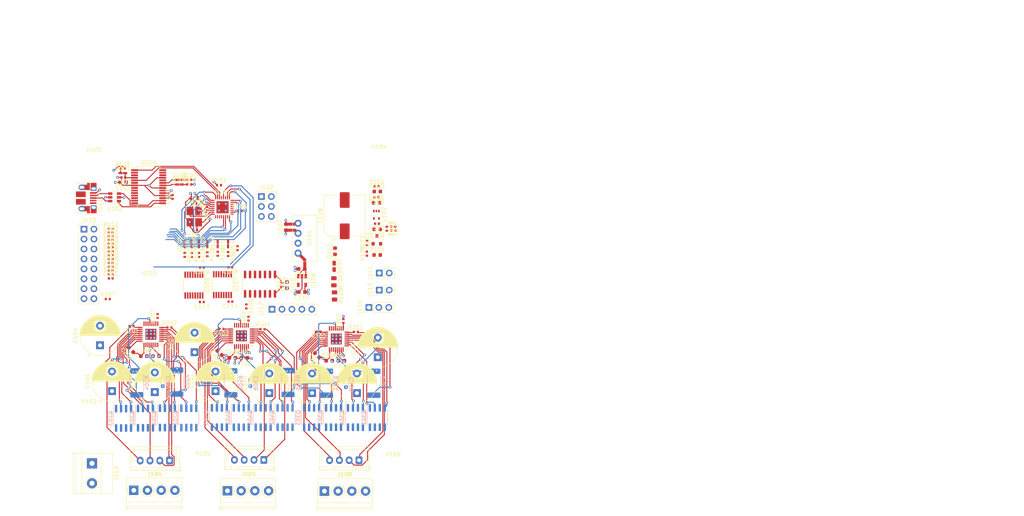
<source format=kicad_pcb>
(kicad_pcb (version 20171130) (host pcbnew 5.1.8)

  (general
    (thickness 1.6)
    (drawings 1)
    (tracks 1060)
    (zones 0)
    (modules 152)
    (nets 167)
  )

  (page USLetter)
  (title_block
    (title "Project Title")
  )

  (layers
    (0 F.Cu signal)
    (1 In1.Cu signal)
    (2 In2.Cu signal)
    (31 B.Cu signal)
    (34 B.Paste user)
    (35 F.Paste user)
    (36 B.SilkS user)
    (37 F.SilkS user)
    (38 B.Mask user)
    (39 F.Mask user)
    (40 Dwgs.User user)
    (44 Edge.Cuts user)
    (45 Margin user)
    (46 B.CrtYd user)
    (47 F.CrtYd user)
    (48 B.Fab user)
    (49 F.Fab user)
  )

  (setup
    (last_trace_width 0.75)
    (user_trace_width 0.1524)
    (user_trace_width 0.2)
    (user_trace_width 0.25)
    (user_trace_width 0.3)
    (user_trace_width 0.5)
    (user_trace_width 0.75)
    (user_trace_width 1.25)
    (trace_clearance 0.1524)
    (zone_clearance 0.508)
    (zone_45_only no)
    (trace_min 0.1524)
    (via_size 0.6858)
    (via_drill 0.3302)
    (via_min_size 0.6858)
    (via_min_drill 0.3302)
    (user_via 0.6858 0.3302)
    (user_via 0.762 0.4064)
    (user_via 0.8636 0.508)
    (uvia_size 0.6858)
    (uvia_drill 0.3302)
    (uvias_allowed no)
    (uvia_min_size 0)
    (uvia_min_drill 0)
    (edge_width 0.1524)
    (segment_width 0.1524)
    (pcb_text_width 0.1524)
    (pcb_text_size 1.016 1.016)
    (mod_edge_width 0.1524)
    (mod_text_size 1.016 1.016)
    (mod_text_width 0.1524)
    (pad_size 1.524 1.524)
    (pad_drill 0.762)
    (pad_to_mask_clearance 0.0508)
    (solder_mask_min_width 0.1016)
    (pad_to_paste_clearance -0.0762)
    (aux_axis_origin 0 0)
    (grid_origin 55.5 112.5)
    (visible_elements FFFFDF7D)
    (pcbplotparams
      (layerselection 0x310fc_80000001)
      (usegerberextensions true)
      (usegerberattributes false)
      (usegerberadvancedattributes false)
      (creategerberjobfile false)
      (excludeedgelayer true)
      (linewidth 0.100000)
      (plotframeref false)
      (viasonmask false)
      (mode 1)
      (useauxorigin false)
      (hpglpennumber 1)
      (hpglpenspeed 20)
      (hpglpendiameter 15.000000)
      (psnegative false)
      (psa4output false)
      (plotreference true)
      (plotvalue true)
      (plotinvisibletext false)
      (padsonsilk false)
      (subtractmaskfromsilk false)
      (outputformat 1)
      (mirror false)
      (drillshape 0)
      (scaleselection 1)
      (outputdirectory "gerbers"))
  )

  (net 0 "")
  (net 1 GND)
  (net 2 /VUSB)
  (net 3 "Net-(C103-Pad1)")
  (net 4 GND1)
  (net 5 /VCCIO)
  (net 6 /5V_ISO)
  (net 7 /ATMEGA_XTAL1)
  (net 8 /ATMEGA_XTAL2)
  (net 9 /GRST)
  (net 10 /FEED_HOLD)
  (net 11 /CYCLE_START)
  (net 12 /PROBE)
  (net 13 /XLIMIT)
  (net 14 /ZLIMIT)
  (net 15 /YLIMIT)
  (net 16 "Net-(C125-Pad1)")
  (net 17 "Net-(C126-Pad1)")
  (net 18 /SPINDLE_OUT_10V)
  (net 19 "Net-(C127-Pad1)")
  (net 20 "Net-(C128-Pad1)")
  (net 21 /VM)
  (net 22 "Net-(C205-Pad2)")
  (net 23 "Net-(C207-Pad1)")
  (net 24 "Net-(C305-Pad2)")
  (net 25 "Net-(C307-Pad1)")
  (net 26 "Net-(C405-Pad2)")
  (net 27 "Net-(C407-Pad1)")
  (net 28 "Net-(D101-Pad1)")
  (net 29 "Net-(D102-Pad2)")
  (net 30 "Net-(D102-Pad1)")
  (net 31 "Net-(D103-Pad2)")
  (net 32 "Net-(D103-Pad1)")
  (net 33 "Net-(D104-Pad2)")
  (net 34 "Net-(D104-Pad1)")
  (net 35 /ATMEGA_XSTEP)
  (net 36 "Net-(D106-Pad1)")
  (net 37 /ATMEGA_YSTEP)
  (net 38 "Net-(D107-Pad1)")
  (net 39 /ATMEGA_ZSTEP)
  (net 40 "Net-(D108-Pad1)")
  (net 41 /ATMEGA_XDIR)
  (net 42 "Net-(D109-Pad1)")
  (net 43 /ATMEGA_YDIR)
  (net 44 "Net-(D110-Pad1)")
  (net 45 /ATMEGA_ZDIR)
  (net 46 "Net-(D111-Pad1)")
  (net 47 "Net-(J101-Pad4)")
  (net 48 /USBD_P)
  (net 49 /USBD_M)
  (net 50 "Net-(J102-Pad6)")
  (net 51 /ATMEGA_MISO)
  (net 52 /ATMEGA_MOSI)
  (net 53 /ATMEGA_SCK)
  (net 54 /ATMEGA_RSTN)
  (net 55 /X/B-)
  (net 56 /X/B+)
  (net 57 /X/A-)
  (net 58 /X/A+)
  (net 59 /Y/B-)
  (net 60 /Y/B+)
  (net 61 /Y/A-)
  (net 62 /Y/A+)
  (net 63 /Z/B-)
  (net 64 /Z/B+)
  (net 65 /Z/A-)
  (net 66 /Z/A+)
  (net 67 /COOLANT_EN)
  (net 68 /SPINDLE_PWM_ISO)
  (net 69 /ATTINY_RXD)
  (net 70 /ATTINY_TXD)
  (net 71 /ATTINY_UPDI)
  (net 72 "Net-(Q101-Pad1)")
  (net 73 /X/LB1)
  (net 74 "Net-(Q201-Pad3)")
  (net 75 /X/HB1)
  (net 76 /X/LA1)
  (net 77 "Net-(Q202-Pad3)")
  (net 78 /X/HA1)
  (net 79 /X/LB2)
  (net 80 /X/HB2)
  (net 81 /X/LA2)
  (net 82 /X/HA2)
  (net 83 /Z/LB1)
  (net 84 "Net-(Q301-Pad3)")
  (net 85 /Z/HB1)
  (net 86 /Z/LA1)
  (net 87 "Net-(Q302-Pad3)")
  (net 88 /Z/HA1)
  (net 89 /Z/LB2)
  (net 90 /Z/HB2)
  (net 91 /Z/LA2)
  (net 92 /Z/HA2)
  (net 93 /Y/LB1)
  (net 94 "Net-(Q401-Pad3)")
  (net 95 /Y/HB1)
  (net 96 /Y/LA1)
  (net 97 "Net-(Q402-Pad3)")
  (net 98 /Y/HA1)
  (net 99 /Y/LB2)
  (net 100 /Y/HB2)
  (net 101 /Y/LA2)
  (net 102 /Y/HA2)
  (net 103 "Net-(R105-Pad1)")
  (net 104 "Net-(R106-Pad2)")
  (net 105 /ATMEGA_COOLANT_EN)
  (net 106 /ATMEGA_GRBL_RST)
  (net 107 /ATMEGA_FEED_HOLD)
  (net 108 /ATMEGA_CYCLE_START)
  (net 109 /ATMEGA_PROBE)
  (net 110 /ATMEGA_XLIMIT)
  (net 111 /SPINDLE_PWM)
  (net 112 /ATMEGA_YLIMIT)
  (net 113 /X/SRB)
  (net 114 /X/SRA)
  (net 115 /Z/SRA)
  (net 116 /Z/SRB)
  (net 117 /Y/SRA)
  (net 118 /Y/SRB)
  (net 119 /ATMEGA_TXD)
  (net 120 /ATMEGA_RXD)
  (net 121 "Net-(U101-Pad27)")
  (net 122 "Net-(U101-Pad22)")
  (net 123 "Net-(U101-Pad20)")
  (net 124 "Net-(U101-Pad19)")
  (net 125 /ATMEGA_STEP_nEN)
  (net 126 /USBD_M_F)
  (net 127 /USBD_P_F)
  (net 128 "Net-(U103-Pad28)")
  (net 129 "Net-(U103-Pad27)")
  (net 130 "Net-(U103-Pad26)")
  (net 131 "Net-(U103-Pad14)")
  (net 132 "Net-(U103-Pad13)")
  (net 133 "Net-(U103-Pad12)")
  (net 134 "Net-(U103-Pad11)")
  (net 135 "Net-(U103-Pad10)")
  (net 136 "Net-(U103-Pad9)")
  (net 137 "Net-(U103-Pad6)")
  (net 138 "Net-(U103-Pad3)")
  (net 139 "Net-(U103-Pad2)")
  (net 140 /TMC_SCK)
  (net 141 /TMC_SDO)
  (net 142 /TMC_SDI)
  (net 143 "Net-(U105-Pad9)")
  (net 144 "Net-(U105-Pad8)")
  (net 145 "Net-(U105-Pad5)")
  (net 146 /Z_CSN)
  (net 147 /Y_CSN)
  (net 148 /X_CSN)
  (net 149 /STEPPERS_nEN)
  (net 150 /X_STEP)
  (net 151 /X_DIR)
  (net 152 "Net-(U106-Pad7)")
  (net 153 /Y_STEP)
  (net 154 /Y_DIR)
  (net 155 /Z_STEP)
  (net 156 /Z_DIR)
  (net 157 "Net-(U107-Pad7)")
  (net 158 "Net-(U108-Pad4)")
  (net 159 /Y/SDI)
  (net 160 "Net-(U201-Pad26)")
  (net 161 "Net-(U201-Pad27)")
  (net 162 /Z/SDI)
  (net 163 "Net-(U301-Pad26)")
  (net 164 "Net-(U301-Pad27)")
  (net 165 "Net-(U401-Pad26)")
  (net 166 "Net-(U401-Pad27)")

  (net_class Default "This is the default net class."
    (clearance 0.1524)
    (trace_width 0.1524)
    (via_dia 0.6858)
    (via_drill 0.3302)
    (uvia_dia 0.6858)
    (uvia_drill 0.3302)
    (add_net /5V_ISO)
    (add_net /ATMEGA_COOLANT_EN)
    (add_net /ATMEGA_CYCLE_START)
    (add_net /ATMEGA_FEED_HOLD)
    (add_net /ATMEGA_GRBL_RST)
    (add_net /ATMEGA_MISO)
    (add_net /ATMEGA_MOSI)
    (add_net /ATMEGA_PROBE)
    (add_net /ATMEGA_RSTN)
    (add_net /ATMEGA_RXD)
    (add_net /ATMEGA_SCK)
    (add_net /ATMEGA_STEP_nEN)
    (add_net /ATMEGA_TXD)
    (add_net /ATMEGA_XDIR)
    (add_net /ATMEGA_XLIMIT)
    (add_net /ATMEGA_XSTEP)
    (add_net /ATMEGA_XTAL1)
    (add_net /ATMEGA_XTAL2)
    (add_net /ATMEGA_YDIR)
    (add_net /ATMEGA_YLIMIT)
    (add_net /ATMEGA_YSTEP)
    (add_net /ATMEGA_ZDIR)
    (add_net /ATMEGA_ZSTEP)
    (add_net /ATTINY_RXD)
    (add_net /ATTINY_TXD)
    (add_net /ATTINY_UPDI)
    (add_net /COOLANT_EN)
    (add_net /CYCLE_START)
    (add_net /FEED_HOLD)
    (add_net /GRST)
    (add_net /PROBE)
    (add_net /SPINDLE_OUT_10V)
    (add_net /SPINDLE_PWM)
    (add_net /SPINDLE_PWM_ISO)
    (add_net /STEPPERS_nEN)
    (add_net /TMC_SCK)
    (add_net /TMC_SDI)
    (add_net /TMC_SDO)
    (add_net /USBD_M)
    (add_net /USBD_M_F)
    (add_net /USBD_P)
    (add_net /USBD_P_F)
    (add_net /VCCIO)
    (add_net /VM)
    (add_net /VUSB)
    (add_net /X/A+)
    (add_net /X/A-)
    (add_net /X/B+)
    (add_net /X/B-)
    (add_net /X/HA1)
    (add_net /X/HA2)
    (add_net /X/HB1)
    (add_net /X/HB2)
    (add_net /X/LA1)
    (add_net /X/LA2)
    (add_net /X/LB1)
    (add_net /X/LB2)
    (add_net /X/SRA)
    (add_net /X/SRB)
    (add_net /XLIMIT)
    (add_net /X_CSN)
    (add_net /X_DIR)
    (add_net /X_STEP)
    (add_net /Y/A+)
    (add_net /Y/A-)
    (add_net /Y/B+)
    (add_net /Y/B-)
    (add_net /Y/HA1)
    (add_net /Y/HA2)
    (add_net /Y/HB1)
    (add_net /Y/HB2)
    (add_net /Y/LA1)
    (add_net /Y/LA2)
    (add_net /Y/LB1)
    (add_net /Y/LB2)
    (add_net /Y/SDI)
    (add_net /Y/SRA)
    (add_net /Y/SRB)
    (add_net /YLIMIT)
    (add_net /Y_CSN)
    (add_net /Y_DIR)
    (add_net /Y_STEP)
    (add_net /Z/A+)
    (add_net /Z/A-)
    (add_net /Z/B+)
    (add_net /Z/B-)
    (add_net /Z/HA1)
    (add_net /Z/HA2)
    (add_net /Z/HB1)
    (add_net /Z/HB2)
    (add_net /Z/LA1)
    (add_net /Z/LA2)
    (add_net /Z/LB1)
    (add_net /Z/LB2)
    (add_net /Z/SDI)
    (add_net /Z/SRA)
    (add_net /Z/SRB)
    (add_net /ZLIMIT)
    (add_net /Z_CSN)
    (add_net /Z_DIR)
    (add_net /Z_STEP)
    (add_net GND)
    (add_net GND1)
    (add_net "Net-(C103-Pad1)")
    (add_net "Net-(C125-Pad1)")
    (add_net "Net-(C126-Pad1)")
    (add_net "Net-(C127-Pad1)")
    (add_net "Net-(C128-Pad1)")
    (add_net "Net-(C205-Pad2)")
    (add_net "Net-(C207-Pad1)")
    (add_net "Net-(C305-Pad2)")
    (add_net "Net-(C307-Pad1)")
    (add_net "Net-(C405-Pad2)")
    (add_net "Net-(C407-Pad1)")
    (add_net "Net-(D101-Pad1)")
    (add_net "Net-(D102-Pad1)")
    (add_net "Net-(D102-Pad2)")
    (add_net "Net-(D103-Pad1)")
    (add_net "Net-(D103-Pad2)")
    (add_net "Net-(D104-Pad1)")
    (add_net "Net-(D104-Pad2)")
    (add_net "Net-(D106-Pad1)")
    (add_net "Net-(D107-Pad1)")
    (add_net "Net-(D108-Pad1)")
    (add_net "Net-(D109-Pad1)")
    (add_net "Net-(D110-Pad1)")
    (add_net "Net-(D111-Pad1)")
    (add_net "Net-(J101-Pad4)")
    (add_net "Net-(J102-Pad6)")
    (add_net "Net-(Q101-Pad1)")
    (add_net "Net-(Q201-Pad3)")
    (add_net "Net-(Q202-Pad3)")
    (add_net "Net-(Q301-Pad3)")
    (add_net "Net-(Q302-Pad3)")
    (add_net "Net-(Q401-Pad3)")
    (add_net "Net-(Q402-Pad3)")
    (add_net "Net-(R105-Pad1)")
    (add_net "Net-(R106-Pad2)")
    (add_net "Net-(U101-Pad19)")
    (add_net "Net-(U101-Pad20)")
    (add_net "Net-(U101-Pad22)")
    (add_net "Net-(U101-Pad27)")
    (add_net "Net-(U103-Pad10)")
    (add_net "Net-(U103-Pad11)")
    (add_net "Net-(U103-Pad12)")
    (add_net "Net-(U103-Pad13)")
    (add_net "Net-(U103-Pad14)")
    (add_net "Net-(U103-Pad2)")
    (add_net "Net-(U103-Pad26)")
    (add_net "Net-(U103-Pad27)")
    (add_net "Net-(U103-Pad28)")
    (add_net "Net-(U103-Pad3)")
    (add_net "Net-(U103-Pad6)")
    (add_net "Net-(U103-Pad9)")
    (add_net "Net-(U105-Pad5)")
    (add_net "Net-(U105-Pad8)")
    (add_net "Net-(U105-Pad9)")
    (add_net "Net-(U106-Pad7)")
    (add_net "Net-(U107-Pad7)")
    (add_net "Net-(U108-Pad4)")
    (add_net "Net-(U201-Pad26)")
    (add_net "Net-(U201-Pad27)")
    (add_net "Net-(U301-Pad26)")
    (add_net "Net-(U301-Pad27)")
    (add_net "Net-(U401-Pad26)")
    (add_net "Net-(U401-Pad27)")
  )

  (module TerminalBlock_Phoenix:TerminalBlock_Phoenix_PT-1,5-4-3.5-H_1x04_P3.50mm_Horizontal (layer F.Cu) (tedit 5B294F40) (tstamp 5FFB3C1B)
    (at 78.07 184.04)
    (descr "Terminal Block Phoenix PT-1,5-4-3.5-H, 4 pins, pitch 3.5mm, size 14x7.6mm^2, drill diamater 1.2mm, pad diameter 2.4mm, see , script-generated using https://github.com/pointhi/kicad-footprint-generator/scripts/TerminalBlock_Phoenix")
    (tags "THT Terminal Block Phoenix PT-1,5-4-3.5-H pitch 3.5mm size 14x7.6mm^2 drill 1.2mm pad 2.4mm")
    (path /6000FCDA)
    (fp_text reference J109 (at 5.25 -4.16) (layer F.SilkS)
      (effects (font (size 1 1) (thickness 0.15)))
    )
    (fp_text value "Screw Terminals" (at 5.25 5.56) (layer F.Fab)
      (effects (font (size 1 1) (thickness 0.15)))
    )
    (fp_line (start 12.75 -3.6) (end -2.25 -3.6) (layer F.CrtYd) (width 0.05))
    (fp_line (start 12.75 5) (end 12.75 -3.6) (layer F.CrtYd) (width 0.05))
    (fp_line (start -2.25 5) (end 12.75 5) (layer F.CrtYd) (width 0.05))
    (fp_line (start -2.25 -3.6) (end -2.25 5) (layer F.CrtYd) (width 0.05))
    (fp_line (start -2.05 4.8) (end -1.65 4.8) (layer F.SilkS) (width 0.12))
    (fp_line (start -2.05 4.16) (end -2.05 4.8) (layer F.SilkS) (width 0.12))
    (fp_line (start 9.355 0.941) (end 9.226 1.069) (layer F.SilkS) (width 0.12))
    (fp_line (start 11.57 -1.275) (end 11.476 -1.181) (layer F.SilkS) (width 0.12))
    (fp_line (start 9.525 1.181) (end 9.431 1.274) (layer F.SilkS) (width 0.12))
    (fp_line (start 11.775 -1.069) (end 11.646 -0.941) (layer F.SilkS) (width 0.12))
    (fp_line (start 11.455 -1.138) (end 9.363 0.955) (layer F.Fab) (width 0.1))
    (fp_line (start 11.638 -0.955) (end 9.546 1.138) (layer F.Fab) (width 0.1))
    (fp_line (start 5.855 0.941) (end 5.726 1.069) (layer F.SilkS) (width 0.12))
    (fp_line (start 8.07 -1.275) (end 7.976 -1.181) (layer F.SilkS) (width 0.12))
    (fp_line (start 6.025 1.181) (end 5.931 1.274) (layer F.SilkS) (width 0.12))
    (fp_line (start 8.275 -1.069) (end 8.146 -0.941) (layer F.SilkS) (width 0.12))
    (fp_line (start 7.955 -1.138) (end 5.863 0.955) (layer F.Fab) (width 0.1))
    (fp_line (start 8.138 -0.955) (end 6.046 1.138) (layer F.Fab) (width 0.1))
    (fp_line (start 2.355 0.941) (end 2.226 1.069) (layer F.SilkS) (width 0.12))
    (fp_line (start 4.57 -1.275) (end 4.476 -1.181) (layer F.SilkS) (width 0.12))
    (fp_line (start 2.525 1.181) (end 2.431 1.274) (layer F.SilkS) (width 0.12))
    (fp_line (start 4.775 -1.069) (end 4.646 -0.941) (layer F.SilkS) (width 0.12))
    (fp_line (start 4.455 -1.138) (end 2.363 0.955) (layer F.Fab) (width 0.1))
    (fp_line (start 4.638 -0.955) (end 2.546 1.138) (layer F.Fab) (width 0.1))
    (fp_line (start 0.955 -1.138) (end -1.138 0.955) (layer F.Fab) (width 0.1))
    (fp_line (start 1.138 -0.955) (end -0.955 1.138) (layer F.Fab) (width 0.1))
    (fp_line (start 12.31 -3.16) (end 12.31 4.56) (layer F.SilkS) (width 0.12))
    (fp_line (start -1.81 -3.16) (end -1.81 4.56) (layer F.SilkS) (width 0.12))
    (fp_line (start -1.81 4.56) (end 12.31 4.56) (layer F.SilkS) (width 0.12))
    (fp_line (start -1.81 -3.16) (end 12.31 -3.16) (layer F.SilkS) (width 0.12))
    (fp_line (start -1.81 3) (end 12.31 3) (layer F.SilkS) (width 0.12))
    (fp_line (start -1.75 3) (end 12.25 3) (layer F.Fab) (width 0.1))
    (fp_line (start -1.81 4.1) (end 12.31 4.1) (layer F.SilkS) (width 0.12))
    (fp_line (start -1.75 4.1) (end 12.25 4.1) (layer F.Fab) (width 0.1))
    (fp_line (start -1.75 4.1) (end -1.75 -3.1) (layer F.Fab) (width 0.1))
    (fp_line (start -1.35 4.5) (end -1.75 4.1) (layer F.Fab) (width 0.1))
    (fp_line (start 12.25 4.5) (end -1.35 4.5) (layer F.Fab) (width 0.1))
    (fp_line (start 12.25 -3.1) (end 12.25 4.5) (layer F.Fab) (width 0.1))
    (fp_line (start -1.75 -3.1) (end 12.25 -3.1) (layer F.Fab) (width 0.1))
    (fp_circle (center 10.5 0) (end 12.18 0) (layer F.SilkS) (width 0.12))
    (fp_circle (center 10.5 0) (end 12 0) (layer F.Fab) (width 0.1))
    (fp_circle (center 7 0) (end 8.68 0) (layer F.SilkS) (width 0.12))
    (fp_circle (center 7 0) (end 8.5 0) (layer F.Fab) (width 0.1))
    (fp_circle (center 3.5 0) (end 5.18 0) (layer F.SilkS) (width 0.12))
    (fp_circle (center 3.5 0) (end 5 0) (layer F.Fab) (width 0.1))
    (fp_circle (center 0 0) (end 1.5 0) (layer F.Fab) (width 0.1))
    (fp_text user %R (at 5.25 2.4) (layer F.Fab)
      (effects (font (size 1 1) (thickness 0.15)))
    )
    (fp_arc (start 0 0) (end -0.866 1.44) (angle -32) (layer F.SilkS) (width 0.12))
    (fp_arc (start 0 0) (end -1.44 -0.866) (angle -63) (layer F.SilkS) (width 0.12))
    (fp_arc (start 0 0) (end 0.866 -1.44) (angle -63) (layer F.SilkS) (width 0.12))
    (fp_arc (start 0 0) (end 1.425 0.891) (angle -64) (layer F.SilkS) (width 0.12))
    (fp_arc (start 0 0) (end 0 1.68) (angle -32) (layer F.SilkS) (width 0.12))
    (pad 4 thru_hole circle (at 10.5 0) (size 2.4 2.4) (drill 1.2) (layers *.Cu *.Mask)
      (net 66 /Z/A+))
    (pad 3 thru_hole circle (at 7 0) (size 2.4 2.4) (drill 1.2) (layers *.Cu *.Mask)
      (net 65 /Z/A-))
    (pad 2 thru_hole circle (at 3.5 0) (size 2.4 2.4) (drill 1.2) (layers *.Cu *.Mask)
      (net 64 /Z/B+))
    (pad 1 thru_hole rect (at 0 0) (size 2.4 2.4) (drill 1.2) (layers *.Cu *.Mask)
      (net 63 /Z/B-))
    (model ${KISYS3DMOD}/TerminalBlock_Phoenix.3dshapes/TerminalBlock_Phoenix_PT-1,5-4-3.5-H_1x04_P3.50mm_Horizontal.wrl
      (at (xyz 0 0 0))
      (scale (xyz 1 1 1))
      (rotate (xyz 0 0 0))
    )
  )

  (module Connector_JST:JST_XH_B4B-XH-A_1x04_P2.50mm_Vertical (layer F.Cu) (tedit 5C28146C) (tstamp 5FFB3BDF)
    (at 86.892 176.168 180)
    (descr "JST XH series connector, B4B-XH-A (http://www.jst-mfg.com/product/pdf/eng/eXH.pdf), generated with kicad-footprint-generator")
    (tags "connector JST XH vertical")
    (path /6000FCD4)
    (fp_text reference J108 (at 3.75 -3.55) (layer F.SilkS)
      (effects (font (size 1 1) (thickness 0.15)))
    )
    (fp_text value "JST SH" (at 3.75 4.6) (layer F.Fab)
      (effects (font (size 1 1) (thickness 0.15)))
    )
    (fp_line (start -2.85 -2.75) (end -2.85 -1.5) (layer F.SilkS) (width 0.12))
    (fp_line (start -1.6 -2.75) (end -2.85 -2.75) (layer F.SilkS) (width 0.12))
    (fp_line (start 9.3 2.75) (end 3.75 2.75) (layer F.SilkS) (width 0.12))
    (fp_line (start 9.3 -0.2) (end 9.3 2.75) (layer F.SilkS) (width 0.12))
    (fp_line (start 10.05 -0.2) (end 9.3 -0.2) (layer F.SilkS) (width 0.12))
    (fp_line (start -1.8 2.75) (end 3.75 2.75) (layer F.SilkS) (width 0.12))
    (fp_line (start -1.8 -0.2) (end -1.8 2.75) (layer F.SilkS) (width 0.12))
    (fp_line (start -2.55 -0.2) (end -1.8 -0.2) (layer F.SilkS) (width 0.12))
    (fp_line (start 10.05 -2.45) (end 8.25 -2.45) (layer F.SilkS) (width 0.12))
    (fp_line (start 10.05 -1.7) (end 10.05 -2.45) (layer F.SilkS) (width 0.12))
    (fp_line (start 8.25 -1.7) (end 10.05 -1.7) (layer F.SilkS) (width 0.12))
    (fp_line (start 8.25 -2.45) (end 8.25 -1.7) (layer F.SilkS) (width 0.12))
    (fp_line (start -0.75 -2.45) (end -2.55 -2.45) (layer F.SilkS) (width 0.12))
    (fp_line (start -0.75 -1.7) (end -0.75 -2.45) (layer F.SilkS) (width 0.12))
    (fp_line (start -2.55 -1.7) (end -0.75 -1.7) (layer F.SilkS) (width 0.12))
    (fp_line (start -2.55 -2.45) (end -2.55 -1.7) (layer F.SilkS) (width 0.12))
    (fp_line (start 6.75 -2.45) (end 0.75 -2.45) (layer F.SilkS) (width 0.12))
    (fp_line (start 6.75 -1.7) (end 6.75 -2.45) (layer F.SilkS) (width 0.12))
    (fp_line (start 0.75 -1.7) (end 6.75 -1.7) (layer F.SilkS) (width 0.12))
    (fp_line (start 0.75 -2.45) (end 0.75 -1.7) (layer F.SilkS) (width 0.12))
    (fp_line (start 0 -1.35) (end 0.625 -2.35) (layer F.Fab) (width 0.1))
    (fp_line (start -0.625 -2.35) (end 0 -1.35) (layer F.Fab) (width 0.1))
    (fp_line (start 10.45 -2.85) (end -2.95 -2.85) (layer F.CrtYd) (width 0.05))
    (fp_line (start 10.45 3.9) (end 10.45 -2.85) (layer F.CrtYd) (width 0.05))
    (fp_line (start -2.95 3.9) (end 10.45 3.9) (layer F.CrtYd) (width 0.05))
    (fp_line (start -2.95 -2.85) (end -2.95 3.9) (layer F.CrtYd) (width 0.05))
    (fp_line (start 10.06 -2.46) (end -2.56 -2.46) (layer F.SilkS) (width 0.12))
    (fp_line (start 10.06 3.51) (end 10.06 -2.46) (layer F.SilkS) (width 0.12))
    (fp_line (start -2.56 3.51) (end 10.06 3.51) (layer F.SilkS) (width 0.12))
    (fp_line (start -2.56 -2.46) (end -2.56 3.51) (layer F.SilkS) (width 0.12))
    (fp_line (start 9.95 -2.35) (end -2.45 -2.35) (layer F.Fab) (width 0.1))
    (fp_line (start 9.95 3.4) (end 9.95 -2.35) (layer F.Fab) (width 0.1))
    (fp_line (start -2.45 3.4) (end 9.95 3.4) (layer F.Fab) (width 0.1))
    (fp_line (start -2.45 -2.35) (end -2.45 3.4) (layer F.Fab) (width 0.1))
    (fp_text user %R (at 3.75 2.7) (layer F.Fab)
      (effects (font (size 1 1) (thickness 0.15)))
    )
    (pad 4 thru_hole oval (at 7.5 0 180) (size 1.7 1.95) (drill 0.95) (layers *.Cu *.Mask)
      (net 63 /Z/B-))
    (pad 3 thru_hole oval (at 5 0 180) (size 1.7 1.95) (drill 0.95) (layers *.Cu *.Mask)
      (net 64 /Z/B+))
    (pad 2 thru_hole oval (at 2.5 0 180) (size 1.7 1.95) (drill 0.95) (layers *.Cu *.Mask)
      (net 65 /Z/A-))
    (pad 1 thru_hole roundrect (at 0 0 180) (size 1.7 1.95) (drill 0.95) (layers *.Cu *.Mask) (roundrect_rratio 0.147059)
      (net 66 /Z/A+))
    (model ${KISYS3DMOD}/Connector_JST.3dshapes/JST_XH_B4B-XH-A_1x04_P2.50mm_Vertical.wrl
      (at (xyz 0 0 0))
      (scale (xyz 1 1 1))
      (rotate (xyz 0 0 0))
    )
  )

  (module MountingHole:MountingHole_3.2mm_M3 (layer F.Cu) (tedit 56D1B4CB) (tstamp 5FFBE31E)
    (at 95.56 178.85)
    (descr "Mounting Hole 3.2mm, no annular, M3")
    (tags "mounting hole 3.2mm no annular m3")
    (path /6341A9AA)
    (attr virtual)
    (fp_text reference H106 (at 0 -4.2) (layer F.SilkS)
      (effects (font (size 1 1) (thickness 0.15)))
    )
    (fp_text value MountingHole (at 0 4.2) (layer F.Fab)
      (effects (font (size 1 1) (thickness 0.15)))
    )
    (fp_circle (center 0 0) (end 3.45 0) (layer F.CrtYd) (width 0.05))
    (fp_circle (center 0 0) (end 3.2 0) (layer Cmts.User) (width 0.15))
    (fp_text user %R (at 0.3 0) (layer F.Fab)
      (effects (font (size 1 1) (thickness 0.15)))
    )
    (pad 1 np_thru_hole circle (at 0 0) (size 3.2 3.2) (drill 3.2) (layers *.Cu *.Mask))
  )

  (module MountingHole:MountingHole_3.2mm_M3 (layer F.Cu) (tedit 56D1B4CB) (tstamp 5FFBE316)
    (at 47.1 178.62)
    (descr "Mounting Hole 3.2mm, no annular, M3")
    (tags "mounting hole 3.2mm no annular m3")
    (path /6341A77F)
    (attr virtual)
    (fp_text reference H105 (at 0 -4.2) (layer F.SilkS)
      (effects (font (size 1 1) (thickness 0.15)))
    )
    (fp_text value MountingHole (at 0 4.2) (layer F.Fab)
      (effects (font (size 1 1) (thickness 0.15)))
    )
    (fp_circle (center 0 0) (end 3.45 0) (layer F.CrtYd) (width 0.05))
    (fp_circle (center 0 0) (end 3.2 0) (layer Cmts.User) (width 0.15))
    (fp_text user %R (at 0.3 0) (layer F.Fab)
      (effects (font (size 1 1) (thickness 0.15)))
    )
    (pad 1 np_thru_hole circle (at 0 0) (size 3.2 3.2) (drill 3.2) (layers *.Cu *.Mask))
  )

  (module MountingHole:MountingHole_3.2mm_M3 (layer F.Cu) (tedit 56D1B4CB) (tstamp 5FFBE30E)
    (at 91.948 100.33)
    (descr "Mounting Hole 3.2mm, no annular, M3")
    (tags "mounting hole 3.2mm no annular m3")
    (path /6341A458)
    (attr virtual)
    (fp_text reference H104 (at 0 -4.2) (layer F.SilkS)
      (effects (font (size 1 1) (thickness 0.15)))
    )
    (fp_text value MountingHole (at 0 4.2) (layer F.Fab)
      (effects (font (size 1 1) (thickness 0.15)))
    )
    (fp_circle (center 0 0) (end 3.45 0) (layer F.CrtYd) (width 0.05))
    (fp_circle (center 0 0) (end 3.2 0) (layer Cmts.User) (width 0.15))
    (fp_text user %R (at 0.3 0) (layer F.Fab)
      (effects (font (size 1 1) (thickness 0.15)))
    )
    (pad 1 np_thru_hole circle (at 0 0) (size 3.2 3.2) (drill 3.2) (layers *.Cu *.Mask))
  )

  (module MountingHole:MountingHole_3.2mm_M3 (layer F.Cu) (tedit 56D1B4CB) (tstamp 5FFBE306)
    (at 33.274 132.588)
    (descr "Mounting Hole 3.2mm, no annular, M3")
    (tags "mounting hole 3.2mm no annular m3")
    (path /6341A2FF)
    (attr virtual)
    (fp_text reference H103 (at 0 -4.2) (layer F.SilkS)
      (effects (font (size 1 1) (thickness 0.15)))
    )
    (fp_text value MountingHole (at 0 4.2) (layer F.Fab)
      (effects (font (size 1 1) (thickness 0.15)))
    )
    (fp_circle (center 0 0) (end 3.45 0) (layer F.CrtYd) (width 0.05))
    (fp_circle (center 0 0) (end 3.2 0) (layer Cmts.User) (width 0.15))
    (fp_text user %R (at 0.3 0) (layer F.Fab)
      (effects (font (size 1 1) (thickness 0.15)))
    )
    (pad 1 np_thru_hole circle (at 0 0) (size 3.2 3.2) (drill 3.2) (layers *.Cu *.Mask))
  )

  (module MountingHole:MountingHole_3.2mm_M3 (layer F.Cu) (tedit 56D1B4CB) (tstamp 5FFBE2FE)
    (at 18.034 165.354)
    (descr "Mounting Hole 3.2mm, no annular, M3")
    (tags "mounting hole 3.2mm no annular m3")
    (path /63419FA8)
    (attr virtual)
    (fp_text reference H102 (at 0 -4.2) (layer F.SilkS)
      (effects (font (size 1 1) (thickness 0.15)))
    )
    (fp_text value MountingHole (at 0 4.2) (layer F.Fab)
      (effects (font (size 1 1) (thickness 0.15)))
    )
    (fp_circle (center 0 0) (end 3.45 0) (layer F.CrtYd) (width 0.05))
    (fp_circle (center 0 0) (end 3.2 0) (layer Cmts.User) (width 0.15))
    (fp_text user %R (at 0.3 0) (layer F.Fab)
      (effects (font (size 1 1) (thickness 0.15)))
    )
    (pad 1 np_thru_hole circle (at 0 0) (size 3.2 3.2) (drill 3.2) (layers *.Cu *.Mask))
  )

  (module MountingHole:MountingHole_3.2mm_M3 (layer F.Cu) (tedit 56D1B4CB) (tstamp 5FFBE2F6)
    (at 19.4 101.1)
    (descr "Mounting Hole 3.2mm, no annular, M3")
    (tags "mounting hole 3.2mm no annular m3")
    (path /633B6844)
    (attr virtual)
    (fp_text reference H101 (at 0 -4.2) (layer F.SilkS)
      (effects (font (size 1 1) (thickness 0.15)))
    )
    (fp_text value MountingHole (at 0 4.2) (layer F.Fab)
      (effects (font (size 1 1) (thickness 0.15)))
    )
    (fp_circle (center 0 0) (end 3.45 0) (layer F.CrtYd) (width 0.05))
    (fp_circle (center 0 0) (end 3.2 0) (layer Cmts.User) (width 0.15))
    (fp_text user %R (at 0.3 0) (layer F.Fab)
      (effects (font (size 1 1) (thickness 0.15)))
    )
    (pad 1 np_thru_hole circle (at 0 0) (size 3.2 3.2) (drill 3.2) (layers *.Cu *.Mask))
  )

  (module Crystal:Crystal_SMD_SeikoEpson_TSX3225-4Pin_3.2x2.5mm_HandSoldering (layer F.Cu) (tedit 5A0FD1B2) (tstamp 5FFB429D)
    (at 44.87 113.95 270)
    (descr "crystal Epson Toyocom TSX-3225 series https://support.epson.biz/td/api/doc_check.php?dl=brief_fa-238v_en.pdf, hand-soldering, 3.2x2.5mm^2 package")
    (tags "SMD SMT crystal hand-soldering")
    (path /612B6BCB)
    (attr smd)
    (fp_text reference Y101 (at 0 -2.95 90) (layer F.SilkS)
      (effects (font (size 1 1) (thickness 0.15)))
    )
    (fp_text value "TSX-3225 16.0000MF18X-AC6" (at 0 2.95 90) (layer F.Fab)
      (effects (font (size 1 1) (thickness 0.15)))
    )
    (fp_line (start 2.8 -2.2) (end -2.8 -2.2) (layer F.CrtYd) (width 0.05))
    (fp_line (start 2.8 2.2) (end 2.8 -2.2) (layer F.CrtYd) (width 0.05))
    (fp_line (start -2.8 2.2) (end 2.8 2.2) (layer F.CrtYd) (width 0.05))
    (fp_line (start -2.8 -2.2) (end -2.8 2.2) (layer F.CrtYd) (width 0.05))
    (fp_line (start -2.7 2.15) (end 2.7 2.15) (layer F.SilkS) (width 0.12))
    (fp_line (start -2.7 -2.15) (end -2.7 2.15) (layer F.SilkS) (width 0.12))
    (fp_line (start -1.6 0.25) (end -0.6 1.25) (layer F.Fab) (width 0.1))
    (fp_line (start -1.6 -1.15) (end -1.5 -1.25) (layer F.Fab) (width 0.1))
    (fp_line (start -1.6 1.15) (end -1.6 -1.15) (layer F.Fab) (width 0.1))
    (fp_line (start -1.5 1.25) (end -1.6 1.15) (layer F.Fab) (width 0.1))
    (fp_line (start 1.5 1.25) (end -1.5 1.25) (layer F.Fab) (width 0.1))
    (fp_line (start 1.6 1.15) (end 1.5 1.25) (layer F.Fab) (width 0.1))
    (fp_line (start 1.6 -1.15) (end 1.6 1.15) (layer F.Fab) (width 0.1))
    (fp_line (start 1.5 -1.25) (end 1.6 -1.15) (layer F.Fab) (width 0.1))
    (fp_line (start -1.5 -1.25) (end 1.5 -1.25) (layer F.Fab) (width 0.1))
    (fp_text user %R (at 0 0 90) (layer F.Fab)
      (effects (font (size 0.7 0.7) (thickness 0.105)))
    )
    (pad 4 smd rect (at -1.45 -1.0875 270) (size 2.1 1.725) (layers F.Cu F.Paste F.Mask)
      (net 1 GND))
    (pad 3 smd rect (at 1.45 -1.0875 270) (size 2.1 1.725) (layers F.Cu F.Paste F.Mask)
      (net 8 /ATMEGA_XTAL2))
    (pad 2 smd rect (at 1.45 1.0875 270) (size 2.1 1.725) (layers F.Cu F.Paste F.Mask)
      (net 1 GND))
    (pad 1 smd rect (at -1.45 1.0875 270) (size 2.1 1.725) (layers F.Cu F.Paste F.Mask)
      (net 7 /ATMEGA_XTAL1))
    (model ${KISYS3DMOD}/Crystal.3dshapes/Crystal_SMD_SeikoEpson_TSX3225-4Pin_3.2x2.5mm_HandSoldering.wrl
      (at (xyz 0 0 0))
      (scale (xyz 1 1 1))
      (rotate (xyz 0 0 0))
    )
  )

  (module cnc-controller:TQFP32-5x5mm (layer F.Cu) (tedit 5FF6852B) (tstamp 5FFB4285)
    (at 56.9 144.4 180)
    (path /5FFE73A4/60498915)
    (fp_text reference U401 (at 0 -4.2) (layer F.SilkS)
      (effects (font (size 1 1) (thickness 0.1)))
    )
    (fp_text value TMC2590-TA (at 0.1 4.3) (layer F.Fab)
      (effects (font (size 1 1) (thickness 0.1)))
    )
    (fp_line (start -2.5 -2.5) (end -2.1 -2.5) (layer F.SilkS) (width 0.1))
    (fp_line (start 2.5 -2.1) (end 2.5 -2.5) (layer F.SilkS) (width 0.1))
    (fp_line (start 2.5 2.5) (end 2.5 2.1) (layer F.SilkS) (width 0.1))
    (fp_line (start -2.5 2.5) (end -2.5 2.1) (layer F.SilkS) (width 0.1))
    (fp_line (start -2.7 3.5) (end -3.5 2.7) (layer F.CrtYd) (width 0.1))
    (fp_line (start -3.5 -2.7) (end -2.7 -3.5) (layer F.CrtYd) (width 0.1))
    (fp_line (start 3.5 -2.7) (end 2.7 -3.5) (layer F.CrtYd) (width 0.1))
    (fp_line (start 2.7 3.5) (end 3.5 2.7) (layer F.CrtYd) (width 0.1))
    (fp_line (start -2.5 -2.5) (end -2.5 2.5) (layer F.Fab) (width 0.1))
    (fp_line (start -2.5 2.5) (end 2.5 2.5) (layer F.Fab) (width 0.1))
    (fp_line (start 2.5 2.5) (end 2.5 -2.5) (layer F.Fab) (width 0.1))
    (fp_line (start 2.5 -2.5) (end -2.5 -2.5) (layer F.Fab) (width 0.1))
    (fp_line (start 3.5 -2.7) (end 3.5 2.7) (layer F.CrtYd) (width 0.1))
    (fp_line (start 2.7 3.5) (end -2.7 3.5) (layer F.CrtYd) (width 0.1))
    (fp_line (start -3.5 2.7) (end -3.5 -2.7) (layer F.CrtYd) (width 0.1))
    (fp_line (start -2.7 -3.5) (end 2.7 -3.5) (layer F.CrtYd) (width 0.1))
    (fp_circle (center -2.7 -2.7) (end -2.7 -2.8) (layer F.Fab) (width 0.2))
    (fp_circle (center -2.7 -2.7) (end -2.7 -2.8) (layer F.SilkS) (width 0.2))
    (fp_line (start -2.5 -2.5) (end -2.5 -2.1) (layer F.SilkS) (width 0.1))
    (fp_line (start 2.1 -2.5) (end 2.5 -2.5) (layer F.SilkS) (width 0.1))
    (fp_line (start 2.5 2.5) (end 2.1 2.5) (layer F.SilkS) (width 0.1))
    (fp_line (start -2.1 2.5) (end -2.5 2.5) (layer F.SilkS) (width 0.1))
    (fp_poly (pts (xy -1.3 -1.3) (xy -0.7 -1.3) (xy -0.7 -0.7) (xy -1.3 -0.7)) (layer F.Paste) (width 0.15))
    (fp_poly (pts (xy -1.3 0.7) (xy -0.7 0.7) (xy -0.7 1.3) (xy -1.3 1.3)) (layer F.Paste) (width 0.15))
    (fp_poly (pts (xy 0.7 0.7) (xy 1.3 0.7) (xy 1.3 1.3) (xy 0.7 1.3)) (layer F.Paste) (width 0.15))
    (fp_poly (pts (xy 0.7 -1.3) (xy 1.3 -1.3) (xy 1.3 -0.7) (xy 0.7 -0.7)) (layer F.Paste) (width 0.15))
    (fp_poly (pts (xy -0.3 -1.3) (xy 0.3 -1.3) (xy 0.3 -0.7) (xy -0.3 -0.7)) (layer F.Paste) (width 0.15))
    (fp_poly (pts (xy 0.7 -0.3) (xy 1.3 -0.3) (xy 1.3 0.3) (xy 0.7 0.3)) (layer F.Paste) (width 0.15))
    (fp_poly (pts (xy -1.3 -0.3) (xy -0.7 -0.3) (xy -0.7 0.3) (xy -1.3 0.3)) (layer F.Paste) (width 0.15))
    (fp_poly (pts (xy -0.3 -0.3) (xy 0.3 -0.3) (xy 0.3 0.3) (xy -0.3 0.3)) (layer F.Paste) (width 0.15))
    (fp_poly (pts (xy -0.3 0.7) (xy 0.3 0.7) (xy 0.3 1.3) (xy -0.3 1.3)) (layer F.Paste) (width 0.15))
    (fp_text user %R (at 0 0) (layer F.Fab)
      (effects (font (size 1 1) (thickness 0.1)))
    )
    (pad 33 smd roundrect (at 0 0 270) (size 2.8 2.8) (layers F.Cu F.Mask) (roundrect_rratio 0.02)
      (net 4 GND1))
    (pad 1 smd roundrect (at -2.7 -1.75 180) (size 1.2 0.28) (layers F.Cu F.Paste F.Mask) (roundrect_rratio 0.25)
      (net 4 GND1))
    (pad 2 smd roundrect (at -2.7 -1.25 180) (size 1.2 0.28) (layers F.Cu F.Paste F.Mask) (roundrect_rratio 0.25)
      (net 98 /Y/HA1))
    (pad 3 smd roundrect (at -2.7 -0.75 180) (size 1.2 0.28) (layers F.Cu F.Paste F.Mask) (roundrect_rratio 0.25)
      (net 102 /Y/HA2))
    (pad 4 smd roundrect (at -2.7 -0.25 180) (size 1.2 0.28) (layers F.Cu F.Paste F.Mask) (roundrect_rratio 0.25)
      (net 62 /Y/A+))
    (pad 5 smd roundrect (at -2.7 0.25 180) (size 1.2 0.28) (layers F.Cu F.Paste F.Mask) (roundrect_rratio 0.25)
      (net 61 /Y/A-))
    (pad 6 smd roundrect (at -2.7 0.75 180) (size 1.2 0.28) (layers F.Cu F.Paste F.Mask) (roundrect_rratio 0.25)
      (net 96 /Y/LA1))
    (pad 7 smd roundrect (at -2.7 1.25 180) (size 1.2 0.28) (layers F.Cu F.Paste F.Mask) (roundrect_rratio 0.25)
      (net 101 /Y/LA2))
    (pad 8 smd roundrect (at -2.7 1.75 180) (size 1.2 0.28) (layers F.Cu F.Paste F.Mask) (roundrect_rratio 0.25)
      (net 117 /Y/SRA))
    (pad 9 smd roundrect (at -1.75 2.7 270) (size 1.2 0.28) (layers F.Cu F.Paste F.Mask) (roundrect_rratio 0.25)
      (net 27 "Net-(C407-Pad1)"))
    (pad 10 smd roundrect (at -1.25 2.7 270) (size 1.2 0.28) (layers F.Cu F.Paste F.Mask) (roundrect_rratio 0.25)
      (net 162 /Z/SDI))
    (pad 11 smd roundrect (at -0.75 2.7 270) (size 1.2 0.28) (layers F.Cu F.Paste F.Mask) (roundrect_rratio 0.25)
      (net 159 /Y/SDI))
    (pad 12 smd roundrect (at -0.25 2.7 270) (size 1.2 0.28) (layers F.Cu F.Paste F.Mask) (roundrect_rratio 0.25)
      (net 140 /TMC_SCK))
    (pad 13 smd roundrect (at 0.25 2.7 270) (size 1.2 0.28) (layers F.Cu F.Paste F.Mask) (roundrect_rratio 0.25)
      (net 4 GND1))
    (pad 14 smd roundrect (at 0.75 2.7 270) (size 1.2 0.28) (layers F.Cu F.Paste F.Mask) (roundrect_rratio 0.25)
      (net 147 /Y_CSN))
    (pad 15 smd roundrect (at 1.25 2.7 270) (size 1.2 0.28) (layers F.Cu F.Paste F.Mask) (roundrect_rratio 0.25)
      (net 149 /STEPPERS_nEN))
    (pad 16 smd roundrect (at 1.75 2.7 270) (size 1.2 0.28) (layers F.Cu F.Paste F.Mask) (roundrect_rratio 0.25)
      (net 4 GND1))
    (pad 17 smd roundrect (at 2.7 1.75) (size 1.2 0.28) (layers F.Cu F.Paste F.Mask) (roundrect_rratio 0.25)
      (net 118 /Y/SRB))
    (pad 18 smd roundrect (at 2.7 1.25) (size 1.2 0.28) (layers F.Cu F.Paste F.Mask) (roundrect_rratio 0.25)
      (net 99 /Y/LB2))
    (pad 19 smd roundrect (at 2.7 0.75) (size 1.2 0.28) (layers F.Cu F.Paste F.Mask) (roundrect_rratio 0.25)
      (net 93 /Y/LB1))
    (pad 20 smd roundrect (at 2.7 0.25) (size 1.2 0.28) (layers F.Cu F.Paste F.Mask) (roundrect_rratio 0.25)
      (net 59 /Y/B-))
    (pad 21 smd roundrect (at 2.7 -0.25) (size 1.2 0.28) (layers F.Cu F.Paste F.Mask) (roundrect_rratio 0.25)
      (net 60 /Y/B+))
    (pad 22 smd roundrect (at 2.7 -0.75) (size 1.2 0.28) (layers F.Cu F.Paste F.Mask) (roundrect_rratio 0.25)
      (net 100 /Y/HB2))
    (pad 23 smd roundrect (at 2.7 -1.25) (size 1.2 0.28) (layers F.Cu F.Paste F.Mask) (roundrect_rratio 0.25)
      (net 95 /Y/HB1))
    (pad 24 smd roundrect (at 2.7 -1.75) (size 1.2 0.28) (layers F.Cu F.Paste F.Mask) (roundrect_rratio 0.25)
      (net 26 "Net-(C405-Pad2)"))
    (pad 25 smd roundrect (at 1.75 -2.7 270) (size 1.2 0.28) (layers F.Cu F.Paste F.Mask) (roundrect_rratio 0.25)
      (net 21 /VM))
    (pad 26 smd roundrect (at 1.25 -2.7 270) (size 1.2 0.28) (layers F.Cu F.Paste F.Mask) (roundrect_rratio 0.25)
      (net 165 "Net-(U401-Pad26)"))
    (pad 27 smd roundrect (at 0.75 -2.7 270) (size 1.2 0.28) (layers F.Cu F.Paste F.Mask) (roundrect_rratio 0.25)
      (net 166 "Net-(U401-Pad27)"))
    (pad 28 smd roundrect (at 0.25 -2.7 270) (size 1.2 0.28) (layers F.Cu F.Paste F.Mask) (roundrect_rratio 0.25)
      (net 4 GND1))
    (pad 29 smd roundrect (at -0.25 -2.7 270) (size 1.2 0.28) (layers F.Cu F.Paste F.Mask) (roundrect_rratio 0.25)
      (net 5 /VCCIO))
    (pad 30 smd roundrect (at -0.75 -2.7 270) (size 1.2 0.28) (layers F.Cu F.Paste F.Mask) (roundrect_rratio 0.25)
      (net 154 /Y_DIR))
    (pad 31 smd roundrect (at -1.25 -2.7 270) (size 1.2 0.28) (layers F.Cu F.Paste F.Mask) (roundrect_rratio 0.25)
      (net 153 /Y_STEP))
    (pad 32 smd roundrect (at -1.75 -2.7 270) (size 1.2 0.28) (layers F.Cu F.Paste F.Mask) (roundrect_rratio 0.25)
      (net 4 GND1))
  )

  (module cnc-controller:TQFP32-5x5mm (layer F.Cu) (tedit 5FF6852B) (tstamp 5FFB4240)
    (at 81.1 145.2 180)
    (path /5FFE8631/60498915)
    (fp_text reference U301 (at 0 -4.2) (layer F.SilkS)
      (effects (font (size 1 1) (thickness 0.1)))
    )
    (fp_text value TMC2590-TA (at 0.1 4.3) (layer F.Fab)
      (effects (font (size 1 1) (thickness 0.1)))
    )
    (fp_line (start -2.5 -2.5) (end -2.1 -2.5) (layer F.SilkS) (width 0.1))
    (fp_line (start 2.5 -2.1) (end 2.5 -2.5) (layer F.SilkS) (width 0.1))
    (fp_line (start 2.5 2.5) (end 2.5 2.1) (layer F.SilkS) (width 0.1))
    (fp_line (start -2.5 2.5) (end -2.5 2.1) (layer F.SilkS) (width 0.1))
    (fp_line (start -2.7 3.5) (end -3.5 2.7) (layer F.CrtYd) (width 0.1))
    (fp_line (start -3.5 -2.7) (end -2.7 -3.5) (layer F.CrtYd) (width 0.1))
    (fp_line (start 3.5 -2.7) (end 2.7 -3.5) (layer F.CrtYd) (width 0.1))
    (fp_line (start 2.7 3.5) (end 3.5 2.7) (layer F.CrtYd) (width 0.1))
    (fp_line (start -2.5 -2.5) (end -2.5 2.5) (layer F.Fab) (width 0.1))
    (fp_line (start -2.5 2.5) (end 2.5 2.5) (layer F.Fab) (width 0.1))
    (fp_line (start 2.5 2.5) (end 2.5 -2.5) (layer F.Fab) (width 0.1))
    (fp_line (start 2.5 -2.5) (end -2.5 -2.5) (layer F.Fab) (width 0.1))
    (fp_line (start 3.5 -2.7) (end 3.5 2.7) (layer F.CrtYd) (width 0.1))
    (fp_line (start 2.7 3.5) (end -2.7 3.5) (layer F.CrtYd) (width 0.1))
    (fp_line (start -3.5 2.7) (end -3.5 -2.7) (layer F.CrtYd) (width 0.1))
    (fp_line (start -2.7 -3.5) (end 2.7 -3.5) (layer F.CrtYd) (width 0.1))
    (fp_circle (center -2.7 -2.7) (end -2.7 -2.8) (layer F.Fab) (width 0.2))
    (fp_circle (center -2.7 -2.7) (end -2.7 -2.8) (layer F.SilkS) (width 0.2))
    (fp_line (start -2.5 -2.5) (end -2.5 -2.1) (layer F.SilkS) (width 0.1))
    (fp_line (start 2.1 -2.5) (end 2.5 -2.5) (layer F.SilkS) (width 0.1))
    (fp_line (start 2.5 2.5) (end 2.1 2.5) (layer F.SilkS) (width 0.1))
    (fp_line (start -2.1 2.5) (end -2.5 2.5) (layer F.SilkS) (width 0.1))
    (fp_poly (pts (xy -1.3 -1.3) (xy -0.7 -1.3) (xy -0.7 -0.7) (xy -1.3 -0.7)) (layer F.Paste) (width 0.15))
    (fp_poly (pts (xy -1.3 0.7) (xy -0.7 0.7) (xy -0.7 1.3) (xy -1.3 1.3)) (layer F.Paste) (width 0.15))
    (fp_poly (pts (xy 0.7 0.7) (xy 1.3 0.7) (xy 1.3 1.3) (xy 0.7 1.3)) (layer F.Paste) (width 0.15))
    (fp_poly (pts (xy 0.7 -1.3) (xy 1.3 -1.3) (xy 1.3 -0.7) (xy 0.7 -0.7)) (layer F.Paste) (width 0.15))
    (fp_poly (pts (xy -0.3 -1.3) (xy 0.3 -1.3) (xy 0.3 -0.7) (xy -0.3 -0.7)) (layer F.Paste) (width 0.15))
    (fp_poly (pts (xy 0.7 -0.3) (xy 1.3 -0.3) (xy 1.3 0.3) (xy 0.7 0.3)) (layer F.Paste) (width 0.15))
    (fp_poly (pts (xy -1.3 -0.3) (xy -0.7 -0.3) (xy -0.7 0.3) (xy -1.3 0.3)) (layer F.Paste) (width 0.15))
    (fp_poly (pts (xy -0.3 -0.3) (xy 0.3 -0.3) (xy 0.3 0.3) (xy -0.3 0.3)) (layer F.Paste) (width 0.15))
    (fp_poly (pts (xy -0.3 0.7) (xy 0.3 0.7) (xy 0.3 1.3) (xy -0.3 1.3)) (layer F.Paste) (width 0.15))
    (fp_text user %R (at 0 0) (layer F.Fab)
      (effects (font (size 1 1) (thickness 0.1)))
    )
    (pad 33 smd roundrect (at 0 0 270) (size 2.8 2.8) (layers F.Cu F.Mask) (roundrect_rratio 0.02)
      (net 4 GND1))
    (pad 1 smd roundrect (at -2.7 -1.75 180) (size 1.2 0.28) (layers F.Cu F.Paste F.Mask) (roundrect_rratio 0.25)
      (net 4 GND1))
    (pad 2 smd roundrect (at -2.7 -1.25 180) (size 1.2 0.28) (layers F.Cu F.Paste F.Mask) (roundrect_rratio 0.25)
      (net 88 /Z/HA1))
    (pad 3 smd roundrect (at -2.7 -0.75 180) (size 1.2 0.28) (layers F.Cu F.Paste F.Mask) (roundrect_rratio 0.25)
      (net 92 /Z/HA2))
    (pad 4 smd roundrect (at -2.7 -0.25 180) (size 1.2 0.28) (layers F.Cu F.Paste F.Mask) (roundrect_rratio 0.25)
      (net 66 /Z/A+))
    (pad 5 smd roundrect (at -2.7 0.25 180) (size 1.2 0.28) (layers F.Cu F.Paste F.Mask) (roundrect_rratio 0.25)
      (net 65 /Z/A-))
    (pad 6 smd roundrect (at -2.7 0.75 180) (size 1.2 0.28) (layers F.Cu F.Paste F.Mask) (roundrect_rratio 0.25)
      (net 86 /Z/LA1))
    (pad 7 smd roundrect (at -2.7 1.25 180) (size 1.2 0.28) (layers F.Cu F.Paste F.Mask) (roundrect_rratio 0.25)
      (net 91 /Z/LA2))
    (pad 8 smd roundrect (at -2.7 1.75 180) (size 1.2 0.28) (layers F.Cu F.Paste F.Mask) (roundrect_rratio 0.25)
      (net 115 /Z/SRA))
    (pad 9 smd roundrect (at -1.75 2.7 270) (size 1.2 0.28) (layers F.Cu F.Paste F.Mask) (roundrect_rratio 0.25)
      (net 25 "Net-(C307-Pad1)"))
    (pad 10 smd roundrect (at -1.25 2.7 270) (size 1.2 0.28) (layers F.Cu F.Paste F.Mask) (roundrect_rratio 0.25)
      (net 141 /TMC_SDO))
    (pad 11 smd roundrect (at -0.75 2.7 270) (size 1.2 0.28) (layers F.Cu F.Paste F.Mask) (roundrect_rratio 0.25)
      (net 162 /Z/SDI))
    (pad 12 smd roundrect (at -0.25 2.7 270) (size 1.2 0.28) (layers F.Cu F.Paste F.Mask) (roundrect_rratio 0.25)
      (net 140 /TMC_SCK))
    (pad 13 smd roundrect (at 0.25 2.7 270) (size 1.2 0.28) (layers F.Cu F.Paste F.Mask) (roundrect_rratio 0.25)
      (net 4 GND1))
    (pad 14 smd roundrect (at 0.75 2.7 270) (size 1.2 0.28) (layers F.Cu F.Paste F.Mask) (roundrect_rratio 0.25)
      (net 146 /Z_CSN))
    (pad 15 smd roundrect (at 1.25 2.7 270) (size 1.2 0.28) (layers F.Cu F.Paste F.Mask) (roundrect_rratio 0.25)
      (net 149 /STEPPERS_nEN))
    (pad 16 smd roundrect (at 1.75 2.7 270) (size 1.2 0.28) (layers F.Cu F.Paste F.Mask) (roundrect_rratio 0.25)
      (net 4 GND1))
    (pad 17 smd roundrect (at 2.7 1.75) (size 1.2 0.28) (layers F.Cu F.Paste F.Mask) (roundrect_rratio 0.25)
      (net 116 /Z/SRB))
    (pad 18 smd roundrect (at 2.7 1.25) (size 1.2 0.28) (layers F.Cu F.Paste F.Mask) (roundrect_rratio 0.25)
      (net 89 /Z/LB2))
    (pad 19 smd roundrect (at 2.7 0.75) (size 1.2 0.28) (layers F.Cu F.Paste F.Mask) (roundrect_rratio 0.25)
      (net 83 /Z/LB1))
    (pad 20 smd roundrect (at 2.7 0.25) (size 1.2 0.28) (layers F.Cu F.Paste F.Mask) (roundrect_rratio 0.25)
      (net 63 /Z/B-))
    (pad 21 smd roundrect (at 2.7 -0.25) (size 1.2 0.28) (layers F.Cu F.Paste F.Mask) (roundrect_rratio 0.25)
      (net 64 /Z/B+))
    (pad 22 smd roundrect (at 2.7 -0.75) (size 1.2 0.28) (layers F.Cu F.Paste F.Mask) (roundrect_rratio 0.25)
      (net 90 /Z/HB2))
    (pad 23 smd roundrect (at 2.7 -1.25) (size 1.2 0.28) (layers F.Cu F.Paste F.Mask) (roundrect_rratio 0.25)
      (net 85 /Z/HB1))
    (pad 24 smd roundrect (at 2.7 -1.75) (size 1.2 0.28) (layers F.Cu F.Paste F.Mask) (roundrect_rratio 0.25)
      (net 24 "Net-(C305-Pad2)"))
    (pad 25 smd roundrect (at 1.75 -2.7 270) (size 1.2 0.28) (layers F.Cu F.Paste F.Mask) (roundrect_rratio 0.25)
      (net 21 /VM))
    (pad 26 smd roundrect (at 1.25 -2.7 270) (size 1.2 0.28) (layers F.Cu F.Paste F.Mask) (roundrect_rratio 0.25)
      (net 163 "Net-(U301-Pad26)"))
    (pad 27 smd roundrect (at 0.75 -2.7 270) (size 1.2 0.28) (layers F.Cu F.Paste F.Mask) (roundrect_rratio 0.25)
      (net 164 "Net-(U301-Pad27)"))
    (pad 28 smd roundrect (at 0.25 -2.7 270) (size 1.2 0.28) (layers F.Cu F.Paste F.Mask) (roundrect_rratio 0.25)
      (net 4 GND1))
    (pad 29 smd roundrect (at -0.25 -2.7 270) (size 1.2 0.28) (layers F.Cu F.Paste F.Mask) (roundrect_rratio 0.25)
      (net 5 /VCCIO))
    (pad 30 smd roundrect (at -0.75 -2.7 270) (size 1.2 0.28) (layers F.Cu F.Paste F.Mask) (roundrect_rratio 0.25)
      (net 156 /Z_DIR))
    (pad 31 smd roundrect (at -1.25 -2.7 270) (size 1.2 0.28) (layers F.Cu F.Paste F.Mask) (roundrect_rratio 0.25)
      (net 155 /Z_STEP))
    (pad 32 smd roundrect (at -1.75 -2.7 270) (size 1.2 0.28) (layers F.Cu F.Paste F.Mask) (roundrect_rratio 0.25)
      (net 4 GND1))
  )

  (module cnc-controller:TQFP32-5x5mm (layer F.Cu) (tedit 5FF6852B) (tstamp 5FFB41FB)
    (at 33.8 144 180)
    (path /60495576/60498915)
    (fp_text reference U201 (at 0 -4.2) (layer F.SilkS)
      (effects (font (size 1 1) (thickness 0.1)))
    )
    (fp_text value TMC2590-TA (at 0.1 4.3) (layer F.Fab)
      (effects (font (size 1 1) (thickness 0.1)))
    )
    (fp_line (start -2.5 -2.5) (end -2.1 -2.5) (layer F.SilkS) (width 0.1))
    (fp_line (start 2.5 -2.1) (end 2.5 -2.5) (layer F.SilkS) (width 0.1))
    (fp_line (start 2.5 2.5) (end 2.5 2.1) (layer F.SilkS) (width 0.1))
    (fp_line (start -2.5 2.5) (end -2.5 2.1) (layer F.SilkS) (width 0.1))
    (fp_line (start -2.7 3.5) (end -3.5 2.7) (layer F.CrtYd) (width 0.1))
    (fp_line (start -3.5 -2.7) (end -2.7 -3.5) (layer F.CrtYd) (width 0.1))
    (fp_line (start 3.5 -2.7) (end 2.7 -3.5) (layer F.CrtYd) (width 0.1))
    (fp_line (start 2.7 3.5) (end 3.5 2.7) (layer F.CrtYd) (width 0.1))
    (fp_line (start -2.5 -2.5) (end -2.5 2.5) (layer F.Fab) (width 0.1))
    (fp_line (start -2.5 2.5) (end 2.5 2.5) (layer F.Fab) (width 0.1))
    (fp_line (start 2.5 2.5) (end 2.5 -2.5) (layer F.Fab) (width 0.1))
    (fp_line (start 2.5 -2.5) (end -2.5 -2.5) (layer F.Fab) (width 0.1))
    (fp_line (start 3.5 -2.7) (end 3.5 2.7) (layer F.CrtYd) (width 0.1))
    (fp_line (start 2.7 3.5) (end -2.7 3.5) (layer F.CrtYd) (width 0.1))
    (fp_line (start -3.5 2.7) (end -3.5 -2.7) (layer F.CrtYd) (width 0.1))
    (fp_line (start -2.7 -3.5) (end 2.7 -3.5) (layer F.CrtYd) (width 0.1))
    (fp_circle (center -2.7 -2.7) (end -2.7 -2.8) (layer F.Fab) (width 0.2))
    (fp_circle (center -2.7 -2.7) (end -2.7 -2.8) (layer F.SilkS) (width 0.2))
    (fp_line (start -2.5 -2.5) (end -2.5 -2.1) (layer F.SilkS) (width 0.1))
    (fp_line (start 2.1 -2.5) (end 2.5 -2.5) (layer F.SilkS) (width 0.1))
    (fp_line (start 2.5 2.5) (end 2.1 2.5) (layer F.SilkS) (width 0.1))
    (fp_line (start -2.1 2.5) (end -2.5 2.5) (layer F.SilkS) (width 0.1))
    (fp_poly (pts (xy -1.3 -1.3) (xy -0.7 -1.3) (xy -0.7 -0.7) (xy -1.3 -0.7)) (layer F.Paste) (width 0.15))
    (fp_poly (pts (xy -1.3 0.7) (xy -0.7 0.7) (xy -0.7 1.3) (xy -1.3 1.3)) (layer F.Paste) (width 0.15))
    (fp_poly (pts (xy 0.7 0.7) (xy 1.3 0.7) (xy 1.3 1.3) (xy 0.7 1.3)) (layer F.Paste) (width 0.15))
    (fp_poly (pts (xy 0.7 -1.3) (xy 1.3 -1.3) (xy 1.3 -0.7) (xy 0.7 -0.7)) (layer F.Paste) (width 0.15))
    (fp_poly (pts (xy -0.3 -1.3) (xy 0.3 -1.3) (xy 0.3 -0.7) (xy -0.3 -0.7)) (layer F.Paste) (width 0.15))
    (fp_poly (pts (xy 0.7 -0.3) (xy 1.3 -0.3) (xy 1.3 0.3) (xy 0.7 0.3)) (layer F.Paste) (width 0.15))
    (fp_poly (pts (xy -1.3 -0.3) (xy -0.7 -0.3) (xy -0.7 0.3) (xy -1.3 0.3)) (layer F.Paste) (width 0.15))
    (fp_poly (pts (xy -0.3 -0.3) (xy 0.3 -0.3) (xy 0.3 0.3) (xy -0.3 0.3)) (layer F.Paste) (width 0.15))
    (fp_poly (pts (xy -0.3 0.7) (xy 0.3 0.7) (xy 0.3 1.3) (xy -0.3 1.3)) (layer F.Paste) (width 0.15))
    (fp_text user %R (at 0 0) (layer F.Fab)
      (effects (font (size 1 1) (thickness 0.1)))
    )
    (pad 33 smd roundrect (at 0 0 270) (size 2.8 2.8) (layers F.Cu F.Mask) (roundrect_rratio 0.02)
      (net 4 GND1))
    (pad 1 smd roundrect (at -2.7 -1.75 180) (size 1.2 0.28) (layers F.Cu F.Paste F.Mask) (roundrect_rratio 0.25)
      (net 4 GND1))
    (pad 2 smd roundrect (at -2.7 -1.25 180) (size 1.2 0.28) (layers F.Cu F.Paste F.Mask) (roundrect_rratio 0.25)
      (net 78 /X/HA1))
    (pad 3 smd roundrect (at -2.7 -0.75 180) (size 1.2 0.28) (layers F.Cu F.Paste F.Mask) (roundrect_rratio 0.25)
      (net 82 /X/HA2))
    (pad 4 smd roundrect (at -2.7 -0.25 180) (size 1.2 0.28) (layers F.Cu F.Paste F.Mask) (roundrect_rratio 0.25)
      (net 58 /X/A+))
    (pad 5 smd roundrect (at -2.7 0.25 180) (size 1.2 0.28) (layers F.Cu F.Paste F.Mask) (roundrect_rratio 0.25)
      (net 57 /X/A-))
    (pad 6 smd roundrect (at -2.7 0.75 180) (size 1.2 0.28) (layers F.Cu F.Paste F.Mask) (roundrect_rratio 0.25)
      (net 76 /X/LA1))
    (pad 7 smd roundrect (at -2.7 1.25 180) (size 1.2 0.28) (layers F.Cu F.Paste F.Mask) (roundrect_rratio 0.25)
      (net 81 /X/LA2))
    (pad 8 smd roundrect (at -2.7 1.75 180) (size 1.2 0.28) (layers F.Cu F.Paste F.Mask) (roundrect_rratio 0.25)
      (net 114 /X/SRA))
    (pad 9 smd roundrect (at -1.75 2.7 270) (size 1.2 0.28) (layers F.Cu F.Paste F.Mask) (roundrect_rratio 0.25)
      (net 23 "Net-(C207-Pad1)"))
    (pad 10 smd roundrect (at -1.25 2.7 270) (size 1.2 0.28) (layers F.Cu F.Paste F.Mask) (roundrect_rratio 0.25)
      (net 159 /Y/SDI))
    (pad 11 smd roundrect (at -0.75 2.7 270) (size 1.2 0.28) (layers F.Cu F.Paste F.Mask) (roundrect_rratio 0.25)
      (net 142 /TMC_SDI))
    (pad 12 smd roundrect (at -0.25 2.7 270) (size 1.2 0.28) (layers F.Cu F.Paste F.Mask) (roundrect_rratio 0.25)
      (net 140 /TMC_SCK))
    (pad 13 smd roundrect (at 0.25 2.7 270) (size 1.2 0.28) (layers F.Cu F.Paste F.Mask) (roundrect_rratio 0.25)
      (net 4 GND1))
    (pad 14 smd roundrect (at 0.75 2.7 270) (size 1.2 0.28) (layers F.Cu F.Paste F.Mask) (roundrect_rratio 0.25)
      (net 148 /X_CSN))
    (pad 15 smd roundrect (at 1.25 2.7 270) (size 1.2 0.28) (layers F.Cu F.Paste F.Mask) (roundrect_rratio 0.25)
      (net 149 /STEPPERS_nEN))
    (pad 16 smd roundrect (at 1.75 2.7 270) (size 1.2 0.28) (layers F.Cu F.Paste F.Mask) (roundrect_rratio 0.25)
      (net 4 GND1))
    (pad 17 smd roundrect (at 2.7 1.75) (size 1.2 0.28) (layers F.Cu F.Paste F.Mask) (roundrect_rratio 0.25)
      (net 113 /X/SRB))
    (pad 18 smd roundrect (at 2.7 1.25) (size 1.2 0.28) (layers F.Cu F.Paste F.Mask) (roundrect_rratio 0.25)
      (net 79 /X/LB2))
    (pad 19 smd roundrect (at 2.7 0.75) (size 1.2 0.28) (layers F.Cu F.Paste F.Mask) (roundrect_rratio 0.25)
      (net 73 /X/LB1))
    (pad 20 smd roundrect (at 2.7 0.25) (size 1.2 0.28) (layers F.Cu F.Paste F.Mask) (roundrect_rratio 0.25)
      (net 55 /X/B-))
    (pad 21 smd roundrect (at 2.7 -0.25) (size 1.2 0.28) (layers F.Cu F.Paste F.Mask) (roundrect_rratio 0.25)
      (net 56 /X/B+))
    (pad 22 smd roundrect (at 2.7 -0.75) (size 1.2 0.28) (layers F.Cu F.Paste F.Mask) (roundrect_rratio 0.25)
      (net 80 /X/HB2))
    (pad 23 smd roundrect (at 2.7 -1.25) (size 1.2 0.28) (layers F.Cu F.Paste F.Mask) (roundrect_rratio 0.25)
      (net 75 /X/HB1))
    (pad 24 smd roundrect (at 2.7 -1.75) (size 1.2 0.28) (layers F.Cu F.Paste F.Mask) (roundrect_rratio 0.25)
      (net 22 "Net-(C205-Pad2)"))
    (pad 25 smd roundrect (at 1.75 -2.7 270) (size 1.2 0.28) (layers F.Cu F.Paste F.Mask) (roundrect_rratio 0.25)
      (net 21 /VM))
    (pad 26 smd roundrect (at 1.25 -2.7 270) (size 1.2 0.28) (layers F.Cu F.Paste F.Mask) (roundrect_rratio 0.25)
      (net 160 "Net-(U201-Pad26)"))
    (pad 27 smd roundrect (at 0.75 -2.7 270) (size 1.2 0.28) (layers F.Cu F.Paste F.Mask) (roundrect_rratio 0.25)
      (net 161 "Net-(U201-Pad27)"))
    (pad 28 smd roundrect (at 0.25 -2.7 270) (size 1.2 0.28) (layers F.Cu F.Paste F.Mask) (roundrect_rratio 0.25)
      (net 4 GND1))
    (pad 29 smd roundrect (at -0.25 -2.7 270) (size 1.2 0.28) (layers F.Cu F.Paste F.Mask) (roundrect_rratio 0.25)
      (net 5 /VCCIO))
    (pad 30 smd roundrect (at -0.75 -2.7 270) (size 1.2 0.28) (layers F.Cu F.Paste F.Mask) (roundrect_rratio 0.25)
      (net 151 /X_DIR))
    (pad 31 smd roundrect (at -1.25 -2.7 270) (size 1.2 0.28) (layers F.Cu F.Paste F.Mask) (roundrect_rratio 0.25)
      (net 150 /X_STEP))
    (pad 32 smd roundrect (at -1.75 -2.7 270) (size 1.2 0.28) (layers F.Cu F.Paste F.Mask) (roundrect_rratio 0.25)
      (net 4 GND1))
  )

  (module Package_TO_SOT_SMD:SOT-353_SC-70-5 (layer F.Cu) (tedit 5A02FF57) (tstamp 5FFB41B6)
    (at 91.338 113.476 270)
    (descr "SOT-353, SC-70-5")
    (tags "SOT-353 SC-70-5")
    (path /629EE2A3)
    (attr smd)
    (fp_text reference U109 (at 0 -2 90) (layer F.SilkS)
      (effects (font (size 1 1) (thickness 0.15)))
    )
    (fp_text value TLV9001IDCK (at 0 2 270) (layer F.Fab)
      (effects (font (size 1 1) (thickness 0.15)))
    )
    (fp_line (start -0.175 -1.1) (end -0.675 -0.6) (layer F.Fab) (width 0.1))
    (fp_line (start 0.675 1.1) (end -0.675 1.1) (layer F.Fab) (width 0.1))
    (fp_line (start 0.675 -1.1) (end 0.675 1.1) (layer F.Fab) (width 0.1))
    (fp_line (start -1.6 1.4) (end 1.6 1.4) (layer F.CrtYd) (width 0.05))
    (fp_line (start -0.675 -0.6) (end -0.675 1.1) (layer F.Fab) (width 0.1))
    (fp_line (start 0.675 -1.1) (end -0.175 -1.1) (layer F.Fab) (width 0.1))
    (fp_line (start -1.6 -1.4) (end 1.6 -1.4) (layer F.CrtYd) (width 0.05))
    (fp_line (start -1.6 -1.4) (end -1.6 1.4) (layer F.CrtYd) (width 0.05))
    (fp_line (start 1.6 1.4) (end 1.6 -1.4) (layer F.CrtYd) (width 0.05))
    (fp_line (start -0.7 1.16) (end 0.7 1.16) (layer F.SilkS) (width 0.12))
    (fp_line (start 0.7 -1.16) (end -1.2 -1.16) (layer F.SilkS) (width 0.12))
    (fp_text user %R (at 0 0) (layer F.Fab)
      (effects (font (size 0.5 0.5) (thickness 0.075)))
    )
    (pad 5 smd rect (at 0.95 -0.65 270) (size 0.65 0.4) (layers F.Cu F.Paste F.Mask)
      (net 6 /5V_ISO))
    (pad 4 smd rect (at 0.95 0.65 270) (size 0.65 0.4) (layers F.Cu F.Paste F.Mask)
      (net 72 "Net-(Q101-Pad1)"))
    (pad 2 smd rect (at -0.95 0 270) (size 0.65 0.4) (layers F.Cu F.Paste F.Mask)
      (net 4 GND1))
    (pad 3 smd rect (at -0.95 0.65 270) (size 0.65 0.4) (layers F.Cu F.Paste F.Mask)
      (net 17 "Net-(C126-Pad1)"))
    (pad 1 smd rect (at -0.95 -0.65 270) (size 0.65 0.4) (layers F.Cu F.Paste F.Mask)
      (net 19 "Net-(C127-Pad1)"))
    (model ${KISYS3DMOD}/Package_TO_SOT_SMD.3dshapes/SOT-353_SC-70-5.wrl
      (at (xyz 0 0 0))
      (scale (xyz 1 1 1))
      (rotate (xyz 0 0 0))
    )
  )

  (module Package_TO_SOT_SMD:SOT-23-5 (layer F.Cu) (tedit 5A02FF57) (tstamp 5FFB6C75)
    (at 72.35 130.28 270)
    (descr "5-pin SOT23 package")
    (tags SOT-23-5)
    (path /601C73C7)
    (attr smd)
    (fp_text reference U108 (at 0 -2.9 90) (layer F.SilkS)
      (effects (font (size 1 1) (thickness 0.15)))
    )
    (fp_text value TLV73333PDBV (at 0 2.9 90) (layer F.Fab)
      (effects (font (size 1 1) (thickness 0.15)))
    )
    (fp_line (start 0.9 -1.55) (end 0.9 1.55) (layer F.Fab) (width 0.1))
    (fp_line (start 0.9 1.55) (end -0.9 1.55) (layer F.Fab) (width 0.1))
    (fp_line (start -0.9 -0.9) (end -0.9 1.55) (layer F.Fab) (width 0.1))
    (fp_line (start 0.9 -1.55) (end -0.25 -1.55) (layer F.Fab) (width 0.1))
    (fp_line (start -0.9 -0.9) (end -0.25 -1.55) (layer F.Fab) (width 0.1))
    (fp_line (start -1.9 1.8) (end -1.9 -1.8) (layer F.CrtYd) (width 0.05))
    (fp_line (start 1.9 1.8) (end -1.9 1.8) (layer F.CrtYd) (width 0.05))
    (fp_line (start 1.9 -1.8) (end 1.9 1.8) (layer F.CrtYd) (width 0.05))
    (fp_line (start -1.9 -1.8) (end 1.9 -1.8) (layer F.CrtYd) (width 0.05))
    (fp_line (start 0.9 -1.61) (end -1.55 -1.61) (layer F.SilkS) (width 0.12))
    (fp_line (start -0.9 1.61) (end 0.9 1.61) (layer F.SilkS) (width 0.12))
    (fp_text user %R (at 0 0) (layer F.Fab)
      (effects (font (size 0.5 0.5) (thickness 0.075)))
    )
    (pad 5 smd rect (at 1.1 -0.95 270) (size 1.06 0.65) (layers F.Cu F.Paste F.Mask)
      (net 5 /VCCIO))
    (pad 4 smd rect (at 1.1 0.95 270) (size 1.06 0.65) (layers F.Cu F.Paste F.Mask)
      (net 158 "Net-(U108-Pad4)"))
    (pad 3 smd rect (at -1.1 0.95 270) (size 1.06 0.65) (layers F.Cu F.Paste F.Mask)
      (net 6 /5V_ISO))
    (pad 2 smd rect (at -1.1 0 270) (size 1.06 0.65) (layers F.Cu F.Paste F.Mask)
      (net 4 GND1))
    (pad 1 smd rect (at -1.1 -0.95 270) (size 1.06 0.65) (layers F.Cu F.Paste F.Mask)
      (net 6 /5V_ISO))
    (model ${KISYS3DMOD}/Package_TO_SOT_SMD.3dshapes/SOT-23-5.wrl
      (at (xyz 0 0 0))
      (scale (xyz 1 1 1))
      (rotate (xyz 0 0 0))
    )
  )

  (module Package_SO:QSOP-16_3.9x4.9mm_P0.635mm (layer F.Cu) (tedit 5A02F25C) (tstamp 5FFB418C)
    (at 52.06 131.32 270)
    (descr "16-Lead Plastic Shrink Small Outline Narrow Body (QR)-.150\" Body [QSOP] (see Microchip Packaging Specification 00000049BS.pdf)")
    (tags "SSOP 0.635")
    (path /6007AAAB)
    (attr smd)
    (fp_text reference U107 (at 0 -3.5 90) (layer F.SilkS)
      (effects (font (size 1 1) (thickness 0.15)))
    )
    (fp_text value Si8640BA-B-IU (at 0 3.5 90) (layer F.Fab)
      (effects (font (size 1 1) (thickness 0.15)))
    )
    (fp_line (start -3.525 -2.725) (end 1.8586 -2.725) (layer F.SilkS) (width 0.15))
    (fp_line (start -1.8543 2.675) (end 1.8543 2.675) (layer F.SilkS) (width 0.15))
    (fp_line (start -3.7 2.8) (end 3.7 2.8) (layer F.CrtYd) (width 0.05))
    (fp_line (start -3.7 -2.85) (end 3.7 -2.85) (layer F.CrtYd) (width 0.05))
    (fp_line (start 3.7 -2.85) (end 3.7 2.8) (layer F.CrtYd) (width 0.05))
    (fp_line (start -3.7 -2.85) (end -3.7 2.8) (layer F.CrtYd) (width 0.05))
    (fp_line (start -1.95 -1.45) (end -0.95 -2.45) (layer F.Fab) (width 0.15))
    (fp_line (start -1.95 2.45) (end -1.95 -1.45) (layer F.Fab) (width 0.15))
    (fp_line (start 1.95 2.45) (end -1.95 2.45) (layer F.Fab) (width 0.15))
    (fp_line (start 1.95 -2.45) (end 1.95 2.45) (layer F.Fab) (width 0.15))
    (fp_line (start -0.95 -2.45) (end 1.95 -2.45) (layer F.Fab) (width 0.15))
    (fp_text user %R (at 0 0 90) (layer F.Fab)
      (effects (font (size 0.7 0.7) (thickness 0.15)))
    )
    (pad 16 smd rect (at 2.6543 -2.2225 270) (size 1.6 0.41) (layers F.Cu F.Paste F.Mask)
      (net 5 /VCCIO))
    (pad 15 smd rect (at 2.6543 -1.5875 270) (size 1.6 0.41) (layers F.Cu F.Paste F.Mask)
      (net 4 GND1))
    (pad 14 smd rect (at 2.6543 -0.9525 270) (size 1.6 0.41) (layers F.Cu F.Paste F.Mask)
      (net 149 /STEPPERS_nEN))
    (pad 13 smd rect (at 2.6543 -0.3175 270) (size 1.6 0.41) (layers F.Cu F.Paste F.Mask)
      (net 68 /SPINDLE_PWM_ISO))
    (pad 12 smd rect (at 2.6543 0.3175 270) (size 1.6 0.41) (layers F.Cu F.Paste F.Mask)
      (net 155 /Z_STEP))
    (pad 11 smd rect (at 2.6543 0.9525 270) (size 1.6 0.41) (layers F.Cu F.Paste F.Mask)
      (net 156 /Z_DIR))
    (pad 10 smd rect (at 2.6543 1.5875 270) (size 1.6 0.41) (layers F.Cu F.Paste F.Mask)
      (net 5 /VCCIO))
    (pad 9 smd rect (at 2.6543 2.2225 270) (size 1.6 0.41) (layers F.Cu F.Paste F.Mask)
      (net 4 GND1))
    (pad 8 smd rect (at -2.6543 2.2225 270) (size 1.6 0.41) (layers F.Cu F.Paste F.Mask)
      (net 1 GND))
    (pad 7 smd rect (at -2.6543 1.5875 270) (size 1.6 0.41) (layers F.Cu F.Paste F.Mask)
      (net 157 "Net-(U107-Pad7)"))
    (pad 6 smd rect (at -2.6543 0.9525 270) (size 1.6 0.41) (layers F.Cu F.Paste F.Mask)
      (net 45 /ATMEGA_ZDIR))
    (pad 5 smd rect (at -2.6543 0.3175 270) (size 1.6 0.41) (layers F.Cu F.Paste F.Mask)
      (net 39 /ATMEGA_ZSTEP))
    (pad 4 smd rect (at -2.6543 -0.3175 270) (size 1.6 0.41) (layers F.Cu F.Paste F.Mask)
      (net 111 /SPINDLE_PWM))
    (pad 3 smd rect (at -2.6543 -0.9525 270) (size 1.6 0.41) (layers F.Cu F.Paste F.Mask)
      (net 125 /ATMEGA_STEP_nEN))
    (pad 2 smd rect (at -2.6543 -1.5875 270) (size 1.6 0.41) (layers F.Cu F.Paste F.Mask)
      (net 1 GND))
    (pad 1 smd rect (at -2.6543 -2.2225 270) (size 1.6 0.41) (layers F.Cu F.Paste F.Mask)
      (net 2 /VUSB))
    (model ${KISYS3DMOD}/Package_SO.3dshapes/QSOP-16_3.9x4.9mm_P0.635mm.wrl
      (at (xyz 0 0 0))
      (scale (xyz 1 1 1))
      (rotate (xyz 0 0 0))
    )
  )

  (module Package_SO:QSOP-16_3.9x4.9mm_P0.635mm (layer F.Cu) (tedit 5A02F25C) (tstamp 5FFB6CBC)
    (at 44.77 131.43 270)
    (descr "16-Lead Plastic Shrink Small Outline Narrow Body (QR)-.150\" Body [QSOP] (see Microchip Packaging Specification 00000049BS.pdf)")
    (tags "SSOP 0.635")
    (path /6007CBA4)
    (attr smd)
    (fp_text reference U106 (at 0 -3.5 90) (layer F.SilkS)
      (effects (font (size 1 1) (thickness 0.15)))
    )
    (fp_text value Si8640BA-B-IU (at 0 3.5 90) (layer F.Fab)
      (effects (font (size 1 1) (thickness 0.15)))
    )
    (fp_line (start -3.525 -2.725) (end 1.8586 -2.725) (layer F.SilkS) (width 0.15))
    (fp_line (start -1.8543 2.675) (end 1.8543 2.675) (layer F.SilkS) (width 0.15))
    (fp_line (start -3.7 2.8) (end 3.7 2.8) (layer F.CrtYd) (width 0.05))
    (fp_line (start -3.7 -2.85) (end 3.7 -2.85) (layer F.CrtYd) (width 0.05))
    (fp_line (start 3.7 -2.85) (end 3.7 2.8) (layer F.CrtYd) (width 0.05))
    (fp_line (start -3.7 -2.85) (end -3.7 2.8) (layer F.CrtYd) (width 0.05))
    (fp_line (start -1.95 -1.45) (end -0.95 -2.45) (layer F.Fab) (width 0.15))
    (fp_line (start -1.95 2.45) (end -1.95 -1.45) (layer F.Fab) (width 0.15))
    (fp_line (start 1.95 2.45) (end -1.95 2.45) (layer F.Fab) (width 0.15))
    (fp_line (start 1.95 -2.45) (end 1.95 2.45) (layer F.Fab) (width 0.15))
    (fp_line (start -0.95 -2.45) (end 1.95 -2.45) (layer F.Fab) (width 0.15))
    (fp_text user %R (at 0 0 90) (layer F.Fab)
      (effects (font (size 0.7 0.7) (thickness 0.15)))
    )
    (pad 16 smd rect (at 2.6543 -2.2225 270) (size 1.6 0.41) (layers F.Cu F.Paste F.Mask)
      (net 5 /VCCIO))
    (pad 15 smd rect (at 2.6543 -1.5875 270) (size 1.6 0.41) (layers F.Cu F.Paste F.Mask)
      (net 4 GND1))
    (pad 14 smd rect (at 2.6543 -0.9525 270) (size 1.6 0.41) (layers F.Cu F.Paste F.Mask)
      (net 153 /Y_STEP))
    (pad 13 smd rect (at 2.6543 -0.3175 270) (size 1.6 0.41) (layers F.Cu F.Paste F.Mask)
      (net 154 /Y_DIR))
    (pad 12 smd rect (at 2.6543 0.3175 270) (size 1.6 0.41) (layers F.Cu F.Paste F.Mask)
      (net 150 /X_STEP))
    (pad 11 smd rect (at 2.6543 0.9525 270) (size 1.6 0.41) (layers F.Cu F.Paste F.Mask)
      (net 151 /X_DIR))
    (pad 10 smd rect (at 2.6543 1.5875 270) (size 1.6 0.41) (layers F.Cu F.Paste F.Mask)
      (net 5 /VCCIO))
    (pad 9 smd rect (at 2.6543 2.2225 270) (size 1.6 0.41) (layers F.Cu F.Paste F.Mask)
      (net 4 GND1))
    (pad 8 smd rect (at -2.6543 2.2225 270) (size 1.6 0.41) (layers F.Cu F.Paste F.Mask)
      (net 1 GND))
    (pad 7 smd rect (at -2.6543 1.5875 270) (size 1.6 0.41) (layers F.Cu F.Paste F.Mask)
      (net 152 "Net-(U106-Pad7)"))
    (pad 6 smd rect (at -2.6543 0.9525 270) (size 1.6 0.41) (layers F.Cu F.Paste F.Mask)
      (net 41 /ATMEGA_XDIR))
    (pad 5 smd rect (at -2.6543 0.3175 270) (size 1.6 0.41) (layers F.Cu F.Paste F.Mask)
      (net 35 /ATMEGA_XSTEP))
    (pad 4 smd rect (at -2.6543 -0.3175 270) (size 1.6 0.41) (layers F.Cu F.Paste F.Mask)
      (net 43 /ATMEGA_YDIR))
    (pad 3 smd rect (at -2.6543 -0.9525 270) (size 1.6 0.41) (layers F.Cu F.Paste F.Mask)
      (net 37 /ATMEGA_YSTEP))
    (pad 2 smd rect (at -2.6543 -1.5875 270) (size 1.6 0.41) (layers F.Cu F.Paste F.Mask)
      (net 1 GND))
    (pad 1 smd rect (at -2.6543 -2.2225 270) (size 1.6 0.41) (layers F.Cu F.Paste F.Mask)
      (net 2 /VUSB))
    (model ${KISYS3DMOD}/Package_SO.3dshapes/QSOP-16_3.9x4.9mm_P0.635mm.wrl
      (at (xyz 0 0 0))
      (scale (xyz 1 1 1))
      (rotate (xyz 0 0 0))
    )
  )

  (module Package_SO:SOIC-14_3.9x8.7mm_P1.27mm (layer F.Cu) (tedit 5D9F72B1) (tstamp 5FFB6DE8)
    (at 61.64 131.2 270)
    (descr "SOIC, 14 Pin (JEDEC MS-012AB, https://www.analog.com/media/en/package-pcb-resources/package/pkg_pdf/soic_narrow-r/r_14.pdf), generated with kicad-footprint-generator ipc_gullwing_generator.py")
    (tags "SOIC SO")
    (path /602AA356)
    (attr smd)
    (fp_text reference U105 (at 0 -5.28 90) (layer F.SilkS)
      (effects (font (size 1 1) (thickness 0.15)))
    )
    (fp_text value ATtiny404-SS (at 0 5.28 90) (layer F.Fab)
      (effects (font (size 1 1) (thickness 0.15)))
    )
    (fp_line (start 3.7 -4.58) (end -3.7 -4.58) (layer F.CrtYd) (width 0.05))
    (fp_line (start 3.7 4.58) (end 3.7 -4.58) (layer F.CrtYd) (width 0.05))
    (fp_line (start -3.7 4.58) (end 3.7 4.58) (layer F.CrtYd) (width 0.05))
    (fp_line (start -3.7 -4.58) (end -3.7 4.58) (layer F.CrtYd) (width 0.05))
    (fp_line (start -1.95 -3.35) (end -0.975 -4.325) (layer F.Fab) (width 0.1))
    (fp_line (start -1.95 4.325) (end -1.95 -3.35) (layer F.Fab) (width 0.1))
    (fp_line (start 1.95 4.325) (end -1.95 4.325) (layer F.Fab) (width 0.1))
    (fp_line (start 1.95 -4.325) (end 1.95 4.325) (layer F.Fab) (width 0.1))
    (fp_line (start -0.975 -4.325) (end 1.95 -4.325) (layer F.Fab) (width 0.1))
    (fp_line (start 0 -4.435) (end -3.45 -4.435) (layer F.SilkS) (width 0.12))
    (fp_line (start 0 -4.435) (end 1.95 -4.435) (layer F.SilkS) (width 0.12))
    (fp_line (start 0 4.435) (end -1.95 4.435) (layer F.SilkS) (width 0.12))
    (fp_line (start 0 4.435) (end 1.95 4.435) (layer F.SilkS) (width 0.12))
    (fp_text user %R (at 0 0 90) (layer F.Fab)
      (effects (font (size 0.98 0.98) (thickness 0.15)))
    )
    (pad 14 smd roundrect (at 2.475 -3.81 270) (size 1.95 0.6) (layers F.Cu F.Paste F.Mask) (roundrect_rratio 0.25)
      (net 4 GND1))
    (pad 13 smd roundrect (at 2.475 -2.54 270) (size 1.95 0.6) (layers F.Cu F.Paste F.Mask) (roundrect_rratio 0.25)
      (net 140 /TMC_SCK))
    (pad 12 smd roundrect (at 2.475 -1.27 270) (size 1.95 0.6) (layers F.Cu F.Paste F.Mask) (roundrect_rratio 0.25)
      (net 141 /TMC_SDO))
    (pad 11 smd roundrect (at 2.475 0 270) (size 1.95 0.6) (layers F.Cu F.Paste F.Mask) (roundrect_rratio 0.25)
      (net 142 /TMC_SDI))
    (pad 10 smd roundrect (at 2.475 1.27 270) (size 1.95 0.6) (layers F.Cu F.Paste F.Mask) (roundrect_rratio 0.25)
      (net 103 "Net-(R105-Pad1)"))
    (pad 9 smd roundrect (at 2.475 2.54 270) (size 1.95 0.6) (layers F.Cu F.Paste F.Mask) (roundrect_rratio 0.25)
      (net 143 "Net-(U105-Pad9)"))
    (pad 8 smd roundrect (at 2.475 3.81 270) (size 1.95 0.6) (layers F.Cu F.Paste F.Mask) (roundrect_rratio 0.25)
      (net 144 "Net-(U105-Pad8)"))
    (pad 7 smd roundrect (at -2.475 3.81 270) (size 1.95 0.6) (layers F.Cu F.Paste F.Mask) (roundrect_rratio 0.25)
      (net 70 /ATTINY_TXD))
    (pad 6 smd roundrect (at -2.475 2.54 270) (size 1.95 0.6) (layers F.Cu F.Paste F.Mask) (roundrect_rratio 0.25)
      (net 69 /ATTINY_RXD))
    (pad 5 smd roundrect (at -2.475 1.27 270) (size 1.95 0.6) (layers F.Cu F.Paste F.Mask) (roundrect_rratio 0.25)
      (net 145 "Net-(U105-Pad5)"))
    (pad 4 smd roundrect (at -2.475 0 270) (size 1.95 0.6) (layers F.Cu F.Paste F.Mask) (roundrect_rratio 0.25)
      (net 146 /Z_CSN))
    (pad 3 smd roundrect (at -2.475 -1.27 270) (size 1.95 0.6) (layers F.Cu F.Paste F.Mask) (roundrect_rratio 0.25)
      (net 147 /Y_CSN))
    (pad 2 smd roundrect (at -2.475 -2.54 270) (size 1.95 0.6) (layers F.Cu F.Paste F.Mask) (roundrect_rratio 0.25)
      (net 148 /X_CSN))
    (pad 1 smd roundrect (at -2.475 -3.81 270) (size 1.95 0.6) (layers F.Cu F.Paste F.Mask) (roundrect_rratio 0.25)
      (net 5 /VCCIO))
    (model ${KISYS3DMOD}/Package_SO.3dshapes/SOIC-14_3.9x8.7mm_P1.27mm.wrl
      (at (xyz 0 0 0))
      (scale (xyz 1 1 1))
      (rotate (xyz 0 0 0))
    )
  )

  (module cnc-controller:RFM-0505S (layer F.Cu) (tedit 5FF85F19) (tstamp 5FFB6E39)
    (at 71.34 119.46 270)
    (path /601B4C88)
    (fp_text reference U104 (at -0.1 -2.9 90) (layer F.SilkS)
      (effects (font (size 1 1) (thickness 0.15)))
    )
    (fp_text value RFM-0505S (at 0 -0.5 90) (layer F.Fab)
      (effects (font (size 1 1) (thickness 0.15)))
    )
    (fp_line (start 5.7 -4.6) (end -5.7 -4.6) (layer F.Fab) (width 0.12))
    (fp_line (start 5.7 1.2) (end 5.7 -4.6) (layer F.Fab) (width 0.12))
    (fp_line (start -5.7 1.2) (end 5.7 1.2) (layer F.Fab) (width 0.12))
    (fp_line (start -5.7 -4.6) (end -5.7 1.2) (layer F.Fab) (width 0.12))
    (fp_line (start 6.1 -5) (end -6.1 -5) (layer F.CrtYd) (width 0.12))
    (fp_line (start 6.1 1.6) (end 6.1 -5) (layer F.CrtYd) (width 0.12))
    (fp_line (start -6.1 1.6) (end 6.1 1.6) (layer F.CrtYd) (width 0.12))
    (fp_line (start -6.1 -5) (end -6.1 1.6) (layer F.CrtYd) (width 0.12))
    (fp_line (start -5.9 -4.8) (end -5.9 1.4) (layer F.SilkS) (width 0.12))
    (fp_line (start 5.9 -4.8) (end -5.9 -4.8) (layer F.SilkS) (width 0.12))
    (fp_line (start 5.9 1.4) (end 5.9 -4.8) (layer F.SilkS) (width 0.12))
    (fp_line (start -5.9 1.4) (end 5.9 1.4) (layer F.SilkS) (width 0.12))
    (pad 4 thru_hole circle (at 3.81 0 270) (size 1.8 1.8) (drill 1) (layers *.Cu *.Mask)
      (net 6 /5V_ISO))
    (pad 3 thru_hole circle (at 1.27 0 270) (size 1.8 1.8) (drill 1) (layers *.Cu *.Mask)
      (net 4 GND1))
    (pad 2 thru_hole circle (at -1.27 0 270) (size 1.8 1.8) (drill 1) (layers *.Cu *.Mask)
      (net 2 /VUSB))
    (pad 1 thru_hole circle (at -3.81 0 270) (size 1.8 1.8) (drill 1) (layers *.Cu *.Mask)
      (net 1 GND))
  )

  (module Package_SO:SSOP-28_5.3x10.2mm_P0.65mm (layer F.Cu) (tedit 5A02F25C) (tstamp 5FFB6D69)
    (at 33.23 106.3)
    (descr "28-Lead Plastic Shrink Small Outline (SS)-5.30 mm Body [SSOP] (see Microchip Packaging Specification 00000049BS.pdf)")
    (tags "SSOP 0.65")
    (path /6006A1AB)
    (attr smd)
    (fp_text reference U103 (at 0 -6.25) (layer F.SilkS)
      (effects (font (size 1 1) (thickness 0.15)))
    )
    (fp_text value FT232RL (at 0 6.25) (layer F.Fab)
      (effects (font (size 1 1) (thickness 0.15)))
    )
    (fp_line (start -2.875 -4.75) (end -4.475 -4.75) (layer F.SilkS) (width 0.15))
    (fp_line (start -2.875 5.325) (end 2.875 5.325) (layer F.SilkS) (width 0.15))
    (fp_line (start -2.875 -5.325) (end 2.875 -5.325) (layer F.SilkS) (width 0.15))
    (fp_line (start -2.875 5.325) (end -2.875 4.675) (layer F.SilkS) (width 0.15))
    (fp_line (start 2.875 5.325) (end 2.875 4.675) (layer F.SilkS) (width 0.15))
    (fp_line (start 2.875 -5.325) (end 2.875 -4.675) (layer F.SilkS) (width 0.15))
    (fp_line (start -2.875 -5.325) (end -2.875 -4.75) (layer F.SilkS) (width 0.15))
    (fp_line (start -4.75 5.5) (end 4.75 5.5) (layer F.CrtYd) (width 0.05))
    (fp_line (start -4.75 -5.5) (end 4.75 -5.5) (layer F.CrtYd) (width 0.05))
    (fp_line (start 4.75 -5.5) (end 4.75 5.5) (layer F.CrtYd) (width 0.05))
    (fp_line (start -4.75 -5.5) (end -4.75 5.5) (layer F.CrtYd) (width 0.05))
    (fp_line (start -2.65 -4.1) (end -1.65 -5.1) (layer F.Fab) (width 0.15))
    (fp_line (start -2.65 5.1) (end -2.65 -4.1) (layer F.Fab) (width 0.15))
    (fp_line (start 2.65 5.1) (end -2.65 5.1) (layer F.Fab) (width 0.15))
    (fp_line (start 2.65 -5.1) (end 2.65 5.1) (layer F.Fab) (width 0.15))
    (fp_line (start -1.65 -5.1) (end 2.65 -5.1) (layer F.Fab) (width 0.15))
    (fp_text user %R (at 0 0) (layer F.Fab)
      (effects (font (size 0.8 0.8) (thickness 0.15)))
    )
    (pad 28 smd rect (at 3.6 -4.225) (size 1.75 0.45) (layers F.Cu F.Paste F.Mask)
      (net 128 "Net-(U103-Pad28)"))
    (pad 27 smd rect (at 3.6 -3.575) (size 1.75 0.45) (layers F.Cu F.Paste F.Mask)
      (net 129 "Net-(U103-Pad27)"))
    (pad 26 smd rect (at 3.6 -2.925) (size 1.75 0.45) (layers F.Cu F.Paste F.Mask)
      (net 130 "Net-(U103-Pad26)"))
    (pad 25 smd rect (at 3.6 -2.275) (size 1.75 0.45) (layers F.Cu F.Paste F.Mask)
      (net 1 GND))
    (pad 24 smd rect (at 3.6 -1.625) (size 1.75 0.45) (layers F.Cu F.Paste F.Mask))
    (pad 23 smd rect (at 3.6 -0.975) (size 1.75 0.45) (layers F.Cu F.Paste F.Mask)
      (net 30 "Net-(D102-Pad1)"))
    (pad 22 smd rect (at 3.6 -0.325) (size 1.75 0.45) (layers F.Cu F.Paste F.Mask)
      (net 32 "Net-(D103-Pad1)"))
    (pad 21 smd rect (at 3.6 0.325) (size 1.75 0.45) (layers F.Cu F.Paste F.Mask)
      (net 1 GND))
    (pad 20 smd rect (at 3.6 0.975) (size 1.75 0.45) (layers F.Cu F.Paste F.Mask)
      (net 2 /VUSB))
    (pad 19 smd rect (at 3.6 1.625) (size 1.75 0.45) (layers F.Cu F.Paste F.Mask)
      (net 2 /VUSB))
    (pad 18 smd rect (at 3.6 2.275) (size 1.75 0.45) (layers F.Cu F.Paste F.Mask)
      (net 1 GND))
    (pad 17 smd rect (at 3.6 2.925) (size 1.75 0.45) (layers F.Cu F.Paste F.Mask)
      (net 3 "Net-(C103-Pad1)"))
    (pad 16 smd rect (at 3.6 3.575) (size 1.75 0.45) (layers F.Cu F.Paste F.Mask)
      (net 126 /USBD_M_F))
    (pad 15 smd rect (at 3.6 4.225) (size 1.75 0.45) (layers F.Cu F.Paste F.Mask)
      (net 127 /USBD_P_F))
    (pad 14 smd rect (at -3.6 4.225) (size 1.75 0.45) (layers F.Cu F.Paste F.Mask)
      (net 131 "Net-(U103-Pad14)"))
    (pad 13 smd rect (at -3.6 3.575) (size 1.75 0.45) (layers F.Cu F.Paste F.Mask)
      (net 132 "Net-(U103-Pad13)"))
    (pad 12 smd rect (at -3.6 2.925) (size 1.75 0.45) (layers F.Cu F.Paste F.Mask)
      (net 133 "Net-(U103-Pad12)"))
    (pad 11 smd rect (at -3.6 2.275) (size 1.75 0.45) (layers F.Cu F.Paste F.Mask)
      (net 134 "Net-(U103-Pad11)"))
    (pad 10 smd rect (at -3.6 1.625) (size 1.75 0.45) (layers F.Cu F.Paste F.Mask)
      (net 135 "Net-(U103-Pad10)"))
    (pad 9 smd rect (at -3.6 0.975) (size 1.75 0.45) (layers F.Cu F.Paste F.Mask)
      (net 136 "Net-(U103-Pad9)"))
    (pad 8 smd rect (at -3.6 0.325) (size 1.75 0.45) (layers F.Cu F.Paste F.Mask))
    (pad 7 smd rect (at -3.6 -0.325) (size 1.75 0.45) (layers F.Cu F.Paste F.Mask)
      (net 1 GND))
    (pad 6 smd rect (at -3.6 -0.975) (size 1.75 0.45) (layers F.Cu F.Paste F.Mask)
      (net 137 "Net-(U103-Pad6)"))
    (pad 5 smd rect (at -3.6 -1.625) (size 1.75 0.45) (layers F.Cu F.Paste F.Mask)
      (net 119 /ATMEGA_TXD))
    (pad 4 smd rect (at -3.6 -2.275) (size 1.75 0.45) (layers F.Cu F.Paste F.Mask)
      (net 2 /VUSB))
    (pad 3 smd rect (at -3.6 -2.925) (size 1.75 0.45) (layers F.Cu F.Paste F.Mask)
      (net 138 "Net-(U103-Pad3)"))
    (pad 2 smd rect (at -3.6 -3.575) (size 1.75 0.45) (layers F.Cu F.Paste F.Mask)
      (net 139 "Net-(U103-Pad2)"))
    (pad 1 smd rect (at -3.6 -4.225) (size 1.75 0.45) (layers F.Cu F.Paste F.Mask)
      (net 120 /ATMEGA_RXD))
    (model ${KISYS3DMOD}/Package_SO.3dshapes/SSOP-28_5.3x10.2mm_P0.65mm.wrl
      (at (xyz 0 0 0))
      (scale (xyz 1 1 1))
      (rotate (xyz 0 0 0))
    )
  )

  (module Package_TO_SOT_SMD:SOT-23-6 (layer F.Cu) (tedit 5A02FF57) (tstamp 5FFB6D0F)
    (at 24.54 109.02 180)
    (descr "6-pin SOT-23 package")
    (tags SOT-23-6)
    (path /60B628E2)
    (attr smd)
    (fp_text reference U102 (at 0 -2.9) (layer F.SilkS)
      (effects (font (size 1 1) (thickness 0.15)))
    )
    (fp_text value USBLC6-2SC6 (at 0 2.9) (layer F.Fab)
      (effects (font (size 1 1) (thickness 0.15)))
    )
    (fp_line (start 0.9 -1.55) (end 0.9 1.55) (layer F.Fab) (width 0.1))
    (fp_line (start 0.9 1.55) (end -0.9 1.55) (layer F.Fab) (width 0.1))
    (fp_line (start -0.9 -0.9) (end -0.9 1.55) (layer F.Fab) (width 0.1))
    (fp_line (start 0.9 -1.55) (end -0.25 -1.55) (layer F.Fab) (width 0.1))
    (fp_line (start -0.9 -0.9) (end -0.25 -1.55) (layer F.Fab) (width 0.1))
    (fp_line (start -1.9 -1.8) (end -1.9 1.8) (layer F.CrtYd) (width 0.05))
    (fp_line (start -1.9 1.8) (end 1.9 1.8) (layer F.CrtYd) (width 0.05))
    (fp_line (start 1.9 1.8) (end 1.9 -1.8) (layer F.CrtYd) (width 0.05))
    (fp_line (start 1.9 -1.8) (end -1.9 -1.8) (layer F.CrtYd) (width 0.05))
    (fp_line (start 0.9 -1.61) (end -1.55 -1.61) (layer F.SilkS) (width 0.12))
    (fp_line (start -0.9 1.61) (end 0.9 1.61) (layer F.SilkS) (width 0.12))
    (fp_text user %R (at 0 0 90) (layer F.Fab)
      (effects (font (size 0.5 0.5) (thickness 0.075)))
    )
    (pad 5 smd rect (at 1.1 0 180) (size 1.06 0.65) (layers F.Cu F.Paste F.Mask)
      (net 2 /VUSB))
    (pad 6 smd rect (at 1.1 -0.95 180) (size 1.06 0.65) (layers F.Cu F.Paste F.Mask)
      (net 48 /USBD_P))
    (pad 4 smd rect (at 1.1 0.95 180) (size 1.06 0.65) (layers F.Cu F.Paste F.Mask)
      (net 49 /USBD_M))
    (pad 3 smd rect (at -1.1 0.95 180) (size 1.06 0.65) (layers F.Cu F.Paste F.Mask)
      (net 126 /USBD_M_F))
    (pad 2 smd rect (at -1.1 0 180) (size 1.06 0.65) (layers F.Cu F.Paste F.Mask)
      (net 1 GND))
    (pad 1 smd rect (at -1.1 -0.95 180) (size 1.06 0.65) (layers F.Cu F.Paste F.Mask)
      (net 127 /USBD_P_F))
    (model ${KISYS3DMOD}/Package_TO_SOT_SMD.3dshapes/SOT-23-6.wrl
      (at (xyz 0 0 0))
      (scale (xyz 1 1 1))
      (rotate (xyz 0 0 0))
    )
  )

  (module Package_DFN_QFN:QFN-32-1EP_5x5mm_P0.5mm_EP3.1x3.1mm (layer F.Cu) (tedit 5DC5F6A4) (tstamp 5FFB6E9D)
    (at 52.08 111.55)
    (descr "QFN, 32 Pin (http://ww1.microchip.com/downloads/en/DeviceDoc/8008S.pdf#page=20), generated with kicad-footprint-generator ipc_noLead_generator.py")
    (tags "QFN NoLead")
    (path /6002B4E3)
    (attr smd)
    (fp_text reference U101 (at 0 -3.82) (layer F.SilkS)
      (effects (font (size 1 1) (thickness 0.15)))
    )
    (fp_text value ATmega328P-MU (at 0 3.82) (layer F.Fab)
      (effects (font (size 1 1) (thickness 0.15)))
    )
    (fp_line (start 3.12 -3.12) (end -3.12 -3.12) (layer F.CrtYd) (width 0.05))
    (fp_line (start 3.12 3.12) (end 3.12 -3.12) (layer F.CrtYd) (width 0.05))
    (fp_line (start -3.12 3.12) (end 3.12 3.12) (layer F.CrtYd) (width 0.05))
    (fp_line (start -3.12 -3.12) (end -3.12 3.12) (layer F.CrtYd) (width 0.05))
    (fp_line (start -2.5 -1.5) (end -1.5 -2.5) (layer F.Fab) (width 0.1))
    (fp_line (start -2.5 2.5) (end -2.5 -1.5) (layer F.Fab) (width 0.1))
    (fp_line (start 2.5 2.5) (end -2.5 2.5) (layer F.Fab) (width 0.1))
    (fp_line (start 2.5 -2.5) (end 2.5 2.5) (layer F.Fab) (width 0.1))
    (fp_line (start -1.5 -2.5) (end 2.5 -2.5) (layer F.Fab) (width 0.1))
    (fp_line (start -2.135 -2.61) (end -2.61 -2.61) (layer F.SilkS) (width 0.12))
    (fp_line (start 2.61 2.61) (end 2.61 2.135) (layer F.SilkS) (width 0.12))
    (fp_line (start 2.135 2.61) (end 2.61 2.61) (layer F.SilkS) (width 0.12))
    (fp_line (start -2.61 2.61) (end -2.61 2.135) (layer F.SilkS) (width 0.12))
    (fp_line (start -2.135 2.61) (end -2.61 2.61) (layer F.SilkS) (width 0.12))
    (fp_line (start 2.61 -2.61) (end 2.61 -2.135) (layer F.SilkS) (width 0.12))
    (fp_line (start 2.135 -2.61) (end 2.61 -2.61) (layer F.SilkS) (width 0.12))
    (fp_text user %R (at 0 0) (layer F.Fab)
      (effects (font (size 1 1) (thickness 0.15)))
    )
    (pad "" smd roundrect (at 1.03 1.03) (size 0.83 0.83) (layers F.Paste) (roundrect_rratio 0.25))
    (pad "" smd roundrect (at 1.03 0) (size 0.83 0.83) (layers F.Paste) (roundrect_rratio 0.25))
    (pad "" smd roundrect (at 1.03 -1.03) (size 0.83 0.83) (layers F.Paste) (roundrect_rratio 0.25))
    (pad "" smd roundrect (at 0 1.03) (size 0.83 0.83) (layers F.Paste) (roundrect_rratio 0.25))
    (pad "" smd roundrect (at 0 0) (size 0.83 0.83) (layers F.Paste) (roundrect_rratio 0.25))
    (pad "" smd roundrect (at 0 -1.03) (size 0.83 0.83) (layers F.Paste) (roundrect_rratio 0.25))
    (pad "" smd roundrect (at -1.03 1.03) (size 0.83 0.83) (layers F.Paste) (roundrect_rratio 0.25))
    (pad "" smd roundrect (at -1.03 0) (size 0.83 0.83) (layers F.Paste) (roundrect_rratio 0.25))
    (pad "" smd roundrect (at -1.03 -1.03) (size 0.83 0.83) (layers F.Paste) (roundrect_rratio 0.25))
    (pad 33 smd rect (at 0 0) (size 3.1 3.1) (layers F.Cu F.Mask)
      (net 1 GND))
    (pad 32 smd roundrect (at -1.75 -2.4375) (size 0.25 0.875) (layers F.Cu F.Paste F.Mask) (roundrect_rratio 0.25)
      (net 35 /ATMEGA_XSTEP))
    (pad 31 smd roundrect (at -1.25 -2.4375) (size 0.25 0.875) (layers F.Cu F.Paste F.Mask) (roundrect_rratio 0.25)
      (net 119 /ATMEGA_TXD))
    (pad 30 smd roundrect (at -0.75 -2.4375) (size 0.25 0.875) (layers F.Cu F.Paste F.Mask) (roundrect_rratio 0.25)
      (net 120 /ATMEGA_RXD))
    (pad 29 smd roundrect (at -0.25 -2.4375) (size 0.25 0.875) (layers F.Cu F.Paste F.Mask) (roundrect_rratio 0.25)
      (net 54 /ATMEGA_RSTN))
    (pad 28 smd roundrect (at 0.25 -2.4375) (size 0.25 0.875) (layers F.Cu F.Paste F.Mask) (roundrect_rratio 0.25)
      (net 109 /ATMEGA_PROBE))
    (pad 27 smd roundrect (at 0.75 -2.4375) (size 0.25 0.875) (layers F.Cu F.Paste F.Mask) (roundrect_rratio 0.25)
      (net 121 "Net-(U101-Pad27)"))
    (pad 26 smd roundrect (at 1.25 -2.4375) (size 0.25 0.875) (layers F.Cu F.Paste F.Mask) (roundrect_rratio 0.25)
      (net 105 /ATMEGA_COOLANT_EN))
    (pad 25 smd roundrect (at 1.75 -2.4375) (size 0.25 0.875) (layers F.Cu F.Paste F.Mask) (roundrect_rratio 0.25)
      (net 108 /ATMEGA_CYCLE_START))
    (pad 24 smd roundrect (at 2.4375 -1.75) (size 0.875 0.25) (layers F.Cu F.Paste F.Mask) (roundrect_rratio 0.25)
      (net 107 /ATMEGA_FEED_HOLD))
    (pad 23 smd roundrect (at 2.4375 -1.25) (size 0.875 0.25) (layers F.Cu F.Paste F.Mask) (roundrect_rratio 0.25)
      (net 106 /ATMEGA_GRBL_RST))
    (pad 22 smd roundrect (at 2.4375 -0.75) (size 0.875 0.25) (layers F.Cu F.Paste F.Mask) (roundrect_rratio 0.25)
      (net 122 "Net-(U101-Pad22)"))
    (pad 21 smd roundrect (at 2.4375 -0.25) (size 0.875 0.25) (layers F.Cu F.Paste F.Mask) (roundrect_rratio 0.25)
      (net 1 GND))
    (pad 20 smd roundrect (at 2.4375 0.25) (size 0.875 0.25) (layers F.Cu F.Paste F.Mask) (roundrect_rratio 0.25)
      (net 123 "Net-(U101-Pad20)"))
    (pad 19 smd roundrect (at 2.4375 0.75) (size 0.875 0.25) (layers F.Cu F.Paste F.Mask) (roundrect_rratio 0.25)
      (net 124 "Net-(U101-Pad19)"))
    (pad 18 smd roundrect (at 2.4375 1.25) (size 0.875 0.25) (layers F.Cu F.Paste F.Mask) (roundrect_rratio 0.25)
      (net 2 /VUSB))
    (pad 17 smd roundrect (at 2.4375 1.75) (size 0.875 0.25) (layers F.Cu F.Paste F.Mask) (roundrect_rratio 0.25)
      (net 52 /ATMEGA_MOSI))
    (pad 16 smd roundrect (at 1.75 2.4375) (size 0.25 0.875) (layers F.Cu F.Paste F.Mask) (roundrect_rratio 0.25)
      (net 51 /ATMEGA_MISO))
    (pad 15 smd roundrect (at 1.25 2.4375) (size 0.25 0.875) (layers F.Cu F.Paste F.Mask) (roundrect_rratio 0.25)
      (net 53 /ATMEGA_SCK))
    (pad 14 smd roundrect (at 0.75 2.4375) (size 0.25 0.875) (layers F.Cu F.Paste F.Mask) (roundrect_rratio 0.25)
      (net 112 /ATMEGA_YLIMIT))
    (pad 13 smd roundrect (at 0.25 2.4375) (size 0.25 0.875) (layers F.Cu F.Paste F.Mask) (roundrect_rratio 0.25)
      (net 110 /ATMEGA_XLIMIT))
    (pad 12 smd roundrect (at -0.25 2.4375) (size 0.25 0.875) (layers F.Cu F.Paste F.Mask) (roundrect_rratio 0.25)
      (net 125 /ATMEGA_STEP_nEN))
    (pad 11 smd roundrect (at -0.75 2.4375) (size 0.25 0.875) (layers F.Cu F.Paste F.Mask) (roundrect_rratio 0.25)
      (net 45 /ATMEGA_ZDIR))
    (pad 10 smd roundrect (at -1.25 2.4375) (size 0.25 0.875) (layers F.Cu F.Paste F.Mask) (roundrect_rratio 0.25)
      (net 43 /ATMEGA_YDIR))
    (pad 9 smd roundrect (at -1.75 2.4375) (size 0.25 0.875) (layers F.Cu F.Paste F.Mask) (roundrect_rratio 0.25)
      (net 41 /ATMEGA_XDIR))
    (pad 8 smd roundrect (at -2.4375 1.75) (size 0.875 0.25) (layers F.Cu F.Paste F.Mask) (roundrect_rratio 0.25)
      (net 8 /ATMEGA_XTAL2))
    (pad 7 smd roundrect (at -2.4375 1.25) (size 0.875 0.25) (layers F.Cu F.Paste F.Mask) (roundrect_rratio 0.25)
      (net 7 /ATMEGA_XTAL1))
    (pad 6 smd roundrect (at -2.4375 0.75) (size 0.875 0.25) (layers F.Cu F.Paste F.Mask) (roundrect_rratio 0.25)
      (net 2 /VUSB))
    (pad 5 smd roundrect (at -2.4375 0.25) (size 0.875 0.25) (layers F.Cu F.Paste F.Mask) (roundrect_rratio 0.25)
      (net 1 GND))
    (pad 4 smd roundrect (at -2.4375 -0.25) (size 0.875 0.25) (layers F.Cu F.Paste F.Mask) (roundrect_rratio 0.25)
      (net 2 /VUSB))
    (pad 3 smd roundrect (at -2.4375 -0.75) (size 0.875 0.25) (layers F.Cu F.Paste F.Mask) (roundrect_rratio 0.25)
      (net 1 GND))
    (pad 2 smd roundrect (at -2.4375 -1.25) (size 0.875 0.25) (layers F.Cu F.Paste F.Mask) (roundrect_rratio 0.25)
      (net 39 /ATMEGA_ZSTEP))
    (pad 1 smd roundrect (at -2.4375 -1.75) (size 0.875 0.25) (layers F.Cu F.Paste F.Mask) (roundrect_rratio 0.25)
      (net 37 /ATMEGA_YSTEP))
    (model ${KISYS3DMOD}/Package_DFN_QFN.3dshapes/QFN-32-1EP_5x5mm_P0.5mm_EP3.1x3.1mm.wrl
      (at (xyz 0 0 0))
      (scale (xyz 1 1 1))
      (rotate (xyz 0 0 0))
    )
  )

  (module Resistor_SMD:R_2512_6332Metric_Pad1.40x3.35mm_HandSolder (layer B.Cu) (tedit 5F68FEEE) (tstamp 5FFB4092)
    (at 54.2 156.4 90)
    (descr "Resistor SMD 2512 (6332 Metric), square (rectangular) end terminal, IPC_7351 nominal with elongated pad for handsoldering. (Body size source: IPC-SM-782 page 72, https://www.pcb-3d.com/wordpress/wp-content/uploads/ipc-sm-782a_amendment_1_and_2.pdf), generated with kicad-footprint-generator")
    (tags "resistor handsolder")
    (path /5FFE73A4/63258477)
    (attr smd)
    (fp_text reference R404 (at 0 2.62 90) (layer B.SilkS)
      (effects (font (size 1 1) (thickness 0.15)) (justify mirror))
    )
    (fp_text value "75 mR 1W" (at 0 -2.62 90) (layer B.Fab)
      (effects (font (size 1 1) (thickness 0.15)) (justify mirror))
    )
    (fp_line (start 4 -1.92) (end -4 -1.92) (layer B.CrtYd) (width 0.05))
    (fp_line (start 4 1.92) (end 4 -1.92) (layer B.CrtYd) (width 0.05))
    (fp_line (start -4 1.92) (end 4 1.92) (layer B.CrtYd) (width 0.05))
    (fp_line (start -4 -1.92) (end -4 1.92) (layer B.CrtYd) (width 0.05))
    (fp_line (start -2.177064 -1.71) (end 2.177064 -1.71) (layer B.SilkS) (width 0.12))
    (fp_line (start -2.177064 1.71) (end 2.177064 1.71) (layer B.SilkS) (width 0.12))
    (fp_line (start 3.15 -1.6) (end -3.15 -1.6) (layer B.Fab) (width 0.1))
    (fp_line (start 3.15 1.6) (end 3.15 -1.6) (layer B.Fab) (width 0.1))
    (fp_line (start -3.15 1.6) (end 3.15 1.6) (layer B.Fab) (width 0.1))
    (fp_line (start -3.15 -1.6) (end -3.15 1.6) (layer B.Fab) (width 0.1))
    (fp_text user %R (at 0 0 90) (layer B.Fab)
      (effects (font (size 1 1) (thickness 0.15)) (justify mirror))
    )
    (pad 2 smd roundrect (at 3.05 0 90) (size 1.4 3.35) (layers B.Cu B.Paste B.Mask) (roundrect_rratio 0.178571)
      (net 4 GND1))
    (pad 1 smd roundrect (at -3.05 0 90) (size 1.4 3.35) (layers B.Cu B.Paste B.Mask) (roundrect_rratio 0.178571)
      (net 94 "Net-(Q401-Pad3)"))
    (model ${KISYS3DMOD}/Resistor_SMD.3dshapes/R_2512_6332Metric.wrl
      (at (xyz 0 0 0))
      (scale (xyz 1 1 1))
      (rotate (xyz 0 0 0))
    )
  )

  (module Resistor_SMD:R_2512_6332Metric_Pad1.40x3.35mm_HandSolder (layer B.Cu) (tedit 5F68FEEE) (tstamp 5FFB4081)
    (at 68.8 156.3 90)
    (descr "Resistor SMD 2512 (6332 Metric), square (rectangular) end terminal, IPC_7351 nominal with elongated pad for handsoldering. (Body size source: IPC-SM-782 page 72, https://www.pcb-3d.com/wordpress/wp-content/uploads/ipc-sm-782a_amendment_1_and_2.pdf), generated with kicad-footprint-generator")
    (tags "resistor handsolder")
    (path /5FFE73A4/63212AA7)
    (attr smd)
    (fp_text reference R403 (at 0 2.62 90) (layer B.SilkS)
      (effects (font (size 1 1) (thickness 0.15)) (justify mirror))
    )
    (fp_text value "75 mR 1W" (at 0 -2.62 90) (layer B.Fab)
      (effects (font (size 1 1) (thickness 0.15)) (justify mirror))
    )
    (fp_line (start 4 -1.92) (end -4 -1.92) (layer B.CrtYd) (width 0.05))
    (fp_line (start 4 1.92) (end 4 -1.92) (layer B.CrtYd) (width 0.05))
    (fp_line (start -4 1.92) (end 4 1.92) (layer B.CrtYd) (width 0.05))
    (fp_line (start -4 -1.92) (end -4 1.92) (layer B.CrtYd) (width 0.05))
    (fp_line (start -2.177064 -1.71) (end 2.177064 -1.71) (layer B.SilkS) (width 0.12))
    (fp_line (start -2.177064 1.71) (end 2.177064 1.71) (layer B.SilkS) (width 0.12))
    (fp_line (start 3.15 -1.6) (end -3.15 -1.6) (layer B.Fab) (width 0.1))
    (fp_line (start 3.15 1.6) (end 3.15 -1.6) (layer B.Fab) (width 0.1))
    (fp_line (start -3.15 1.6) (end 3.15 1.6) (layer B.Fab) (width 0.1))
    (fp_line (start -3.15 -1.6) (end -3.15 1.6) (layer B.Fab) (width 0.1))
    (fp_text user %R (at 0 0 90) (layer B.Fab)
      (effects (font (size 1 1) (thickness 0.15)) (justify mirror))
    )
    (pad 2 smd roundrect (at 3.05 0 90) (size 1.4 3.35) (layers B.Cu B.Paste B.Mask) (roundrect_rratio 0.178571)
      (net 4 GND1))
    (pad 1 smd roundrect (at -3.05 0 90) (size 1.4 3.35) (layers B.Cu B.Paste B.Mask) (roundrect_rratio 0.178571)
      (net 97 "Net-(Q402-Pad3)"))
    (model ${KISYS3DMOD}/Resistor_SMD.3dshapes/R_2512_6332Metric.wrl
      (at (xyz 0 0 0))
      (scale (xyz 1 1 1))
      (rotate (xyz 0 0 0))
    )
  )

  (module Resistor_SMD:R_0402_1005Metric (layer F.Cu) (tedit 5F68FEEE) (tstamp 5FFB4070)
    (at 51.81 142.64 180)
    (descr "Resistor SMD 0402 (1005 Metric), square (rectangular) end terminal, IPC_7351 nominal, (Body size source: IPC-SM-782 page 72, https://www.pcb-3d.com/wordpress/wp-content/uploads/ipc-sm-782a_amendment_1_and_2.pdf), generated with kicad-footprint-generator")
    (tags resistor)
    (path /5FFE73A4/604D9337)
    (attr smd)
    (fp_text reference R402 (at 0 -1.17) (layer F.SilkS)
      (effects (font (size 1 1) (thickness 0.15)))
    )
    (fp_text value 10R (at 0 1.17) (layer F.Fab)
      (effects (font (size 1 1) (thickness 0.15)))
    )
    (fp_line (start 0.93 0.47) (end -0.93 0.47) (layer F.CrtYd) (width 0.05))
    (fp_line (start 0.93 -0.47) (end 0.93 0.47) (layer F.CrtYd) (width 0.05))
    (fp_line (start -0.93 -0.47) (end 0.93 -0.47) (layer F.CrtYd) (width 0.05))
    (fp_line (start -0.93 0.47) (end -0.93 -0.47) (layer F.CrtYd) (width 0.05))
    (fp_line (start -0.153641 0.38) (end 0.153641 0.38) (layer F.SilkS) (width 0.12))
    (fp_line (start -0.153641 -0.38) (end 0.153641 -0.38) (layer F.SilkS) (width 0.12))
    (fp_line (start 0.525 0.27) (end -0.525 0.27) (layer F.Fab) (width 0.1))
    (fp_line (start 0.525 -0.27) (end 0.525 0.27) (layer F.Fab) (width 0.1))
    (fp_line (start -0.525 -0.27) (end 0.525 -0.27) (layer F.Fab) (width 0.1))
    (fp_line (start -0.525 0.27) (end -0.525 -0.27) (layer F.Fab) (width 0.1))
    (fp_text user %R (at 0 0) (layer F.Fab)
      (effects (font (size 0.26 0.26) (thickness 0.04)))
    )
    (pad 2 smd roundrect (at 0.51 0 180) (size 0.54 0.64) (layers F.Cu F.Paste F.Mask) (roundrect_rratio 0.25)
      (net 94 "Net-(Q401-Pad3)"))
    (pad 1 smd roundrect (at -0.51 0 180) (size 0.54 0.64) (layers F.Cu F.Paste F.Mask) (roundrect_rratio 0.25)
      (net 118 /Y/SRB))
    (model ${KISYS3DMOD}/Resistor_SMD.3dshapes/R_0402_1005Metric.wrl
      (at (xyz 0 0 0))
      (scale (xyz 1 1 1))
      (rotate (xyz 0 0 0))
    )
  )

  (module Resistor_SMD:R_0402_1005Metric (layer F.Cu) (tedit 5F68FEEE) (tstamp 5FFB405F)
    (at 62.29 142.7)
    (descr "Resistor SMD 0402 (1005 Metric), square (rectangular) end terminal, IPC_7351 nominal, (Body size source: IPC-SM-782 page 72, https://www.pcb-3d.com/wordpress/wp-content/uploads/ipc-sm-782a_amendment_1_and_2.pdf), generated with kicad-footprint-generator")
    (tags resistor)
    (path /5FFE73A4/604D6316)
    (attr smd)
    (fp_text reference R401 (at 0 -1.17) (layer F.SilkS)
      (effects (font (size 1 1) (thickness 0.15)))
    )
    (fp_text value 10R (at 0 1.17) (layer F.Fab)
      (effects (font (size 1 1) (thickness 0.15)))
    )
    (fp_line (start 0.93 0.47) (end -0.93 0.47) (layer F.CrtYd) (width 0.05))
    (fp_line (start 0.93 -0.47) (end 0.93 0.47) (layer F.CrtYd) (width 0.05))
    (fp_line (start -0.93 -0.47) (end 0.93 -0.47) (layer F.CrtYd) (width 0.05))
    (fp_line (start -0.93 0.47) (end -0.93 -0.47) (layer F.CrtYd) (width 0.05))
    (fp_line (start -0.153641 0.38) (end 0.153641 0.38) (layer F.SilkS) (width 0.12))
    (fp_line (start -0.153641 -0.38) (end 0.153641 -0.38) (layer F.SilkS) (width 0.12))
    (fp_line (start 0.525 0.27) (end -0.525 0.27) (layer F.Fab) (width 0.1))
    (fp_line (start 0.525 -0.27) (end 0.525 0.27) (layer F.Fab) (width 0.1))
    (fp_line (start -0.525 -0.27) (end 0.525 -0.27) (layer F.Fab) (width 0.1))
    (fp_line (start -0.525 0.27) (end -0.525 -0.27) (layer F.Fab) (width 0.1))
    (fp_text user %R (at 0 0) (layer F.Fab)
      (effects (font (size 0.26 0.26) (thickness 0.04)))
    )
    (pad 2 smd roundrect (at 0.51 0) (size 0.54 0.64) (layers F.Cu F.Paste F.Mask) (roundrect_rratio 0.25)
      (net 97 "Net-(Q402-Pad3)"))
    (pad 1 smd roundrect (at -0.51 0) (size 0.54 0.64) (layers F.Cu F.Paste F.Mask) (roundrect_rratio 0.25)
      (net 117 /Y/SRA))
    (model ${KISYS3DMOD}/Resistor_SMD.3dshapes/R_0402_1005Metric.wrl
      (at (xyz 0 0 0))
      (scale (xyz 1 1 1))
      (rotate (xyz 0 0 0))
    )
  )

  (module Resistor_SMD:R_2512_6332Metric_Pad1.40x3.35mm_HandSolder (layer B.Cu) (tedit 5F68FEEE) (tstamp 5FFB404E)
    (at 78.6 156.5 90)
    (descr "Resistor SMD 2512 (6332 Metric), square (rectangular) end terminal, IPC_7351 nominal with elongated pad for handsoldering. (Body size source: IPC-SM-782 page 72, https://www.pcb-3d.com/wordpress/wp-content/uploads/ipc-sm-782a_amendment_1_and_2.pdf), generated with kicad-footprint-generator")
    (tags "resistor handsolder")
    (path /5FFE8631/63258477)
    (attr smd)
    (fp_text reference R304 (at 0 2.62 90) (layer B.SilkS)
      (effects (font (size 1 1) (thickness 0.15)) (justify mirror))
    )
    (fp_text value "75 mR 1W" (at 0 -2.62 90) (layer B.Fab)
      (effects (font (size 1 1) (thickness 0.15)) (justify mirror))
    )
    (fp_line (start 4 -1.92) (end -4 -1.92) (layer B.CrtYd) (width 0.05))
    (fp_line (start 4 1.92) (end 4 -1.92) (layer B.CrtYd) (width 0.05))
    (fp_line (start -4 1.92) (end 4 1.92) (layer B.CrtYd) (width 0.05))
    (fp_line (start -4 -1.92) (end -4 1.92) (layer B.CrtYd) (width 0.05))
    (fp_line (start -2.177064 -1.71) (end 2.177064 -1.71) (layer B.SilkS) (width 0.12))
    (fp_line (start -2.177064 1.71) (end 2.177064 1.71) (layer B.SilkS) (width 0.12))
    (fp_line (start 3.15 -1.6) (end -3.15 -1.6) (layer B.Fab) (width 0.1))
    (fp_line (start 3.15 1.6) (end 3.15 -1.6) (layer B.Fab) (width 0.1))
    (fp_line (start -3.15 1.6) (end 3.15 1.6) (layer B.Fab) (width 0.1))
    (fp_line (start -3.15 -1.6) (end -3.15 1.6) (layer B.Fab) (width 0.1))
    (fp_text user %R (at 0 0 90) (layer B.Fab)
      (effects (font (size 1 1) (thickness 0.15)) (justify mirror))
    )
    (pad 2 smd roundrect (at 3.05 0 90) (size 1.4 3.35) (layers B.Cu B.Paste B.Mask) (roundrect_rratio 0.178571)
      (net 4 GND1))
    (pad 1 smd roundrect (at -3.05 0 90) (size 1.4 3.35) (layers B.Cu B.Paste B.Mask) (roundrect_rratio 0.178571)
      (net 84 "Net-(Q301-Pad3)"))
    (model ${KISYS3DMOD}/Resistor_SMD.3dshapes/R_2512_6332Metric.wrl
      (at (xyz 0 0 0))
      (scale (xyz 1 1 1))
      (rotate (xyz 0 0 0))
    )
  )

  (module Resistor_SMD:R_2512_6332Metric_Pad1.40x3.35mm_HandSolder (layer B.Cu) (tedit 5F68FEEE) (tstamp 5FFB403D)
    (at 90.7 156.5 90)
    (descr "Resistor SMD 2512 (6332 Metric), square (rectangular) end terminal, IPC_7351 nominal with elongated pad for handsoldering. (Body size source: IPC-SM-782 page 72, https://www.pcb-3d.com/wordpress/wp-content/uploads/ipc-sm-782a_amendment_1_and_2.pdf), generated with kicad-footprint-generator")
    (tags "resistor handsolder")
    (path /5FFE8631/63212AA7)
    (attr smd)
    (fp_text reference R303 (at 0 2.62 270) (layer B.SilkS)
      (effects (font (size 1 1) (thickness 0.15)) (justify mirror))
    )
    (fp_text value "75 mR 1W" (at 0 -2.62 270) (layer B.Fab)
      (effects (font (size 1 1) (thickness 0.15)) (justify mirror))
    )
    (fp_line (start 4 -1.92) (end -4 -1.92) (layer B.CrtYd) (width 0.05))
    (fp_line (start 4 1.92) (end 4 -1.92) (layer B.CrtYd) (width 0.05))
    (fp_line (start -4 1.92) (end 4 1.92) (layer B.CrtYd) (width 0.05))
    (fp_line (start -4 -1.92) (end -4 1.92) (layer B.CrtYd) (width 0.05))
    (fp_line (start -2.177064 -1.71) (end 2.177064 -1.71) (layer B.SilkS) (width 0.12))
    (fp_line (start -2.177064 1.71) (end 2.177064 1.71) (layer B.SilkS) (width 0.12))
    (fp_line (start 3.15 -1.6) (end -3.15 -1.6) (layer B.Fab) (width 0.1))
    (fp_line (start 3.15 1.6) (end 3.15 -1.6) (layer B.Fab) (width 0.1))
    (fp_line (start -3.15 1.6) (end 3.15 1.6) (layer B.Fab) (width 0.1))
    (fp_line (start -3.15 -1.6) (end -3.15 1.6) (layer B.Fab) (width 0.1))
    (fp_text user %R (at 0 0 270) (layer B.Fab)
      (effects (font (size 1 1) (thickness 0.15)) (justify mirror))
    )
    (pad 2 smd roundrect (at 3.05 0 90) (size 1.4 3.35) (layers B.Cu B.Paste B.Mask) (roundrect_rratio 0.178571)
      (net 4 GND1))
    (pad 1 smd roundrect (at -3.05 0 90) (size 1.4 3.35) (layers B.Cu B.Paste B.Mask) (roundrect_rratio 0.178571)
      (net 87 "Net-(Q302-Pad3)"))
    (model ${KISYS3DMOD}/Resistor_SMD.3dshapes/R_2512_6332Metric.wrl
      (at (xyz 0 0 0))
      (scale (xyz 1 1 1))
      (rotate (xyz 0 0 0))
    )
  )

  (module Resistor_SMD:R_0402_1005Metric (layer F.Cu) (tedit 5F68FEEE) (tstamp 5FFB402C)
    (at 76.616 143.348 180)
    (descr "Resistor SMD 0402 (1005 Metric), square (rectangular) end terminal, IPC_7351 nominal, (Body size source: IPC-SM-782 page 72, https://www.pcb-3d.com/wordpress/wp-content/uploads/ipc-sm-782a_amendment_1_and_2.pdf), generated with kicad-footprint-generator")
    (tags resistor)
    (path /5FFE8631/604D9337)
    (attr smd)
    (fp_text reference R302 (at 0 -1.17) (layer F.SilkS)
      (effects (font (size 1 1) (thickness 0.15)))
    )
    (fp_text value 10R (at 0 1.17) (layer F.Fab)
      (effects (font (size 1 1) (thickness 0.15)))
    )
    (fp_line (start 0.93 0.47) (end -0.93 0.47) (layer F.CrtYd) (width 0.05))
    (fp_line (start 0.93 -0.47) (end 0.93 0.47) (layer F.CrtYd) (width 0.05))
    (fp_line (start -0.93 -0.47) (end 0.93 -0.47) (layer F.CrtYd) (width 0.05))
    (fp_line (start -0.93 0.47) (end -0.93 -0.47) (layer F.CrtYd) (width 0.05))
    (fp_line (start -0.153641 0.38) (end 0.153641 0.38) (layer F.SilkS) (width 0.12))
    (fp_line (start -0.153641 -0.38) (end 0.153641 -0.38) (layer F.SilkS) (width 0.12))
    (fp_line (start 0.525 0.27) (end -0.525 0.27) (layer F.Fab) (width 0.1))
    (fp_line (start 0.525 -0.27) (end 0.525 0.27) (layer F.Fab) (width 0.1))
    (fp_line (start -0.525 -0.27) (end 0.525 -0.27) (layer F.Fab) (width 0.1))
    (fp_line (start -0.525 0.27) (end -0.525 -0.27) (layer F.Fab) (width 0.1))
    (fp_text user %R (at 0 0) (layer F.Fab)
      (effects (font (size 0.26 0.26) (thickness 0.04)))
    )
    (pad 2 smd roundrect (at 0.51 0 180) (size 0.54 0.64) (layers F.Cu F.Paste F.Mask) (roundrect_rratio 0.25)
      (net 84 "Net-(Q301-Pad3)"))
    (pad 1 smd roundrect (at -0.51 0 180) (size 0.54 0.64) (layers F.Cu F.Paste F.Mask) (roundrect_rratio 0.25)
      (net 116 /Z/SRB))
    (model ${KISYS3DMOD}/Resistor_SMD.3dshapes/R_0402_1005Metric.wrl
      (at (xyz 0 0 0))
      (scale (xyz 1 1 1))
      (rotate (xyz 0 0 0))
    )
  )

  (module Resistor_SMD:R_0402_1005Metric (layer F.Cu) (tedit 5F68FEEE) (tstamp 5FFB401B)
    (at 86.1 143.4)
    (descr "Resistor SMD 0402 (1005 Metric), square (rectangular) end terminal, IPC_7351 nominal, (Body size source: IPC-SM-782 page 72, https://www.pcb-3d.com/wordpress/wp-content/uploads/ipc-sm-782a_amendment_1_and_2.pdf), generated with kicad-footprint-generator")
    (tags resistor)
    (path /5FFE8631/604D6316)
    (attr smd)
    (fp_text reference R301 (at 0 -1.17) (layer F.SilkS)
      (effects (font (size 1 1) (thickness 0.15)))
    )
    (fp_text value 10R (at 0 1.17) (layer F.Fab)
      (effects (font (size 1 1) (thickness 0.15)))
    )
    (fp_line (start 0.93 0.47) (end -0.93 0.47) (layer F.CrtYd) (width 0.05))
    (fp_line (start 0.93 -0.47) (end 0.93 0.47) (layer F.CrtYd) (width 0.05))
    (fp_line (start -0.93 -0.47) (end 0.93 -0.47) (layer F.CrtYd) (width 0.05))
    (fp_line (start -0.93 0.47) (end -0.93 -0.47) (layer F.CrtYd) (width 0.05))
    (fp_line (start -0.153641 0.38) (end 0.153641 0.38) (layer F.SilkS) (width 0.12))
    (fp_line (start -0.153641 -0.38) (end 0.153641 -0.38) (layer F.SilkS) (width 0.12))
    (fp_line (start 0.525 0.27) (end -0.525 0.27) (layer F.Fab) (width 0.1))
    (fp_line (start 0.525 -0.27) (end 0.525 0.27) (layer F.Fab) (width 0.1))
    (fp_line (start -0.525 -0.27) (end 0.525 -0.27) (layer F.Fab) (width 0.1))
    (fp_line (start -0.525 0.27) (end -0.525 -0.27) (layer F.Fab) (width 0.1))
    (fp_text user %R (at 0 0) (layer F.Fab)
      (effects (font (size 0.26 0.26) (thickness 0.04)))
    )
    (pad 2 smd roundrect (at 0.51 0) (size 0.54 0.64) (layers F.Cu F.Paste F.Mask) (roundrect_rratio 0.25)
      (net 87 "Net-(Q302-Pad3)"))
    (pad 1 smd roundrect (at -0.51 0) (size 0.54 0.64) (layers F.Cu F.Paste F.Mask) (roundrect_rratio 0.25)
      (net 115 /Z/SRA))
    (model ${KISYS3DMOD}/Resistor_SMD.3dshapes/R_0402_1005Metric.wrl
      (at (xyz 0 0 0))
      (scale (xyz 1 1 1))
      (rotate (xyz 0 0 0))
    )
  )

  (module Resistor_SMD:R_2512_6332Metric_Pad1.40x3.35mm_HandSolder (layer B.Cu) (tedit 5F68FEEE) (tstamp 5FFB400A)
    (at 30.2 156.4 90)
    (descr "Resistor SMD 2512 (6332 Metric), square (rectangular) end terminal, IPC_7351 nominal with elongated pad for handsoldering. (Body size source: IPC-SM-782 page 72, https://www.pcb-3d.com/wordpress/wp-content/uploads/ipc-sm-782a_amendment_1_and_2.pdf), generated with kicad-footprint-generator")
    (tags "resistor handsolder")
    (path /60495576/63258477)
    (attr smd)
    (fp_text reference R204 (at 0 2.62 270) (layer B.SilkS)
      (effects (font (size 1 1) (thickness 0.15)) (justify mirror))
    )
    (fp_text value "75 mR 1W" (at 0 -2.62 270) (layer B.Fab)
      (effects (font (size 1 1) (thickness 0.15)) (justify mirror))
    )
    (fp_line (start 4 -1.92) (end -4 -1.92) (layer B.CrtYd) (width 0.05))
    (fp_line (start 4 1.92) (end 4 -1.92) (layer B.CrtYd) (width 0.05))
    (fp_line (start -4 1.92) (end 4 1.92) (layer B.CrtYd) (width 0.05))
    (fp_line (start -4 -1.92) (end -4 1.92) (layer B.CrtYd) (width 0.05))
    (fp_line (start -2.177064 -1.71) (end 2.177064 -1.71) (layer B.SilkS) (width 0.12))
    (fp_line (start -2.177064 1.71) (end 2.177064 1.71) (layer B.SilkS) (width 0.12))
    (fp_line (start 3.15 -1.6) (end -3.15 -1.6) (layer B.Fab) (width 0.1))
    (fp_line (start 3.15 1.6) (end 3.15 -1.6) (layer B.Fab) (width 0.1))
    (fp_line (start -3.15 1.6) (end 3.15 1.6) (layer B.Fab) (width 0.1))
    (fp_line (start -3.15 -1.6) (end -3.15 1.6) (layer B.Fab) (width 0.1))
    (fp_text user %R (at 0 0 270) (layer B.Fab)
      (effects (font (size 1 1) (thickness 0.15)) (justify mirror))
    )
    (pad 2 smd roundrect (at 3.05 0 90) (size 1.4 3.35) (layers B.Cu B.Paste B.Mask) (roundrect_rratio 0.178571)
      (net 4 GND1))
    (pad 1 smd roundrect (at -3.05 0 90) (size 1.4 3.35) (layers B.Cu B.Paste B.Mask) (roundrect_rratio 0.178571)
      (net 74 "Net-(Q201-Pad3)"))
    (model ${KISYS3DMOD}/Resistor_SMD.3dshapes/R_2512_6332Metric.wrl
      (at (xyz 0 0 0))
      (scale (xyz 1 1 1))
      (rotate (xyz 0 0 0))
    )
  )

  (module Resistor_SMD:R_2512_6332Metric_Pad1.40x3.35mm_HandSolder (layer B.Cu) (tedit 5F68FEEE) (tstamp 5FFB3FF9)
    (at 40.4 156.2 90)
    (descr "Resistor SMD 2512 (6332 Metric), square (rectangular) end terminal, IPC_7351 nominal with elongated pad for handsoldering. (Body size source: IPC-SM-782 page 72, https://www.pcb-3d.com/wordpress/wp-content/uploads/ipc-sm-782a_amendment_1_and_2.pdf), generated with kicad-footprint-generator")
    (tags "resistor handsolder")
    (path /60495576/63212AA7)
    (attr smd)
    (fp_text reference R203 (at 0 2.62 90) (layer B.SilkS)
      (effects (font (size 1 1) (thickness 0.15)) (justify mirror))
    )
    (fp_text value "75 mR 1W" (at 0 -2.62 90) (layer B.Fab)
      (effects (font (size 1 1) (thickness 0.15)) (justify mirror))
    )
    (fp_line (start 4 -1.92) (end -4 -1.92) (layer B.CrtYd) (width 0.05))
    (fp_line (start 4 1.92) (end 4 -1.92) (layer B.CrtYd) (width 0.05))
    (fp_line (start -4 1.92) (end 4 1.92) (layer B.CrtYd) (width 0.05))
    (fp_line (start -4 -1.92) (end -4 1.92) (layer B.CrtYd) (width 0.05))
    (fp_line (start -2.177064 -1.71) (end 2.177064 -1.71) (layer B.SilkS) (width 0.12))
    (fp_line (start -2.177064 1.71) (end 2.177064 1.71) (layer B.SilkS) (width 0.12))
    (fp_line (start 3.15 -1.6) (end -3.15 -1.6) (layer B.Fab) (width 0.1))
    (fp_line (start 3.15 1.6) (end 3.15 -1.6) (layer B.Fab) (width 0.1))
    (fp_line (start -3.15 1.6) (end 3.15 1.6) (layer B.Fab) (width 0.1))
    (fp_line (start -3.15 -1.6) (end -3.15 1.6) (layer B.Fab) (width 0.1))
    (fp_text user %R (at 0 0 90) (layer B.Fab)
      (effects (font (size 1 1) (thickness 0.15)) (justify mirror))
    )
    (pad 2 smd roundrect (at 3.05 0 90) (size 1.4 3.35) (layers B.Cu B.Paste B.Mask) (roundrect_rratio 0.178571)
      (net 4 GND1))
    (pad 1 smd roundrect (at -3.05 0 90) (size 1.4 3.35) (layers B.Cu B.Paste B.Mask) (roundrect_rratio 0.178571)
      (net 77 "Net-(Q202-Pad3)"))
    (model ${KISYS3DMOD}/Resistor_SMD.3dshapes/R_2512_6332Metric.wrl
      (at (xyz 0 0 0))
      (scale (xyz 1 1 1))
      (rotate (xyz 0 0 0))
    )
  )

  (module Resistor_SMD:R_0402_1005Metric (layer F.Cu) (tedit 5F68FEEE) (tstamp 5FFB3FE8)
    (at 38.53 142.27)
    (descr "Resistor SMD 0402 (1005 Metric), square (rectangular) end terminal, IPC_7351 nominal, (Body size source: IPC-SM-782 page 72, https://www.pcb-3d.com/wordpress/wp-content/uploads/ipc-sm-782a_amendment_1_and_2.pdf), generated with kicad-footprint-generator")
    (tags resistor)
    (path /60495576/604D6316)
    (attr smd)
    (fp_text reference R202 (at 0 -1.17) (layer F.SilkS)
      (effects (font (size 1 1) (thickness 0.15)))
    )
    (fp_text value 10R (at 0 1.17) (layer F.Fab)
      (effects (font (size 1 1) (thickness 0.15)))
    )
    (fp_line (start 0.93 0.47) (end -0.93 0.47) (layer F.CrtYd) (width 0.05))
    (fp_line (start 0.93 -0.47) (end 0.93 0.47) (layer F.CrtYd) (width 0.05))
    (fp_line (start -0.93 -0.47) (end 0.93 -0.47) (layer F.CrtYd) (width 0.05))
    (fp_line (start -0.93 0.47) (end -0.93 -0.47) (layer F.CrtYd) (width 0.05))
    (fp_line (start -0.153641 0.38) (end 0.153641 0.38) (layer F.SilkS) (width 0.12))
    (fp_line (start -0.153641 -0.38) (end 0.153641 -0.38) (layer F.SilkS) (width 0.12))
    (fp_line (start 0.525 0.27) (end -0.525 0.27) (layer F.Fab) (width 0.1))
    (fp_line (start 0.525 -0.27) (end 0.525 0.27) (layer F.Fab) (width 0.1))
    (fp_line (start -0.525 -0.27) (end 0.525 -0.27) (layer F.Fab) (width 0.1))
    (fp_line (start -0.525 0.27) (end -0.525 -0.27) (layer F.Fab) (width 0.1))
    (fp_text user %R (at 0 0) (layer F.Fab)
      (effects (font (size 0.26 0.26) (thickness 0.04)))
    )
    (pad 2 smd roundrect (at 0.51 0) (size 0.54 0.64) (layers F.Cu F.Paste F.Mask) (roundrect_rratio 0.25)
      (net 77 "Net-(Q202-Pad3)"))
    (pad 1 smd roundrect (at -0.51 0) (size 0.54 0.64) (layers F.Cu F.Paste F.Mask) (roundrect_rratio 0.25)
      (net 114 /X/SRA))
    (model ${KISYS3DMOD}/Resistor_SMD.3dshapes/R_0402_1005Metric.wrl
      (at (xyz 0 0 0))
      (scale (xyz 1 1 1))
      (rotate (xyz 0 0 0))
    )
  )

  (module Resistor_SMD:R_0402_1005Metric (layer F.Cu) (tedit 5F68FEEE) (tstamp 5FFB3FD7)
    (at 28.86 141.9 180)
    (descr "Resistor SMD 0402 (1005 Metric), square (rectangular) end terminal, IPC_7351 nominal, (Body size source: IPC-SM-782 page 72, https://www.pcb-3d.com/wordpress/wp-content/uploads/ipc-sm-782a_amendment_1_and_2.pdf), generated with kicad-footprint-generator")
    (tags resistor)
    (path /60495576/604D9337)
    (attr smd)
    (fp_text reference R201 (at 0 -1.17) (layer F.SilkS)
      (effects (font (size 1 1) (thickness 0.15)))
    )
    (fp_text value 10R (at 0 1.17) (layer F.Fab)
      (effects (font (size 1 1) (thickness 0.15)))
    )
    (fp_line (start 0.93 0.47) (end -0.93 0.47) (layer F.CrtYd) (width 0.05))
    (fp_line (start 0.93 -0.47) (end 0.93 0.47) (layer F.CrtYd) (width 0.05))
    (fp_line (start -0.93 -0.47) (end 0.93 -0.47) (layer F.CrtYd) (width 0.05))
    (fp_line (start -0.93 0.47) (end -0.93 -0.47) (layer F.CrtYd) (width 0.05))
    (fp_line (start -0.153641 0.38) (end 0.153641 0.38) (layer F.SilkS) (width 0.12))
    (fp_line (start -0.153641 -0.38) (end 0.153641 -0.38) (layer F.SilkS) (width 0.12))
    (fp_line (start 0.525 0.27) (end -0.525 0.27) (layer F.Fab) (width 0.1))
    (fp_line (start 0.525 -0.27) (end 0.525 0.27) (layer F.Fab) (width 0.1))
    (fp_line (start -0.525 -0.27) (end 0.525 -0.27) (layer F.Fab) (width 0.1))
    (fp_line (start -0.525 0.27) (end -0.525 -0.27) (layer F.Fab) (width 0.1))
    (fp_text user %R (at 0 0) (layer F.Fab)
      (effects (font (size 0.26 0.26) (thickness 0.04)))
    )
    (pad 2 smd roundrect (at 0.51 0 180) (size 0.54 0.64) (layers F.Cu F.Paste F.Mask) (roundrect_rratio 0.25)
      (net 74 "Net-(Q201-Pad3)"))
    (pad 1 smd roundrect (at -0.51 0 180) (size 0.54 0.64) (layers F.Cu F.Paste F.Mask) (roundrect_rratio 0.25)
      (net 113 /X/SRB))
    (model ${KISYS3DMOD}/Resistor_SMD.3dshapes/R_0402_1005Metric.wrl
      (at (xyz 0 0 0))
      (scale (xyz 1 1 1))
      (rotate (xyz 0 0 0))
    )
  )

  (module Resistor_SMD:R_0805_2012Metric (layer F.Cu) (tedit 5F68FEEE) (tstamp 5FFB3FC6)
    (at 80.658 134.208 270)
    (descr "Resistor SMD 0805 (2012 Metric), square (rectangular) end terminal, IPC_7351 nominal, (Body size source: IPC-SM-782 page 72, https://www.pcb-3d.com/wordpress/wp-content/uploads/ipc-sm-782a_amendment_1_and_2.pdf), generated with kicad-footprint-generator")
    (tags resistor)
    (path /63062E3B)
    (attr smd)
    (fp_text reference R128 (at 0 -1.65 90) (layer F.SilkS)
      (effects (font (size 1 1) (thickness 0.15)))
    )
    (fp_text value "10kR 0.125W" (at 0 1.65 90) (layer F.Fab)
      (effects (font (size 1 1) (thickness 0.15)))
    )
    (fp_line (start 1.68 0.95) (end -1.68 0.95) (layer F.CrtYd) (width 0.05))
    (fp_line (start 1.68 -0.95) (end 1.68 0.95) (layer F.CrtYd) (width 0.05))
    (fp_line (start -1.68 -0.95) (end 1.68 -0.95) (layer F.CrtYd) (width 0.05))
    (fp_line (start -1.68 0.95) (end -1.68 -0.95) (layer F.CrtYd) (width 0.05))
    (fp_line (start -0.227064 0.735) (end 0.227064 0.735) (layer F.SilkS) (width 0.12))
    (fp_line (start -0.227064 -0.735) (end 0.227064 -0.735) (layer F.SilkS) (width 0.12))
    (fp_line (start 1 0.625) (end -1 0.625) (layer F.Fab) (width 0.1))
    (fp_line (start 1 -0.625) (end 1 0.625) (layer F.Fab) (width 0.1))
    (fp_line (start -1 -0.625) (end 1 -0.625) (layer F.Fab) (width 0.1))
    (fp_line (start -1 0.625) (end -1 -0.625) (layer F.Fab) (width 0.1))
    (fp_text user %R (at 0 0 90) (layer F.Fab)
      (effects (font (size 0.5 0.5) (thickness 0.08)))
    )
    (pad 2 smd roundrect (at 0.9125 0 270) (size 1.025 1.4) (layers F.Cu F.Paste F.Mask) (roundrect_rratio 0.243902)
      (net 21 /VM))
    (pad 1 smd roundrect (at -0.9125 0 270) (size 1.025 1.4) (layers F.Cu F.Paste F.Mask) (roundrect_rratio 0.243902)
      (net 104 "Net-(R106-Pad2)"))
    (model ${KISYS3DMOD}/Resistor_SMD.3dshapes/R_0805_2012Metric.wrl
      (at (xyz 0 0 0))
      (scale (xyz 1 1 1))
      (rotate (xyz 0 0 0))
    )
  )

  (module Resistor_SMD:R_0402_1005Metric (layer F.Cu) (tedit 5F68FEEE) (tstamp 5FFB3FB5)
    (at 53.5 123.5 270)
    (descr "Resistor SMD 0402 (1005 Metric), square (rectangular) end terminal, IPC_7351 nominal, (Body size source: IPC-SM-782 page 72, https://www.pcb-3d.com/wordpress/wp-content/uploads/ipc-sm-782a_amendment_1_and_2.pdf), generated with kicad-footprint-generator")
    (tags resistor)
    (path /62BBD7CE)
    (attr smd)
    (fp_text reference R127 (at 0 -1.17 90) (layer F.SilkS)
      (effects (font (size 1 1) (thickness 0.15)))
    )
    (fp_text value 1kR (at 0 1.17 90) (layer F.Fab)
      (effects (font (size 1 1) (thickness 0.15)))
    )
    (fp_line (start 0.93 0.47) (end -0.93 0.47) (layer F.CrtYd) (width 0.05))
    (fp_line (start 0.93 -0.47) (end 0.93 0.47) (layer F.CrtYd) (width 0.05))
    (fp_line (start -0.93 -0.47) (end 0.93 -0.47) (layer F.CrtYd) (width 0.05))
    (fp_line (start -0.93 0.47) (end -0.93 -0.47) (layer F.CrtYd) (width 0.05))
    (fp_line (start -0.153641 0.38) (end 0.153641 0.38) (layer F.SilkS) (width 0.12))
    (fp_line (start -0.153641 -0.38) (end 0.153641 -0.38) (layer F.SilkS) (width 0.12))
    (fp_line (start 0.525 0.27) (end -0.525 0.27) (layer F.Fab) (width 0.1))
    (fp_line (start 0.525 -0.27) (end 0.525 0.27) (layer F.Fab) (width 0.1))
    (fp_line (start -0.525 -0.27) (end 0.525 -0.27) (layer F.Fab) (width 0.1))
    (fp_line (start -0.525 0.27) (end -0.525 -0.27) (layer F.Fab) (width 0.1))
    (fp_text user %R (at 0 0 90) (layer F.Fab)
      (effects (font (size 0.26 0.26) (thickness 0.04)))
    )
    (pad 2 smd roundrect (at 0.51 0 270) (size 0.54 0.64) (layers F.Cu F.Paste F.Mask) (roundrect_rratio 0.25)
      (net 1 GND))
    (pad 1 smd roundrect (at -0.51 0 270) (size 0.54 0.64) (layers F.Cu F.Paste F.Mask) (roundrect_rratio 0.25)
      (net 46 "Net-(D111-Pad1)"))
    (model ${KISYS3DMOD}/Resistor_SMD.3dshapes/R_0402_1005Metric.wrl
      (at (xyz 0 0 0))
      (scale (xyz 1 1 1))
      (rotate (xyz 0 0 0))
    )
  )

  (module Resistor_SMD:R_0402_1005Metric (layer F.Cu) (tedit 5F68FEEE) (tstamp 5FFB3FA4)
    (at 50.85 123.43 270)
    (descr "Resistor SMD 0402 (1005 Metric), square (rectangular) end terminal, IPC_7351 nominal, (Body size source: IPC-SM-782 page 72, https://www.pcb-3d.com/wordpress/wp-content/uploads/ipc-sm-782a_amendment_1_and_2.pdf), generated with kicad-footprint-generator")
    (tags resistor)
    (path /62B8F8D9)
    (attr smd)
    (fp_text reference R126 (at 0 -1.17 90) (layer F.SilkS)
      (effects (font (size 1 1) (thickness 0.15)))
    )
    (fp_text value 1kR (at 0 1.17 90) (layer F.Fab)
      (effects (font (size 1 1) (thickness 0.15)))
    )
    (fp_line (start 0.93 0.47) (end -0.93 0.47) (layer F.CrtYd) (width 0.05))
    (fp_line (start 0.93 -0.47) (end 0.93 0.47) (layer F.CrtYd) (width 0.05))
    (fp_line (start -0.93 -0.47) (end 0.93 -0.47) (layer F.CrtYd) (width 0.05))
    (fp_line (start -0.93 0.47) (end -0.93 -0.47) (layer F.CrtYd) (width 0.05))
    (fp_line (start -0.153641 0.38) (end 0.153641 0.38) (layer F.SilkS) (width 0.12))
    (fp_line (start -0.153641 -0.38) (end 0.153641 -0.38) (layer F.SilkS) (width 0.12))
    (fp_line (start 0.525 0.27) (end -0.525 0.27) (layer F.Fab) (width 0.1))
    (fp_line (start 0.525 -0.27) (end 0.525 0.27) (layer F.Fab) (width 0.1))
    (fp_line (start -0.525 -0.27) (end 0.525 -0.27) (layer F.Fab) (width 0.1))
    (fp_line (start -0.525 0.27) (end -0.525 -0.27) (layer F.Fab) (width 0.1))
    (fp_text user %R (at 0 0 90) (layer F.Fab)
      (effects (font (size 0.26 0.26) (thickness 0.04)))
    )
    (pad 2 smd roundrect (at 0.51 0 270) (size 0.54 0.64) (layers F.Cu F.Paste F.Mask) (roundrect_rratio 0.25)
      (net 1 GND))
    (pad 1 smd roundrect (at -0.51 0 270) (size 0.54 0.64) (layers F.Cu F.Paste F.Mask) (roundrect_rratio 0.25)
      (net 44 "Net-(D110-Pad1)"))
    (model ${KISYS3DMOD}/Resistor_SMD.3dshapes/R_0402_1005Metric.wrl
      (at (xyz 0 0 0))
      (scale (xyz 1 1 1))
      (rotate (xyz 0 0 0))
    )
  )

  (module Resistor_SMD:R_0402_1005Metric (layer F.Cu) (tedit 5F68FEEE) (tstamp 5FFB3F93)
    (at 48.2 123.56 270)
    (descr "Resistor SMD 0402 (1005 Metric), square (rectangular) end terminal, IPC_7351 nominal, (Body size source: IPC-SM-782 page 72, https://www.pcb-3d.com/wordpress/wp-content/uploads/ipc-sm-782a_amendment_1_and_2.pdf), generated with kicad-footprint-generator")
    (tags resistor)
    (path /62B621F0)
    (attr smd)
    (fp_text reference R125 (at 0 -1.17 90) (layer F.SilkS)
      (effects (font (size 1 1) (thickness 0.15)))
    )
    (fp_text value 1kR (at 0 1.17 90) (layer F.Fab)
      (effects (font (size 1 1) (thickness 0.15)))
    )
    (fp_line (start 0.93 0.47) (end -0.93 0.47) (layer F.CrtYd) (width 0.05))
    (fp_line (start 0.93 -0.47) (end 0.93 0.47) (layer F.CrtYd) (width 0.05))
    (fp_line (start -0.93 -0.47) (end 0.93 -0.47) (layer F.CrtYd) (width 0.05))
    (fp_line (start -0.93 0.47) (end -0.93 -0.47) (layer F.CrtYd) (width 0.05))
    (fp_line (start -0.153641 0.38) (end 0.153641 0.38) (layer F.SilkS) (width 0.12))
    (fp_line (start -0.153641 -0.38) (end 0.153641 -0.38) (layer F.SilkS) (width 0.12))
    (fp_line (start 0.525 0.27) (end -0.525 0.27) (layer F.Fab) (width 0.1))
    (fp_line (start 0.525 -0.27) (end 0.525 0.27) (layer F.Fab) (width 0.1))
    (fp_line (start -0.525 -0.27) (end 0.525 -0.27) (layer F.Fab) (width 0.1))
    (fp_line (start -0.525 0.27) (end -0.525 -0.27) (layer F.Fab) (width 0.1))
    (fp_text user %R (at 0 0 90) (layer F.Fab)
      (effects (font (size 0.26 0.26) (thickness 0.04)))
    )
    (pad 2 smd roundrect (at 0.51 0 270) (size 0.54 0.64) (layers F.Cu F.Paste F.Mask) (roundrect_rratio 0.25)
      (net 1 GND))
    (pad 1 smd roundrect (at -0.51 0 270) (size 0.54 0.64) (layers F.Cu F.Paste F.Mask) (roundrect_rratio 0.25)
      (net 42 "Net-(D109-Pad1)"))
    (model ${KISYS3DMOD}/Resistor_SMD.3dshapes/R_0402_1005Metric.wrl
      (at (xyz 0 0 0))
      (scale (xyz 1 1 1))
      (rotate (xyz 0 0 0))
    )
  )

  (module Resistor_SMD:R_0402_1005Metric (layer F.Cu) (tedit 5F68FEEE) (tstamp 5FFB3F82)
    (at 46.05 123.73 270)
    (descr "Resistor SMD 0402 (1005 Metric), square (rectangular) end terminal, IPC_7351 nominal, (Body size source: IPC-SM-782 page 72, https://www.pcb-3d.com/wordpress/wp-content/uploads/ipc-sm-782a_amendment_1_and_2.pdf), generated with kicad-footprint-generator")
    (tags resistor)
    (path /62B3475B)
    (attr smd)
    (fp_text reference R124 (at 0 -1.17 90) (layer F.SilkS)
      (effects (font (size 1 1) (thickness 0.15)))
    )
    (fp_text value 1kR (at 0 1.17 90) (layer F.Fab)
      (effects (font (size 1 1) (thickness 0.15)))
    )
    (fp_line (start 0.93 0.47) (end -0.93 0.47) (layer F.CrtYd) (width 0.05))
    (fp_line (start 0.93 -0.47) (end 0.93 0.47) (layer F.CrtYd) (width 0.05))
    (fp_line (start -0.93 -0.47) (end 0.93 -0.47) (layer F.CrtYd) (width 0.05))
    (fp_line (start -0.93 0.47) (end -0.93 -0.47) (layer F.CrtYd) (width 0.05))
    (fp_line (start -0.153641 0.38) (end 0.153641 0.38) (layer F.SilkS) (width 0.12))
    (fp_line (start -0.153641 -0.38) (end 0.153641 -0.38) (layer F.SilkS) (width 0.12))
    (fp_line (start 0.525 0.27) (end -0.525 0.27) (layer F.Fab) (width 0.1))
    (fp_line (start 0.525 -0.27) (end 0.525 0.27) (layer F.Fab) (width 0.1))
    (fp_line (start -0.525 -0.27) (end 0.525 -0.27) (layer F.Fab) (width 0.1))
    (fp_line (start -0.525 0.27) (end -0.525 -0.27) (layer F.Fab) (width 0.1))
    (fp_text user %R (at 0 0 90) (layer F.Fab)
      (effects (font (size 0.26 0.26) (thickness 0.04)))
    )
    (pad 2 smd roundrect (at 0.51 0 270) (size 0.54 0.64) (layers F.Cu F.Paste F.Mask) (roundrect_rratio 0.25)
      (net 1 GND))
    (pad 1 smd roundrect (at -0.51 0 270) (size 0.54 0.64) (layers F.Cu F.Paste F.Mask) (roundrect_rratio 0.25)
      (net 40 "Net-(D108-Pad1)"))
    (model ${KISYS3DMOD}/Resistor_SMD.3dshapes/R_0402_1005Metric.wrl
      (at (xyz 0 0 0))
      (scale (xyz 1 1 1))
      (rotate (xyz 0 0 0))
    )
  )

  (module Resistor_SMD:R_0402_1005Metric (layer F.Cu) (tedit 5F68FEEE) (tstamp 5FFB3F71)
    (at 44.19 123.76 270)
    (descr "Resistor SMD 0402 (1005 Metric), square (rectangular) end terminal, IPC_7351 nominal, (Body size source: IPC-SM-782 page 72, https://www.pcb-3d.com/wordpress/wp-content/uploads/ipc-sm-782a_amendment_1_and_2.pdf), generated with kicad-footprint-generator")
    (tags resistor)
    (path /62BEC6AC)
    (attr smd)
    (fp_text reference R123 (at 0 -1.17 90) (layer F.SilkS)
      (effects (font (size 1 1) (thickness 0.15)))
    )
    (fp_text value 1kR (at 0 1.17 90) (layer F.Fab)
      (effects (font (size 1 1) (thickness 0.15)))
    )
    (fp_line (start 0.93 0.47) (end -0.93 0.47) (layer F.CrtYd) (width 0.05))
    (fp_line (start 0.93 -0.47) (end 0.93 0.47) (layer F.CrtYd) (width 0.05))
    (fp_line (start -0.93 -0.47) (end 0.93 -0.47) (layer F.CrtYd) (width 0.05))
    (fp_line (start -0.93 0.47) (end -0.93 -0.47) (layer F.CrtYd) (width 0.05))
    (fp_line (start -0.153641 0.38) (end 0.153641 0.38) (layer F.SilkS) (width 0.12))
    (fp_line (start -0.153641 -0.38) (end 0.153641 -0.38) (layer F.SilkS) (width 0.12))
    (fp_line (start 0.525 0.27) (end -0.525 0.27) (layer F.Fab) (width 0.1))
    (fp_line (start 0.525 -0.27) (end 0.525 0.27) (layer F.Fab) (width 0.1))
    (fp_line (start -0.525 -0.27) (end 0.525 -0.27) (layer F.Fab) (width 0.1))
    (fp_line (start -0.525 0.27) (end -0.525 -0.27) (layer F.Fab) (width 0.1))
    (fp_text user %R (at 0 0 90) (layer F.Fab)
      (effects (font (size 0.26 0.26) (thickness 0.04)))
    )
    (pad 2 smd roundrect (at 0.51 0 270) (size 0.54 0.64) (layers F.Cu F.Paste F.Mask) (roundrect_rratio 0.25)
      (net 1 GND))
    (pad 1 smd roundrect (at -0.51 0 270) (size 0.54 0.64) (layers F.Cu F.Paste F.Mask) (roundrect_rratio 0.25)
      (net 38 "Net-(D107-Pad1)"))
    (model ${KISYS3DMOD}/Resistor_SMD.3dshapes/R_0402_1005Metric.wrl
      (at (xyz 0 0 0))
      (scale (xyz 1 1 1))
      (rotate (xyz 0 0 0))
    )
  )

  (module Resistor_SMD:R_0402_1005Metric (layer F.Cu) (tedit 5F68FEEE) (tstamp 5FFB3F60)
    (at 42.42 123.72 270)
    (descr "Resistor SMD 0402 (1005 Metric), square (rectangular) end terminal, IPC_7351 nominal, (Body size source: IPC-SM-782 page 72, https://www.pcb-3d.com/wordpress/wp-content/uploads/ipc-sm-782a_amendment_1_and_2.pdf), generated with kicad-footprint-generator")
    (tags resistor)
    (path /62C1B27D)
    (attr smd)
    (fp_text reference R122 (at 0 -1.17 90) (layer F.SilkS)
      (effects (font (size 1 1) (thickness 0.15)))
    )
    (fp_text value 1kR (at 0 1.17 90) (layer F.Fab)
      (effects (font (size 1 1) (thickness 0.15)))
    )
    (fp_line (start 0.93 0.47) (end -0.93 0.47) (layer F.CrtYd) (width 0.05))
    (fp_line (start 0.93 -0.47) (end 0.93 0.47) (layer F.CrtYd) (width 0.05))
    (fp_line (start -0.93 -0.47) (end 0.93 -0.47) (layer F.CrtYd) (width 0.05))
    (fp_line (start -0.93 0.47) (end -0.93 -0.47) (layer F.CrtYd) (width 0.05))
    (fp_line (start -0.153641 0.38) (end 0.153641 0.38) (layer F.SilkS) (width 0.12))
    (fp_line (start -0.153641 -0.38) (end 0.153641 -0.38) (layer F.SilkS) (width 0.12))
    (fp_line (start 0.525 0.27) (end -0.525 0.27) (layer F.Fab) (width 0.1))
    (fp_line (start 0.525 -0.27) (end 0.525 0.27) (layer F.Fab) (width 0.1))
    (fp_line (start -0.525 -0.27) (end 0.525 -0.27) (layer F.Fab) (width 0.1))
    (fp_line (start -0.525 0.27) (end -0.525 -0.27) (layer F.Fab) (width 0.1))
    (fp_text user %R (at 0 0 90) (layer F.Fab)
      (effects (font (size 0.26 0.26) (thickness 0.04)))
    )
    (pad 2 smd roundrect (at 0.51 0 270) (size 0.54 0.64) (layers F.Cu F.Paste F.Mask) (roundrect_rratio 0.25)
      (net 1 GND))
    (pad 1 smd roundrect (at -0.51 0 270) (size 0.54 0.64) (layers F.Cu F.Paste F.Mask) (roundrect_rratio 0.25)
      (net 36 "Net-(D106-Pad1)"))
    (model ${KISYS3DMOD}/Resistor_SMD.3dshapes/R_0402_1005Metric.wrl
      (at (xyz 0 0 0))
      (scale (xyz 1 1 1))
      (rotate (xyz 0 0 0))
    )
  )

  (module Resistor_SMD:R_0402_1005Metric (layer F.Cu) (tedit 5F68FEEE) (tstamp 5FFB3F4F)
    (at 88.938 120.666 90)
    (descr "Resistor SMD 0402 (1005 Metric), square (rectangular) end terminal, IPC_7351 nominal, (Body size source: IPC-SM-782 page 72, https://www.pcb-3d.com/wordpress/wp-content/uploads/ipc-sm-782a_amendment_1_and_2.pdf), generated with kicad-footprint-generator")
    (tags resistor)
    (path /6205EFD9)
    (attr smd)
    (fp_text reference R121 (at 0 -1.17 90) (layer F.SilkS)
      (effects (font (size 1 1) (thickness 0.15)))
    )
    (fp_text value 10kR (at 0 1.17 90) (layer F.Fab)
      (effects (font (size 1 1) (thickness 0.15)))
    )
    (fp_line (start 0.93 0.47) (end -0.93 0.47) (layer F.CrtYd) (width 0.05))
    (fp_line (start 0.93 -0.47) (end 0.93 0.47) (layer F.CrtYd) (width 0.05))
    (fp_line (start -0.93 -0.47) (end 0.93 -0.47) (layer F.CrtYd) (width 0.05))
    (fp_line (start -0.93 0.47) (end -0.93 -0.47) (layer F.CrtYd) (width 0.05))
    (fp_line (start -0.153641 0.38) (end 0.153641 0.38) (layer F.SilkS) (width 0.12))
    (fp_line (start -0.153641 -0.38) (end 0.153641 -0.38) (layer F.SilkS) (width 0.12))
    (fp_line (start 0.525 0.27) (end -0.525 0.27) (layer F.Fab) (width 0.1))
    (fp_line (start 0.525 -0.27) (end 0.525 0.27) (layer F.Fab) (width 0.1))
    (fp_line (start -0.525 -0.27) (end 0.525 -0.27) (layer F.Fab) (width 0.1))
    (fp_line (start -0.525 0.27) (end -0.525 -0.27) (layer F.Fab) (width 0.1))
    (fp_text user %R (at 0 0 90) (layer F.Fab)
      (effects (font (size 0.26 0.26) (thickness 0.04)))
    )
    (pad 2 smd roundrect (at 0.51 0 90) (size 0.54 0.64) (layers F.Cu F.Paste F.Mask) (roundrect_rratio 0.25)
      (net 18 /SPINDLE_OUT_10V))
    (pad 1 smd roundrect (at -0.51 0 90) (size 0.54 0.64) (layers F.Cu F.Paste F.Mask) (roundrect_rratio 0.25)
      (net 20 "Net-(C128-Pad1)"))
    (model ${KISYS3DMOD}/Resistor_SMD.3dshapes/R_0402_1005Metric.wrl
      (at (xyz 0 0 0))
      (scale (xyz 1 1 1))
      (rotate (xyz 0 0 0))
    )
  )

  (module Resistor_SMD:R_0402_1005Metric (layer F.Cu) (tedit 5F68FEEE) (tstamp 5FFB3F3E)
    (at 88.898 123.396 90)
    (descr "Resistor SMD 0402 (1005 Metric), square (rectangular) end terminal, IPC_7351 nominal, (Body size source: IPC-SM-782 page 72, https://www.pcb-3d.com/wordpress/wp-content/uploads/ipc-sm-782a_amendment_1_and_2.pdf), generated with kicad-footprint-generator")
    (tags resistor)
    (path /6221E9A2)
    (attr smd)
    (fp_text reference R120 (at 0 -1.17 90) (layer F.SilkS)
      (effects (font (size 1 1) (thickness 0.15)))
    )
    (fp_text value 1kR (at 0 1.17 90) (layer F.Fab)
      (effects (font (size 1 1) (thickness 0.15)))
    )
    (fp_line (start 0.93 0.47) (end -0.93 0.47) (layer F.CrtYd) (width 0.05))
    (fp_line (start 0.93 -0.47) (end 0.93 0.47) (layer F.CrtYd) (width 0.05))
    (fp_line (start -0.93 -0.47) (end 0.93 -0.47) (layer F.CrtYd) (width 0.05))
    (fp_line (start -0.93 0.47) (end -0.93 -0.47) (layer F.CrtYd) (width 0.05))
    (fp_line (start -0.153641 0.38) (end 0.153641 0.38) (layer F.SilkS) (width 0.12))
    (fp_line (start -0.153641 -0.38) (end 0.153641 -0.38) (layer F.SilkS) (width 0.12))
    (fp_line (start 0.525 0.27) (end -0.525 0.27) (layer F.Fab) (width 0.1))
    (fp_line (start 0.525 -0.27) (end 0.525 0.27) (layer F.Fab) (width 0.1))
    (fp_line (start -0.525 -0.27) (end 0.525 -0.27) (layer F.Fab) (width 0.1))
    (fp_line (start -0.525 0.27) (end -0.525 -0.27) (layer F.Fab) (width 0.1))
    (fp_text user %R (at 0 0 90) (layer F.Fab)
      (effects (font (size 0.26 0.26) (thickness 0.04)))
    )
    (pad 2 smd roundrect (at 0.51 0 90) (size 0.54 0.64) (layers F.Cu F.Paste F.Mask) (roundrect_rratio 0.25)
      (net 20 "Net-(C128-Pad1)"))
    (pad 1 smd roundrect (at -0.51 0 90) (size 0.54 0.64) (layers F.Cu F.Paste F.Mask) (roundrect_rratio 0.25)
      (net 21 /VM))
    (model ${KISYS3DMOD}/Resistor_SMD.3dshapes/R_0402_1005Metric.wrl
      (at (xyz 0 0 0))
      (scale (xyz 1 1 1))
      (rotate (xyz 0 0 0))
    )
  )

  (module Resistor_SMD:R_0402_1005Metric (layer F.Cu) (tedit 5F68FEEE) (tstamp 5FFB3F2D)
    (at 93.978 117.026 270)
    (descr "Resistor SMD 0402 (1005 Metric), square (rectangular) end terminal, IPC_7351 nominal, (Body size source: IPC-SM-782 page 72, https://www.pcb-3d.com/wordpress/wp-content/uploads/ipc-sm-782a_amendment_1_and_2.pdf), generated with kicad-footprint-generator")
    (tags resistor)
    (path /61EE303B)
    (attr smd)
    (fp_text reference R119 (at 0 -1.17 90) (layer F.SilkS)
      (effects (font (size 1 1) (thickness 0.15)))
    )
    (fp_text value 100kR (at 0 1.17 90) (layer F.Fab)
      (effects (font (size 1 1) (thickness 0.15)))
    )
    (fp_line (start 0.93 0.47) (end -0.93 0.47) (layer F.CrtYd) (width 0.05))
    (fp_line (start 0.93 -0.47) (end 0.93 0.47) (layer F.CrtYd) (width 0.05))
    (fp_line (start -0.93 -0.47) (end 0.93 -0.47) (layer F.CrtYd) (width 0.05))
    (fp_line (start -0.93 0.47) (end -0.93 -0.47) (layer F.CrtYd) (width 0.05))
    (fp_line (start -0.153641 0.38) (end 0.153641 0.38) (layer F.SilkS) (width 0.12))
    (fp_line (start -0.153641 -0.38) (end 0.153641 -0.38) (layer F.SilkS) (width 0.12))
    (fp_line (start 0.525 0.27) (end -0.525 0.27) (layer F.Fab) (width 0.1))
    (fp_line (start 0.525 -0.27) (end 0.525 0.27) (layer F.Fab) (width 0.1))
    (fp_line (start -0.525 -0.27) (end 0.525 -0.27) (layer F.Fab) (width 0.1))
    (fp_line (start -0.525 0.27) (end -0.525 -0.27) (layer F.Fab) (width 0.1))
    (fp_text user %R (at 0 0 90) (layer F.Fab)
      (effects (font (size 0.26 0.26) (thickness 0.04)))
    )
    (pad 2 smd roundrect (at 0.51 0 270) (size 0.54 0.64) (layers F.Cu F.Paste F.Mask) (roundrect_rratio 0.25)
      (net 18 /SPINDLE_OUT_10V))
    (pad 1 smd roundrect (at -0.51 0 270) (size 0.54 0.64) (layers F.Cu F.Paste F.Mask) (roundrect_rratio 0.25)
      (net 19 "Net-(C127-Pad1)"))
    (model ${KISYS3DMOD}/Resistor_SMD.3dshapes/R_0402_1005Metric.wrl
      (at (xyz 0 0 0))
      (scale (xyz 1 1 1))
      (rotate (xyz 0 0 0))
    )
  )

  (module Resistor_SMD:R_0402_1005Metric (layer F.Cu) (tedit 5F68FEEE) (tstamp 5FFB3F1C)
    (at 91.358 109.026 180)
    (descr "Resistor SMD 0402 (1005 Metric), square (rectangular) end terminal, IPC_7351 nominal, (Body size source: IPC-SM-782 page 72, https://www.pcb-3d.com/wordpress/wp-content/uploads/ipc-sm-782a_amendment_1_and_2.pdf), generated with kicad-footprint-generator")
    (tags resistor)
    (path /61E73CB9)
    (attr smd)
    (fp_text reference R118 (at 0 -1.17) (layer F.SilkS)
      (effects (font (size 1 1) (thickness 0.15)))
    )
    (fp_text value 10kR (at 0 1.17) (layer F.Fab)
      (effects (font (size 1 1) (thickness 0.15)))
    )
    (fp_line (start 0.93 0.47) (end -0.93 0.47) (layer F.CrtYd) (width 0.05))
    (fp_line (start 0.93 -0.47) (end 0.93 0.47) (layer F.CrtYd) (width 0.05))
    (fp_line (start -0.93 -0.47) (end 0.93 -0.47) (layer F.CrtYd) (width 0.05))
    (fp_line (start -0.93 0.47) (end -0.93 -0.47) (layer F.CrtYd) (width 0.05))
    (fp_line (start -0.153641 0.38) (end 0.153641 0.38) (layer F.SilkS) (width 0.12))
    (fp_line (start -0.153641 -0.38) (end 0.153641 -0.38) (layer F.SilkS) (width 0.12))
    (fp_line (start 0.525 0.27) (end -0.525 0.27) (layer F.Fab) (width 0.1))
    (fp_line (start 0.525 -0.27) (end 0.525 0.27) (layer F.Fab) (width 0.1))
    (fp_line (start -0.525 -0.27) (end 0.525 -0.27) (layer F.Fab) (width 0.1))
    (fp_line (start -0.525 0.27) (end -0.525 -0.27) (layer F.Fab) (width 0.1))
    (fp_text user %R (at 0 0) (layer F.Fab)
      (effects (font (size 0.26 0.26) (thickness 0.04)))
    )
    (pad 2 smd roundrect (at 0.51 0 180) (size 0.54 0.64) (layers F.Cu F.Paste F.Mask) (roundrect_rratio 0.25)
      (net 17 "Net-(C126-Pad1)"))
    (pad 1 smd roundrect (at -0.51 0 180) (size 0.54 0.64) (layers F.Cu F.Paste F.Mask) (roundrect_rratio 0.25)
      (net 16 "Net-(C125-Pad1)"))
    (model ${KISYS3DMOD}/Resistor_SMD.3dshapes/R_0402_1005Metric.wrl
      (at (xyz 0 0 0))
      (scale (xyz 1 1 1))
      (rotate (xyz 0 0 0))
    )
  )

  (module Resistor_SMD:R_0402_1005Metric (layer F.Cu) (tedit 5F68FEEE) (tstamp 5FFB3F0B)
    (at 96.168 117.006 90)
    (descr "Resistor SMD 0402 (1005 Metric), square (rectangular) end terminal, IPC_7351 nominal, (Body size source: IPC-SM-782 page 72, https://www.pcb-3d.com/wordpress/wp-content/uploads/ipc-sm-782a_amendment_1_and_2.pdf), generated with kicad-footprint-generator")
    (tags resistor)
    (path /61EBEAE8)
    (attr smd)
    (fp_text reference R117 (at 0 -1.17 90) (layer F.SilkS)
      (effects (font (size 1 1) (thickness 0.15)))
    )
    (fp_text value 100kR (at 0 1.17 90) (layer F.Fab)
      (effects (font (size 1 1) (thickness 0.15)))
    )
    (fp_line (start 0.93 0.47) (end -0.93 0.47) (layer F.CrtYd) (width 0.05))
    (fp_line (start 0.93 -0.47) (end 0.93 0.47) (layer F.CrtYd) (width 0.05))
    (fp_line (start -0.93 -0.47) (end 0.93 -0.47) (layer F.CrtYd) (width 0.05))
    (fp_line (start -0.93 0.47) (end -0.93 -0.47) (layer F.CrtYd) (width 0.05))
    (fp_line (start -0.153641 0.38) (end 0.153641 0.38) (layer F.SilkS) (width 0.12))
    (fp_line (start -0.153641 -0.38) (end 0.153641 -0.38) (layer F.SilkS) (width 0.12))
    (fp_line (start 0.525 0.27) (end -0.525 0.27) (layer F.Fab) (width 0.1))
    (fp_line (start 0.525 -0.27) (end 0.525 0.27) (layer F.Fab) (width 0.1))
    (fp_line (start -0.525 -0.27) (end 0.525 -0.27) (layer F.Fab) (width 0.1))
    (fp_line (start -0.525 0.27) (end -0.525 -0.27) (layer F.Fab) (width 0.1))
    (fp_text user %R (at 0 0 90) (layer F.Fab)
      (effects (font (size 0.26 0.26) (thickness 0.04)))
    )
    (pad 2 smd roundrect (at 0.51 0 90) (size 0.54 0.64) (layers F.Cu F.Paste F.Mask) (roundrect_rratio 0.25)
      (net 19 "Net-(C127-Pad1)"))
    (pad 1 smd roundrect (at -0.51 0 90) (size 0.54 0.64) (layers F.Cu F.Paste F.Mask) (roundrect_rratio 0.25)
      (net 4 GND1))
    (model ${KISYS3DMOD}/Resistor_SMD.3dshapes/R_0402_1005Metric.wrl
      (at (xyz 0 0 0))
      (scale (xyz 1 1 1))
      (rotate (xyz 0 0 0))
    )
  )

  (module Resistor_SMD:R_0402_1005Metric (layer F.Cu) (tedit 5F68FEEE) (tstamp 5FFB3EFA)
    (at 91.408 106.196)
    (descr "Resistor SMD 0402 (1005 Metric), square (rectangular) end terminal, IPC_7351 nominal, (Body size source: IPC-SM-782 page 72, https://www.pcb-3d.com/wordpress/wp-content/uploads/ipc-sm-782a_amendment_1_and_2.pdf), generated with kicad-footprint-generator")
    (tags resistor)
    (path /628541EE)
    (attr smd)
    (fp_text reference R116 (at 0 -1.17) (layer F.SilkS)
      (effects (font (size 1 1) (thickness 0.15)))
    )
    (fp_text value 10kR (at 0 1.17) (layer F.Fab)
      (effects (font (size 1 1) (thickness 0.15)))
    )
    (fp_line (start 0.93 0.47) (end -0.93 0.47) (layer F.CrtYd) (width 0.05))
    (fp_line (start 0.93 -0.47) (end 0.93 0.47) (layer F.CrtYd) (width 0.05))
    (fp_line (start -0.93 -0.47) (end 0.93 -0.47) (layer F.CrtYd) (width 0.05))
    (fp_line (start -0.93 0.47) (end -0.93 -0.47) (layer F.CrtYd) (width 0.05))
    (fp_line (start -0.153641 0.38) (end 0.153641 0.38) (layer F.SilkS) (width 0.12))
    (fp_line (start -0.153641 -0.38) (end 0.153641 -0.38) (layer F.SilkS) (width 0.12))
    (fp_line (start 0.525 0.27) (end -0.525 0.27) (layer F.Fab) (width 0.1))
    (fp_line (start 0.525 -0.27) (end 0.525 0.27) (layer F.Fab) (width 0.1))
    (fp_line (start -0.525 -0.27) (end 0.525 -0.27) (layer F.Fab) (width 0.1))
    (fp_line (start -0.525 0.27) (end -0.525 -0.27) (layer F.Fab) (width 0.1))
    (fp_text user %R (at 0 0) (layer F.Fab)
      (effects (font (size 0.26 0.26) (thickness 0.04)))
    )
    (pad 2 smd roundrect (at 0.51 0) (size 0.54 0.64) (layers F.Cu F.Paste F.Mask) (roundrect_rratio 0.25)
      (net 16 "Net-(C125-Pad1)"))
    (pad 1 smd roundrect (at -0.51 0) (size 0.54 0.64) (layers F.Cu F.Paste F.Mask) (roundrect_rratio 0.25)
      (net 68 /SPINDLE_PWM_ISO))
    (model ${KISYS3DMOD}/Resistor_SMD.3dshapes/R_0402_1005Metric.wrl
      (at (xyz 0 0 0))
      (scale (xyz 1 1 1))
      (rotate (xyz 0 0 0))
    )
  )

  (module Resistor_SMD:R_0402_1005Metric (layer F.Cu) (tedit 5F68FEEE) (tstamp 5FFB3EE9)
    (at 23.55 118.995712)
    (descr "Resistor SMD 0402 (1005 Metric), square (rectangular) end terminal, IPC_7351 nominal, (Body size source: IPC-SM-782 page 72, https://www.pcb-3d.com/wordpress/wp-content/uploads/ipc-sm-782a_amendment_1_and_2.pdf), generated with kicad-footprint-generator")
    (tags resistor)
    (path /617A0113)
    (attr smd)
    (fp_text reference R115 (at 0 -1.17) (layer F.SilkS)
      (effects (font (size 1 1) (thickness 0.15)))
    )
    (fp_text value 1kR (at 0 1.17) (layer F.Fab)
      (effects (font (size 1 1) (thickness 0.15)))
    )
    (fp_line (start 0.93 0.47) (end -0.93 0.47) (layer F.CrtYd) (width 0.05))
    (fp_line (start 0.93 -0.47) (end 0.93 0.47) (layer F.CrtYd) (width 0.05))
    (fp_line (start -0.93 -0.47) (end 0.93 -0.47) (layer F.CrtYd) (width 0.05))
    (fp_line (start -0.93 0.47) (end -0.93 -0.47) (layer F.CrtYd) (width 0.05))
    (fp_line (start -0.153641 0.38) (end 0.153641 0.38) (layer F.SilkS) (width 0.12))
    (fp_line (start -0.153641 -0.38) (end 0.153641 -0.38) (layer F.SilkS) (width 0.12))
    (fp_line (start 0.525 0.27) (end -0.525 0.27) (layer F.Fab) (width 0.1))
    (fp_line (start 0.525 -0.27) (end 0.525 0.27) (layer F.Fab) (width 0.1))
    (fp_line (start -0.525 -0.27) (end 0.525 -0.27) (layer F.Fab) (width 0.1))
    (fp_line (start -0.525 0.27) (end -0.525 -0.27) (layer F.Fab) (width 0.1))
    (fp_text user %R (at 0 0) (layer F.Fab)
      (effects (font (size 0.26 0.26) (thickness 0.04)))
    )
    (pad 2 smd roundrect (at 0.51 0) (size 0.54 0.64) (layers F.Cu F.Paste F.Mask) (roundrect_rratio 0.25)
      (net 112 /ATMEGA_YLIMIT))
    (pad 1 smd roundrect (at -0.51 0) (size 0.54 0.64) (layers F.Cu F.Paste F.Mask) (roundrect_rratio 0.25)
      (net 15 /YLIMIT))
    (model ${KISYS3DMOD}/Resistor_SMD.3dshapes/R_0402_1005Metric.wrl
      (at (xyz 0 0 0))
      (scale (xyz 1 1 1))
      (rotate (xyz 0 0 0))
    )
  )

  (module Resistor_SMD:R_0402_1005Metric (layer F.Cu) (tedit 5F68FEEE) (tstamp 5FFB3ED8)
    (at 55.9 122 90)
    (descr "Resistor SMD 0402 (1005 Metric), square (rectangular) end terminal, IPC_7351 nominal, (Body size source: IPC-SM-782 page 72, https://www.pcb-3d.com/wordpress/wp-content/uploads/ipc-sm-782a_amendment_1_and_2.pdf), generated with kicad-footprint-generator")
    (tags resistor)
    (path /618AEC97)
    (attr smd)
    (fp_text reference R114 (at 0 -1.17 90) (layer F.SilkS)
      (effects (font (size 1 1) (thickness 0.15)))
    )
    (fp_text value 1kR (at 0 1.17 90) (layer F.Fab)
      (effects (font (size 1 1) (thickness 0.15)))
    )
    (fp_line (start 0.93 0.47) (end -0.93 0.47) (layer F.CrtYd) (width 0.05))
    (fp_line (start 0.93 -0.47) (end 0.93 0.47) (layer F.CrtYd) (width 0.05))
    (fp_line (start -0.93 -0.47) (end 0.93 -0.47) (layer F.CrtYd) (width 0.05))
    (fp_line (start -0.93 0.47) (end -0.93 -0.47) (layer F.CrtYd) (width 0.05))
    (fp_line (start -0.153641 0.38) (end 0.153641 0.38) (layer F.SilkS) (width 0.12))
    (fp_line (start -0.153641 -0.38) (end 0.153641 -0.38) (layer F.SilkS) (width 0.12))
    (fp_line (start 0.525 0.27) (end -0.525 0.27) (layer F.Fab) (width 0.1))
    (fp_line (start 0.525 -0.27) (end 0.525 0.27) (layer F.Fab) (width 0.1))
    (fp_line (start -0.525 -0.27) (end 0.525 -0.27) (layer F.Fab) (width 0.1))
    (fp_line (start -0.525 0.27) (end -0.525 -0.27) (layer F.Fab) (width 0.1))
    (fp_text user %R (at 0 0 90) (layer F.Fab)
      (effects (font (size 0.26 0.26) (thickness 0.04)))
    )
    (pad 2 smd roundrect (at 0.51 0 90) (size 0.54 0.64) (layers F.Cu F.Paste F.Mask) (roundrect_rratio 0.25)
      (net 53 /ATMEGA_SCK))
    (pad 1 smd roundrect (at -0.51 0 90) (size 0.54 0.64) (layers F.Cu F.Paste F.Mask) (roundrect_rratio 0.25)
      (net 111 /SPINDLE_PWM))
    (model ${KISYS3DMOD}/Resistor_SMD.3dshapes/R_0402_1005Metric.wrl
      (at (xyz 0 0 0))
      (scale (xyz 1 1 1))
      (rotate (xyz 0 0 0))
    )
  )

  (module Resistor_SMD:R_0402_1005Metric (layer F.Cu) (tedit 5F68FEEE) (tstamp 5FFB3EC7)
    (at 23.55 120.891904)
    (descr "Resistor SMD 0402 (1005 Metric), square (rectangular) end terminal, IPC_7351 nominal, (Body size source: IPC-SM-782 page 72, https://www.pcb-3d.com/wordpress/wp-content/uploads/ipc-sm-782a_amendment_1_and_2.pdf), generated with kicad-footprint-generator")
    (tags resistor)
    (path /617E121D)
    (attr smd)
    (fp_text reference R113 (at 0 -1.17) (layer F.SilkS)
      (effects (font (size 1 1) (thickness 0.15)))
    )
    (fp_text value 1kR (at 0 1.17) (layer F.Fab)
      (effects (font (size 1 1) (thickness 0.15)))
    )
    (fp_line (start 0.93 0.47) (end -0.93 0.47) (layer F.CrtYd) (width 0.05))
    (fp_line (start 0.93 -0.47) (end 0.93 0.47) (layer F.CrtYd) (width 0.05))
    (fp_line (start -0.93 -0.47) (end 0.93 -0.47) (layer F.CrtYd) (width 0.05))
    (fp_line (start -0.93 0.47) (end -0.93 -0.47) (layer F.CrtYd) (width 0.05))
    (fp_line (start -0.153641 0.38) (end 0.153641 0.38) (layer F.SilkS) (width 0.12))
    (fp_line (start -0.153641 -0.38) (end 0.153641 -0.38) (layer F.SilkS) (width 0.12))
    (fp_line (start 0.525 0.27) (end -0.525 0.27) (layer F.Fab) (width 0.1))
    (fp_line (start 0.525 -0.27) (end 0.525 0.27) (layer F.Fab) (width 0.1))
    (fp_line (start -0.525 -0.27) (end 0.525 -0.27) (layer F.Fab) (width 0.1))
    (fp_line (start -0.525 0.27) (end -0.525 -0.27) (layer F.Fab) (width 0.1))
    (fp_text user %R (at 0 0) (layer F.Fab)
      (effects (font (size 0.26 0.26) (thickness 0.04)))
    )
    (pad 2 smd roundrect (at 0.51 0) (size 0.54 0.64) (layers F.Cu F.Paste F.Mask) (roundrect_rratio 0.25)
      (net 51 /ATMEGA_MISO))
    (pad 1 smd roundrect (at -0.51 0) (size 0.54 0.64) (layers F.Cu F.Paste F.Mask) (roundrect_rratio 0.25)
      (net 14 /ZLIMIT))
    (model ${KISYS3DMOD}/Resistor_SMD.3dshapes/R_0402_1005Metric.wrl
      (at (xyz 0 0 0))
      (scale (xyz 1 1 1))
      (rotate (xyz 0 0 0))
    )
  )

  (module Resistor_SMD:R_0402_1005Metric (layer F.Cu) (tedit 5F68FEEE) (tstamp 5FFB3EB6)
    (at 23.55 117.09952)
    (descr "Resistor SMD 0402 (1005 Metric), square (rectangular) end terminal, IPC_7351 nominal, (Body size source: IPC-SM-782 page 72, https://www.pcb-3d.com/wordpress/wp-content/uploads/ipc-sm-782a_amendment_1_and_2.pdf), generated with kicad-footprint-generator")
    (tags resistor)
    (path /6177FD7F)
    (attr smd)
    (fp_text reference R112 (at 0 -1.17) (layer F.SilkS)
      (effects (font (size 1 1) (thickness 0.15)))
    )
    (fp_text value 1kR (at 0 1.17) (layer F.Fab)
      (effects (font (size 1 1) (thickness 0.15)))
    )
    (fp_line (start 0.93 0.47) (end -0.93 0.47) (layer F.CrtYd) (width 0.05))
    (fp_line (start 0.93 -0.47) (end 0.93 0.47) (layer F.CrtYd) (width 0.05))
    (fp_line (start -0.93 -0.47) (end 0.93 -0.47) (layer F.CrtYd) (width 0.05))
    (fp_line (start -0.93 0.47) (end -0.93 -0.47) (layer F.CrtYd) (width 0.05))
    (fp_line (start -0.153641 0.38) (end 0.153641 0.38) (layer F.SilkS) (width 0.12))
    (fp_line (start -0.153641 -0.38) (end 0.153641 -0.38) (layer F.SilkS) (width 0.12))
    (fp_line (start 0.525 0.27) (end -0.525 0.27) (layer F.Fab) (width 0.1))
    (fp_line (start 0.525 -0.27) (end 0.525 0.27) (layer F.Fab) (width 0.1))
    (fp_line (start -0.525 -0.27) (end 0.525 -0.27) (layer F.Fab) (width 0.1))
    (fp_line (start -0.525 0.27) (end -0.525 -0.27) (layer F.Fab) (width 0.1))
    (fp_text user %R (at 0 0) (layer F.Fab)
      (effects (font (size 0.26 0.26) (thickness 0.04)))
    )
    (pad 2 smd roundrect (at 0.51 0) (size 0.54 0.64) (layers F.Cu F.Paste F.Mask) (roundrect_rratio 0.25)
      (net 110 /ATMEGA_XLIMIT))
    (pad 1 smd roundrect (at -0.51 0) (size 0.54 0.64) (layers F.Cu F.Paste F.Mask) (roundrect_rratio 0.25)
      (net 13 /XLIMIT))
    (model ${KISYS3DMOD}/Resistor_SMD.3dshapes/R_0402_1005Metric.wrl
      (at (xyz 0 0 0))
      (scale (xyz 1 1 1))
      (rotate (xyz 0 0 0))
    )
  )

  (module Resistor_SMD:R_0402_1005Metric (layer F.Cu) (tedit 5F68FEEE) (tstamp 5FFB3EA5)
    (at 23.57 128.742852)
    (descr "Resistor SMD 0402 (1005 Metric), square (rectangular) end terminal, IPC_7351 nominal, (Body size source: IPC-SM-782 page 72, https://www.pcb-3d.com/wordpress/wp-content/uploads/ipc-sm-782a_amendment_1_and_2.pdf), generated with kicad-footprint-generator")
    (tags resistor)
    (path /60DFFA3B)
    (attr smd)
    (fp_text reference R111 (at 0 -1.17) (layer F.SilkS)
      (effects (font (size 1 1) (thickness 0.15)))
    )
    (fp_text value 1kR (at 0 1.17) (layer F.Fab)
      (effects (font (size 1 1) (thickness 0.15)))
    )
    (fp_line (start 0.93 0.47) (end -0.93 0.47) (layer F.CrtYd) (width 0.05))
    (fp_line (start 0.93 -0.47) (end 0.93 0.47) (layer F.CrtYd) (width 0.05))
    (fp_line (start -0.93 -0.47) (end 0.93 -0.47) (layer F.CrtYd) (width 0.05))
    (fp_line (start -0.93 0.47) (end -0.93 -0.47) (layer F.CrtYd) (width 0.05))
    (fp_line (start -0.153641 0.38) (end 0.153641 0.38) (layer F.SilkS) (width 0.12))
    (fp_line (start -0.153641 -0.38) (end 0.153641 -0.38) (layer F.SilkS) (width 0.12))
    (fp_line (start 0.525 0.27) (end -0.525 0.27) (layer F.Fab) (width 0.1))
    (fp_line (start 0.525 -0.27) (end 0.525 0.27) (layer F.Fab) (width 0.1))
    (fp_line (start -0.525 -0.27) (end 0.525 -0.27) (layer F.Fab) (width 0.1))
    (fp_line (start -0.525 0.27) (end -0.525 -0.27) (layer F.Fab) (width 0.1))
    (fp_text user %R (at 0 0) (layer F.Fab)
      (effects (font (size 0.26 0.26) (thickness 0.04)))
    )
    (pad 2 smd roundrect (at 0.51 0) (size 0.54 0.64) (layers F.Cu F.Paste F.Mask) (roundrect_rratio 0.25)
      (net 109 /ATMEGA_PROBE))
    (pad 1 smd roundrect (at -0.51 0) (size 0.54 0.64) (layers F.Cu F.Paste F.Mask) (roundrect_rratio 0.25)
      (net 12 /PROBE))
    (model ${KISYS3DMOD}/Resistor_SMD.3dshapes/R_0402_1005Metric.wrl
      (at (xyz 0 0 0))
      (scale (xyz 1 1 1))
      (rotate (xyz 0 0 0))
    )
  )

  (module Resistor_SMD:R_0402_1005Metric (layer F.Cu) (tedit 5F68FEEE) (tstamp 5FFB3E94)
    (at 23.57 126.788568)
    (descr "Resistor SMD 0402 (1005 Metric), square (rectangular) end terminal, IPC_7351 nominal, (Body size source: IPC-SM-782 page 72, https://www.pcb-3d.com/wordpress/wp-content/uploads/ipc-sm-782a_amendment_1_and_2.pdf), generated with kicad-footprint-generator")
    (tags resistor)
    (path /60DCDD2F)
    (attr smd)
    (fp_text reference R110 (at 0 -1.17) (layer F.SilkS)
      (effects (font (size 1 1) (thickness 0.15)))
    )
    (fp_text value 1kR (at 0 1.17) (layer F.Fab)
      (effects (font (size 1 1) (thickness 0.15)))
    )
    (fp_line (start 0.93 0.47) (end -0.93 0.47) (layer F.CrtYd) (width 0.05))
    (fp_line (start 0.93 -0.47) (end 0.93 0.47) (layer F.CrtYd) (width 0.05))
    (fp_line (start -0.93 -0.47) (end 0.93 -0.47) (layer F.CrtYd) (width 0.05))
    (fp_line (start -0.93 0.47) (end -0.93 -0.47) (layer F.CrtYd) (width 0.05))
    (fp_line (start -0.153641 0.38) (end 0.153641 0.38) (layer F.SilkS) (width 0.12))
    (fp_line (start -0.153641 -0.38) (end 0.153641 -0.38) (layer F.SilkS) (width 0.12))
    (fp_line (start 0.525 0.27) (end -0.525 0.27) (layer F.Fab) (width 0.1))
    (fp_line (start 0.525 -0.27) (end 0.525 0.27) (layer F.Fab) (width 0.1))
    (fp_line (start -0.525 -0.27) (end 0.525 -0.27) (layer F.Fab) (width 0.1))
    (fp_line (start -0.525 0.27) (end -0.525 -0.27) (layer F.Fab) (width 0.1))
    (fp_text user %R (at 0 0) (layer F.Fab)
      (effects (font (size 0.26 0.26) (thickness 0.04)))
    )
    (pad 2 smd roundrect (at 0.51 0) (size 0.54 0.64) (layers F.Cu F.Paste F.Mask) (roundrect_rratio 0.25)
      (net 108 /ATMEGA_CYCLE_START))
    (pad 1 smd roundrect (at -0.51 0) (size 0.54 0.64) (layers F.Cu F.Paste F.Mask) (roundrect_rratio 0.25)
      (net 11 /CYCLE_START))
    (model ${KISYS3DMOD}/Resistor_SMD.3dshapes/R_0402_1005Metric.wrl
      (at (xyz 0 0 0))
      (scale (xyz 1 1 1))
      (rotate (xyz 0 0 0))
    )
  )

  (module Resistor_SMD:R_0402_1005Metric (layer F.Cu) (tedit 5F68FEEE) (tstamp 5FFB3E83)
    (at 23.57 124.834284)
    (descr "Resistor SMD 0402 (1005 Metric), square (rectangular) end terminal, IPC_7351 nominal, (Body size source: IPC-SM-782 page 72, https://www.pcb-3d.com/wordpress/wp-content/uploads/ipc-sm-782a_amendment_1_and_2.pdf), generated with kicad-footprint-generator")
    (tags resistor)
    (path /60DB68FA)
    (attr smd)
    (fp_text reference R109 (at 0 -1.17) (layer F.SilkS)
      (effects (font (size 1 1) (thickness 0.15)))
    )
    (fp_text value 1kR (at 0 1.17) (layer F.Fab)
      (effects (font (size 1 1) (thickness 0.15)))
    )
    (fp_line (start 0.93 0.47) (end -0.93 0.47) (layer F.CrtYd) (width 0.05))
    (fp_line (start 0.93 -0.47) (end 0.93 0.47) (layer F.CrtYd) (width 0.05))
    (fp_line (start -0.93 -0.47) (end 0.93 -0.47) (layer F.CrtYd) (width 0.05))
    (fp_line (start -0.93 0.47) (end -0.93 -0.47) (layer F.CrtYd) (width 0.05))
    (fp_line (start -0.153641 0.38) (end 0.153641 0.38) (layer F.SilkS) (width 0.12))
    (fp_line (start -0.153641 -0.38) (end 0.153641 -0.38) (layer F.SilkS) (width 0.12))
    (fp_line (start 0.525 0.27) (end -0.525 0.27) (layer F.Fab) (width 0.1))
    (fp_line (start 0.525 -0.27) (end 0.525 0.27) (layer F.Fab) (width 0.1))
    (fp_line (start -0.525 -0.27) (end 0.525 -0.27) (layer F.Fab) (width 0.1))
    (fp_line (start -0.525 0.27) (end -0.525 -0.27) (layer F.Fab) (width 0.1))
    (fp_text user %R (at 0 0) (layer F.Fab)
      (effects (font (size 0.26 0.26) (thickness 0.04)))
    )
    (pad 2 smd roundrect (at 0.51 0) (size 0.54 0.64) (layers F.Cu F.Paste F.Mask) (roundrect_rratio 0.25)
      (net 107 /ATMEGA_FEED_HOLD))
    (pad 1 smd roundrect (at -0.51 0) (size 0.54 0.64) (layers F.Cu F.Paste F.Mask) (roundrect_rratio 0.25)
      (net 10 /FEED_HOLD))
    (model ${KISYS3DMOD}/Resistor_SMD.3dshapes/R_0402_1005Metric.wrl
      (at (xyz 0 0 0))
      (scale (xyz 1 1 1))
      (rotate (xyz 0 0 0))
    )
  )

  (module Resistor_SMD:R_0402_1005Metric (layer F.Cu) (tedit 5F68FEEE) (tstamp 5FFB3E72)
    (at 23.57 122.88)
    (descr "Resistor SMD 0402 (1005 Metric), square (rectangular) end terminal, IPC_7351 nominal, (Body size source: IPC-SM-782 page 72, https://www.pcb-3d.com/wordpress/wp-content/uploads/ipc-sm-782a_amendment_1_and_2.pdf), generated with kicad-footprint-generator")
    (tags resistor)
    (path /60D9CF34)
    (attr smd)
    (fp_text reference R108 (at 0 -1.17) (layer F.SilkS)
      (effects (font (size 1 1) (thickness 0.15)))
    )
    (fp_text value 1kR (at 0 1.17) (layer F.Fab)
      (effects (font (size 1 1) (thickness 0.15)))
    )
    (fp_line (start 0.93 0.47) (end -0.93 0.47) (layer F.CrtYd) (width 0.05))
    (fp_line (start 0.93 -0.47) (end 0.93 0.47) (layer F.CrtYd) (width 0.05))
    (fp_line (start -0.93 -0.47) (end 0.93 -0.47) (layer F.CrtYd) (width 0.05))
    (fp_line (start -0.93 0.47) (end -0.93 -0.47) (layer F.CrtYd) (width 0.05))
    (fp_line (start -0.153641 0.38) (end 0.153641 0.38) (layer F.SilkS) (width 0.12))
    (fp_line (start -0.153641 -0.38) (end 0.153641 -0.38) (layer F.SilkS) (width 0.12))
    (fp_line (start 0.525 0.27) (end -0.525 0.27) (layer F.Fab) (width 0.1))
    (fp_line (start 0.525 -0.27) (end 0.525 0.27) (layer F.Fab) (width 0.1))
    (fp_line (start -0.525 -0.27) (end 0.525 -0.27) (layer F.Fab) (width 0.1))
    (fp_line (start -0.525 0.27) (end -0.525 -0.27) (layer F.Fab) (width 0.1))
    (fp_text user %R (at 0 0) (layer F.Fab)
      (effects (font (size 0.26 0.26) (thickness 0.04)))
    )
    (pad 2 smd roundrect (at 0.51 0) (size 0.54 0.64) (layers F.Cu F.Paste F.Mask) (roundrect_rratio 0.25)
      (net 106 /ATMEGA_GRBL_RST))
    (pad 1 smd roundrect (at -0.51 0) (size 0.54 0.64) (layers F.Cu F.Paste F.Mask) (roundrect_rratio 0.25)
      (net 9 /GRST))
    (model ${KISYS3DMOD}/Resistor_SMD.3dshapes/R_0402_1005Metric.wrl
      (at (xyz 0 0 0))
      (scale (xyz 1 1 1))
      (rotate (xyz 0 0 0))
    )
  )

  (module Resistor_SMD:R_0402_1005Metric (layer F.Cu) (tedit 5F68FEEE) (tstamp 5FFB3E61)
    (at 22.8 135)
    (descr "Resistor SMD 0402 (1005 Metric), square (rectangular) end terminal, IPC_7351 nominal, (Body size source: IPC-SM-782 page 72, https://www.pcb-3d.com/wordpress/wp-content/uploads/ipc-sm-782a_amendment_1_and_2.pdf), generated with kicad-footprint-generator")
    (tags resistor)
    (path /60FF0B0A)
    (attr smd)
    (fp_text reference R107 (at 0 -1.17) (layer F.SilkS)
      (effects (font (size 1 1) (thickness 0.15)))
    )
    (fp_text value 1kR (at 0 1.17) (layer F.Fab)
      (effects (font (size 1 1) (thickness 0.15)))
    )
    (fp_line (start 0.93 0.47) (end -0.93 0.47) (layer F.CrtYd) (width 0.05))
    (fp_line (start 0.93 -0.47) (end 0.93 0.47) (layer F.CrtYd) (width 0.05))
    (fp_line (start -0.93 -0.47) (end 0.93 -0.47) (layer F.CrtYd) (width 0.05))
    (fp_line (start -0.93 0.47) (end -0.93 -0.47) (layer F.CrtYd) (width 0.05))
    (fp_line (start -0.153641 0.38) (end 0.153641 0.38) (layer F.SilkS) (width 0.12))
    (fp_line (start -0.153641 -0.38) (end 0.153641 -0.38) (layer F.SilkS) (width 0.12))
    (fp_line (start 0.525 0.27) (end -0.525 0.27) (layer F.Fab) (width 0.1))
    (fp_line (start 0.525 -0.27) (end 0.525 0.27) (layer F.Fab) (width 0.1))
    (fp_line (start -0.525 -0.27) (end 0.525 -0.27) (layer F.Fab) (width 0.1))
    (fp_line (start -0.525 0.27) (end -0.525 -0.27) (layer F.Fab) (width 0.1))
    (fp_text user %R (at 0 0) (layer F.Fab)
      (effects (font (size 0.26 0.26) (thickness 0.04)))
    )
    (pad 2 smd roundrect (at 0.51 0) (size 0.54 0.64) (layers F.Cu F.Paste F.Mask) (roundrect_rratio 0.25)
      (net 105 /ATMEGA_COOLANT_EN))
    (pad 1 smd roundrect (at -0.51 0) (size 0.54 0.64) (layers F.Cu F.Paste F.Mask) (roundrect_rratio 0.25)
      (net 67 /COOLANT_EN))
    (model ${KISYS3DMOD}/Resistor_SMD.3dshapes/R_0402_1005Metric.wrl
      (at (xyz 0 0 0))
      (scale (xyz 1 1 1))
      (rotate (xyz 0 0 0))
    )
  )

  (module Resistor_SMD:R_0805_2012Metric (layer F.Cu) (tedit 5F68FEEE) (tstamp 5FFB3E50)
    (at 80.488 130.588 270)
    (descr "Resistor SMD 0805 (2012 Metric), square (rectangular) end terminal, IPC_7351 nominal, (Body size source: IPC-SM-782 page 72, https://www.pcb-3d.com/wordpress/wp-content/uploads/ipc-sm-782a_amendment_1_and_2.pdf), generated with kicad-footprint-generator")
    (tags resistor)
    (path /60D2322B)
    (attr smd)
    (fp_text reference R106 (at 0 -1.65 90) (layer F.SilkS)
      (effects (font (size 1 1) (thickness 0.15)))
    )
    (fp_text value "10kR 0.125W" (at 0 1.65 90) (layer F.Fab)
      (effects (font (size 1 1) (thickness 0.15)))
    )
    (fp_line (start 1.68 0.95) (end -1.68 0.95) (layer F.CrtYd) (width 0.05))
    (fp_line (start 1.68 -0.95) (end 1.68 0.95) (layer F.CrtYd) (width 0.05))
    (fp_line (start -1.68 -0.95) (end 1.68 -0.95) (layer F.CrtYd) (width 0.05))
    (fp_line (start -1.68 0.95) (end -1.68 -0.95) (layer F.CrtYd) (width 0.05))
    (fp_line (start -0.227064 0.735) (end 0.227064 0.735) (layer F.SilkS) (width 0.12))
    (fp_line (start -0.227064 -0.735) (end 0.227064 -0.735) (layer F.SilkS) (width 0.12))
    (fp_line (start 1 0.625) (end -1 0.625) (layer F.Fab) (width 0.1))
    (fp_line (start 1 -0.625) (end 1 0.625) (layer F.Fab) (width 0.1))
    (fp_line (start -1 -0.625) (end 1 -0.625) (layer F.Fab) (width 0.1))
    (fp_line (start -1 0.625) (end -1 -0.625) (layer F.Fab) (width 0.1))
    (fp_text user %R (at 0 0 90) (layer F.Fab)
      (effects (font (size 0.5 0.5) (thickness 0.08)))
    )
    (pad 2 smd roundrect (at 0.9125 0 270) (size 1.025 1.4) (layers F.Cu F.Paste F.Mask) (roundrect_rratio 0.243902)
      (net 104 "Net-(R106-Pad2)"))
    (pad 1 smd roundrect (at -0.9125 0 270) (size 1.025 1.4) (layers F.Cu F.Paste F.Mask) (roundrect_rratio 0.243902)
      (net 33 "Net-(D104-Pad2)"))
    (model ${KISYS3DMOD}/Resistor_SMD.3dshapes/R_0805_2012Metric.wrl
      (at (xyz 0 0 0))
      (scale (xyz 1 1 1))
      (rotate (xyz 0 0 0))
    )
  )

  (module Resistor_SMD:R_0402_1005Metric (layer F.Cu) (tedit 5F68FEEE) (tstamp 5FFB3E3F)
    (at 58.14 136.88 270)
    (descr "Resistor SMD 0402 (1005 Metric), square (rectangular) end terminal, IPC_7351 nominal, (Body size source: IPC-SM-782 page 72, https://www.pcb-3d.com/wordpress/wp-content/uploads/ipc-sm-782a_amendment_1_and_2.pdf), generated with kicad-footprint-generator")
    (tags resistor)
    (path /60382A46)
    (attr smd)
    (fp_text reference R105 (at 0 -1.17 90) (layer F.SilkS)
      (effects (font (size 1 1) (thickness 0.15)))
    )
    (fp_text value 4k7R (at 0 1.17 90) (layer F.Fab)
      (effects (font (size 1 1) (thickness 0.15)))
    )
    (fp_line (start 0.93 0.47) (end -0.93 0.47) (layer F.CrtYd) (width 0.05))
    (fp_line (start 0.93 -0.47) (end 0.93 0.47) (layer F.CrtYd) (width 0.05))
    (fp_line (start -0.93 -0.47) (end 0.93 -0.47) (layer F.CrtYd) (width 0.05))
    (fp_line (start -0.93 0.47) (end -0.93 -0.47) (layer F.CrtYd) (width 0.05))
    (fp_line (start -0.153641 0.38) (end 0.153641 0.38) (layer F.SilkS) (width 0.12))
    (fp_line (start -0.153641 -0.38) (end 0.153641 -0.38) (layer F.SilkS) (width 0.12))
    (fp_line (start 0.525 0.27) (end -0.525 0.27) (layer F.Fab) (width 0.1))
    (fp_line (start 0.525 -0.27) (end 0.525 0.27) (layer F.Fab) (width 0.1))
    (fp_line (start -0.525 -0.27) (end 0.525 -0.27) (layer F.Fab) (width 0.1))
    (fp_line (start -0.525 0.27) (end -0.525 -0.27) (layer F.Fab) (width 0.1))
    (fp_text user %R (at 0 0 90) (layer F.Fab)
      (effects (font (size 0.26 0.26) (thickness 0.04)))
    )
    (pad 2 smd roundrect (at 0.51 0 270) (size 0.54 0.64) (layers F.Cu F.Paste F.Mask) (roundrect_rratio 0.25)
      (net 71 /ATTINY_UPDI))
    (pad 1 smd roundrect (at -0.51 0 270) (size 0.54 0.64) (layers F.Cu F.Paste F.Mask) (roundrect_rratio 0.25)
      (net 103 "Net-(R105-Pad1)"))
    (model ${KISYS3DMOD}/Resistor_SMD.3dshapes/R_0402_1005Metric.wrl
      (at (xyz 0 0 0))
      (scale (xyz 1 1 1))
      (rotate (xyz 0 0 0))
    )
  )

  (module Resistor_SMD:R_0402_1005Metric (layer F.Cu) (tedit 5F68FEEE) (tstamp 5FFB3E2E)
    (at 43.58 105.72)
    (descr "Resistor SMD 0402 (1005 Metric), square (rectangular) end terminal, IPC_7351 nominal, (Body size source: IPC-SM-782 page 72, https://www.pcb-3d.com/wordpress/wp-content/uploads/ipc-sm-782a_amendment_1_and_2.pdf), generated with kicad-footprint-generator")
    (tags resistor)
    (path /60947C20)
    (attr smd)
    (fp_text reference R104 (at 0 -1.17) (layer F.SilkS)
      (effects (font (size 1 1) (thickness 0.15)))
    )
    (fp_text value 1kR (at 0 1.17) (layer F.Fab)
      (effects (font (size 1 1) (thickness 0.15)))
    )
    (fp_line (start 0.93 0.47) (end -0.93 0.47) (layer F.CrtYd) (width 0.05))
    (fp_line (start 0.93 -0.47) (end 0.93 0.47) (layer F.CrtYd) (width 0.05))
    (fp_line (start -0.93 -0.47) (end 0.93 -0.47) (layer F.CrtYd) (width 0.05))
    (fp_line (start -0.93 0.47) (end -0.93 -0.47) (layer F.CrtYd) (width 0.05))
    (fp_line (start -0.153641 0.38) (end 0.153641 0.38) (layer F.SilkS) (width 0.12))
    (fp_line (start -0.153641 -0.38) (end 0.153641 -0.38) (layer F.SilkS) (width 0.12))
    (fp_line (start 0.525 0.27) (end -0.525 0.27) (layer F.Fab) (width 0.1))
    (fp_line (start 0.525 -0.27) (end 0.525 0.27) (layer F.Fab) (width 0.1))
    (fp_line (start -0.525 -0.27) (end 0.525 -0.27) (layer F.Fab) (width 0.1))
    (fp_line (start -0.525 0.27) (end -0.525 -0.27) (layer F.Fab) (width 0.1))
    (fp_text user %R (at 0 0) (layer F.Fab)
      (effects (font (size 0.26 0.26) (thickness 0.04)))
    )
    (pad 2 smd roundrect (at 0.51 0) (size 0.54 0.64) (layers F.Cu F.Paste F.Mask) (roundrect_rratio 0.25)
      (net 2 /VUSB))
    (pad 1 smd roundrect (at -0.51 0) (size 0.54 0.64) (layers F.Cu F.Paste F.Mask) (roundrect_rratio 0.25)
      (net 31 "Net-(D103-Pad2)"))
    (model ${KISYS3DMOD}/Resistor_SMD.3dshapes/R_0402_1005Metric.wrl
      (at (xyz 0 0 0))
      (scale (xyz 1 1 1))
      (rotate (xyz 0 0 0))
    )
  )

  (module Resistor_SMD:R_0402_1005Metric (layer F.Cu) (tedit 5F68FEEE) (tstamp 5FFB3E1D)
    (at 43.58 104.56)
    (descr "Resistor SMD 0402 (1005 Metric), square (rectangular) end terminal, IPC_7351 nominal, (Body size source: IPC-SM-782 page 72, https://www.pcb-3d.com/wordpress/wp-content/uploads/ipc-sm-782a_amendment_1_and_2.pdf), generated with kicad-footprint-generator")
    (tags resistor)
    (path /609477B5)
    (attr smd)
    (fp_text reference R103 (at 0 -1.17) (layer F.SilkS)
      (effects (font (size 1 1) (thickness 0.15)))
    )
    (fp_text value 1kR (at 0 1.17) (layer F.Fab)
      (effects (font (size 1 1) (thickness 0.15)))
    )
    (fp_line (start 0.93 0.47) (end -0.93 0.47) (layer F.CrtYd) (width 0.05))
    (fp_line (start 0.93 -0.47) (end 0.93 0.47) (layer F.CrtYd) (width 0.05))
    (fp_line (start -0.93 -0.47) (end 0.93 -0.47) (layer F.CrtYd) (width 0.05))
    (fp_line (start -0.93 0.47) (end -0.93 -0.47) (layer F.CrtYd) (width 0.05))
    (fp_line (start -0.153641 0.38) (end 0.153641 0.38) (layer F.SilkS) (width 0.12))
    (fp_line (start -0.153641 -0.38) (end 0.153641 -0.38) (layer F.SilkS) (width 0.12))
    (fp_line (start 0.525 0.27) (end -0.525 0.27) (layer F.Fab) (width 0.1))
    (fp_line (start 0.525 -0.27) (end 0.525 0.27) (layer F.Fab) (width 0.1))
    (fp_line (start -0.525 -0.27) (end 0.525 -0.27) (layer F.Fab) (width 0.1))
    (fp_line (start -0.525 0.27) (end -0.525 -0.27) (layer F.Fab) (width 0.1))
    (fp_text user %R (at 0 0) (layer F.Fab)
      (effects (font (size 0.26 0.26) (thickness 0.04)))
    )
    (pad 2 smd roundrect (at 0.51 0) (size 0.54 0.64) (layers F.Cu F.Paste F.Mask) (roundrect_rratio 0.25)
      (net 2 /VUSB))
    (pad 1 smd roundrect (at -0.51 0) (size 0.54 0.64) (layers F.Cu F.Paste F.Mask) (roundrect_rratio 0.25)
      (net 29 "Net-(D102-Pad2)"))
    (model ${KISYS3DMOD}/Resistor_SMD.3dshapes/R_0402_1005Metric.wrl
      (at (xyz 0 0 0))
      (scale (xyz 1 1 1))
      (rotate (xyz 0 0 0))
    )
  )

  (module Resistor_SMD:R_0402_1005Metric (layer F.Cu) (tedit 5F68FEEE) (tstamp 5FFB3E0C)
    (at 26.64 101.7)
    (descr "Resistor SMD 0402 (1005 Metric), square (rectangular) end terminal, IPC_7351 nominal, (Body size source: IPC-SM-782 page 72, https://www.pcb-3d.com/wordpress/wp-content/uploads/ipc-sm-782a_amendment_1_and_2.pdf), generated with kicad-footprint-generator")
    (tags resistor)
    (path /609A80FF)
    (attr smd)
    (fp_text reference R102 (at 0 -1.17) (layer F.SilkS)
      (effects (font (size 1 1) (thickness 0.15)))
    )
    (fp_text value 1kR (at 0 1.17) (layer F.Fab)
      (effects (font (size 1 1) (thickness 0.15)))
    )
    (fp_line (start 0.93 0.47) (end -0.93 0.47) (layer F.CrtYd) (width 0.05))
    (fp_line (start 0.93 -0.47) (end 0.93 0.47) (layer F.CrtYd) (width 0.05))
    (fp_line (start -0.93 -0.47) (end 0.93 -0.47) (layer F.CrtYd) (width 0.05))
    (fp_line (start -0.93 0.47) (end -0.93 -0.47) (layer F.CrtYd) (width 0.05))
    (fp_line (start -0.153641 0.38) (end 0.153641 0.38) (layer F.SilkS) (width 0.12))
    (fp_line (start -0.153641 -0.38) (end 0.153641 -0.38) (layer F.SilkS) (width 0.12))
    (fp_line (start 0.525 0.27) (end -0.525 0.27) (layer F.Fab) (width 0.1))
    (fp_line (start 0.525 -0.27) (end 0.525 0.27) (layer F.Fab) (width 0.1))
    (fp_line (start -0.525 -0.27) (end 0.525 -0.27) (layer F.Fab) (width 0.1))
    (fp_line (start -0.525 0.27) (end -0.525 -0.27) (layer F.Fab) (width 0.1))
    (fp_text user %R (at 0 0) (layer F.Fab)
      (effects (font (size 0.26 0.26) (thickness 0.04)))
    )
    (pad 2 smd roundrect (at 0.51 0) (size 0.54 0.64) (layers F.Cu F.Paste F.Mask) (roundrect_rratio 0.25)
      (net 1 GND))
    (pad 1 smd roundrect (at -0.51 0) (size 0.54 0.64) (layers F.Cu F.Paste F.Mask) (roundrect_rratio 0.25)
      (net 28 "Net-(D101-Pad1)"))
    (model ${KISYS3DMOD}/Resistor_SMD.3dshapes/R_0402_1005Metric.wrl
      (at (xyz 0 0 0))
      (scale (xyz 1 1 1))
      (rotate (xyz 0 0 0))
    )
  )

  (module Resistor_SMD:R_0402_1005Metric (layer F.Cu) (tedit 5F68FEEE) (tstamp 5FFB3DFB)
    (at 51.17 105.9)
    (descr "Resistor SMD 0402 (1005 Metric), square (rectangular) end terminal, IPC_7351 nominal, (Body size source: IPC-SM-782 page 72, https://www.pcb-3d.com/wordpress/wp-content/uploads/ipc-sm-782a_amendment_1_and_2.pdf), generated with kicad-footprint-generator")
    (tags resistor)
    (path /6049B3AE)
    (attr smd)
    (fp_text reference R101 (at 0 -1.17) (layer F.SilkS)
      (effects (font (size 1 1) (thickness 0.15)))
    )
    (fp_text value 100kR (at 0 1.17) (layer F.Fab)
      (effects (font (size 1 1) (thickness 0.15)))
    )
    (fp_line (start 0.93 0.47) (end -0.93 0.47) (layer F.CrtYd) (width 0.05))
    (fp_line (start 0.93 -0.47) (end 0.93 0.47) (layer F.CrtYd) (width 0.05))
    (fp_line (start -0.93 -0.47) (end 0.93 -0.47) (layer F.CrtYd) (width 0.05))
    (fp_line (start -0.93 0.47) (end -0.93 -0.47) (layer F.CrtYd) (width 0.05))
    (fp_line (start -0.153641 0.38) (end 0.153641 0.38) (layer F.SilkS) (width 0.12))
    (fp_line (start -0.153641 -0.38) (end 0.153641 -0.38) (layer F.SilkS) (width 0.12))
    (fp_line (start 0.525 0.27) (end -0.525 0.27) (layer F.Fab) (width 0.1))
    (fp_line (start 0.525 -0.27) (end 0.525 0.27) (layer F.Fab) (width 0.1))
    (fp_line (start -0.525 -0.27) (end 0.525 -0.27) (layer F.Fab) (width 0.1))
    (fp_line (start -0.525 0.27) (end -0.525 -0.27) (layer F.Fab) (width 0.1))
    (fp_text user %R (at 0 0) (layer F.Fab)
      (effects (font (size 0.26 0.26) (thickness 0.04)))
    )
    (pad 2 smd roundrect (at 0.51 0) (size 0.54 0.64) (layers F.Cu F.Paste F.Mask) (roundrect_rratio 0.25)
      (net 54 /ATMEGA_RSTN))
    (pad 1 smd roundrect (at -0.51 0) (size 0.54 0.64) (layers F.Cu F.Paste F.Mask) (roundrect_rratio 0.25)
      (net 2 /VUSB))
    (model ${KISYS3DMOD}/Resistor_SMD.3dshapes/R_0402_1005Metric.wrl
      (at (xyz 0 0 0))
      (scale (xyz 1 1 1))
      (rotate (xyz 0 0 0))
    )
  )

  (module Package_SO:SOIC-8_3.9x4.9mm_P1.27mm (layer B.Cu) (tedit 5D9F72B1) (tstamp 5FFB3DEA)
    (at 62.446 165.254 270)
    (descr "SOIC, 8 Pin (JEDEC MS-012AA, https://www.analog.com/media/en/package-pcb-resources/package/pkg_pdf/soic_narrow-r/r_8.pdf), generated with kicad-footprint-generator ipc_gullwing_generator.py")
    (tags "SOIC SO")
    (path /5FFE73A4/5FF844E3)
    (attr smd)
    (fp_text reference Q404 (at 0 3.4 90) (layer B.SilkS)
      (effects (font (size 1 1) (thickness 0.15)) (justify mirror))
    )
    (fp_text value AO4611 (at 0 -3.4 90) (layer B.Fab)
      (effects (font (size 1 1) (thickness 0.15)) (justify mirror))
    )
    (fp_line (start 3.7 2.7) (end -3.7 2.7) (layer B.CrtYd) (width 0.05))
    (fp_line (start 3.7 -2.7) (end 3.7 2.7) (layer B.CrtYd) (width 0.05))
    (fp_line (start -3.7 -2.7) (end 3.7 -2.7) (layer B.CrtYd) (width 0.05))
    (fp_line (start -3.7 2.7) (end -3.7 -2.7) (layer B.CrtYd) (width 0.05))
    (fp_line (start -1.95 1.475) (end -0.975 2.45) (layer B.Fab) (width 0.1))
    (fp_line (start -1.95 -2.45) (end -1.95 1.475) (layer B.Fab) (width 0.1))
    (fp_line (start 1.95 -2.45) (end -1.95 -2.45) (layer B.Fab) (width 0.1))
    (fp_line (start 1.95 2.45) (end 1.95 -2.45) (layer B.Fab) (width 0.1))
    (fp_line (start -0.975 2.45) (end 1.95 2.45) (layer B.Fab) (width 0.1))
    (fp_line (start 0 2.56) (end -3.45 2.56) (layer B.SilkS) (width 0.12))
    (fp_line (start 0 2.56) (end 1.95 2.56) (layer B.SilkS) (width 0.12))
    (fp_line (start 0 -2.56) (end -1.95 -2.56) (layer B.SilkS) (width 0.12))
    (fp_line (start 0 -2.56) (end 1.95 -2.56) (layer B.SilkS) (width 0.12))
    (fp_text user %R (at 0 0 90) (layer B.Fab)
      (effects (font (size 0.98 0.98) (thickness 0.15)) (justify mirror))
    )
    (pad 8 smd roundrect (at 2.475 1.905 270) (size 1.95 0.6) (layers B.Cu B.Paste B.Mask) (roundrect_rratio 0.25)
      (net 61 /Y/A-))
    (pad 7 smd roundrect (at 2.475 0.635 270) (size 1.95 0.6) (layers B.Cu B.Paste B.Mask) (roundrect_rratio 0.25)
      (net 61 /Y/A-))
    (pad 6 smd roundrect (at 2.475 -0.635 270) (size 1.95 0.6) (layers B.Cu B.Paste B.Mask) (roundrect_rratio 0.25)
      (net 61 /Y/A-))
    (pad 5 smd roundrect (at 2.475 -1.905 270) (size 1.95 0.6) (layers B.Cu B.Paste B.Mask) (roundrect_rratio 0.25)
      (net 61 /Y/A-))
    (pad 4 smd roundrect (at -2.475 -1.905 270) (size 1.95 0.6) (layers B.Cu B.Paste B.Mask) (roundrect_rratio 0.25)
      (net 101 /Y/LA2))
    (pad 3 smd roundrect (at -2.475 -0.635 270) (size 1.95 0.6) (layers B.Cu B.Paste B.Mask) (roundrect_rratio 0.25)
      (net 97 "Net-(Q402-Pad3)"))
    (pad 2 smd roundrect (at -2.475 0.635 270) (size 1.95 0.6) (layers B.Cu B.Paste B.Mask) (roundrect_rratio 0.25)
      (net 102 /Y/HA2))
    (pad 1 smd roundrect (at -2.475 1.905 270) (size 1.95 0.6) (layers B.Cu B.Paste B.Mask) (roundrect_rratio 0.25)
      (net 21 /VM))
    (model ${KISYS3DMOD}/Package_SO.3dshapes/SOIC-8_3.9x4.9mm_P1.27mm.wrl
      (at (xyz 0 0 0))
      (scale (xyz 1 1 1))
      (rotate (xyz 0 0 0))
    )
  )

  (module Package_SO:SOIC-8_3.9x4.9mm_P1.27mm (layer B.Cu) (tedit 5D9F72B1) (tstamp 5FFB3DD0)
    (at 51.27 165.254 270)
    (descr "SOIC, 8 Pin (JEDEC MS-012AA, https://www.analog.com/media/en/package-pcb-resources/package/pkg_pdf/soic_narrow-r/r_8.pdf), generated with kicad-footprint-generator ipc_gullwing_generator.py")
    (tags "SOIC SO")
    (path /5FFE73A4/5FF8AB51)
    (attr smd)
    (fp_text reference Q403 (at 0 3.4 90) (layer B.SilkS)
      (effects (font (size 1 1) (thickness 0.15)) (justify mirror))
    )
    (fp_text value AO4611 (at 0 -3.4 90) (layer B.Fab)
      (effects (font (size 1 1) (thickness 0.15)) (justify mirror))
    )
    (fp_line (start 3.7 2.7) (end -3.7 2.7) (layer B.CrtYd) (width 0.05))
    (fp_line (start 3.7 -2.7) (end 3.7 2.7) (layer B.CrtYd) (width 0.05))
    (fp_line (start -3.7 -2.7) (end 3.7 -2.7) (layer B.CrtYd) (width 0.05))
    (fp_line (start -3.7 2.7) (end -3.7 -2.7) (layer B.CrtYd) (width 0.05))
    (fp_line (start -1.95 1.475) (end -0.975 2.45) (layer B.Fab) (width 0.1))
    (fp_line (start -1.95 -2.45) (end -1.95 1.475) (layer B.Fab) (width 0.1))
    (fp_line (start 1.95 -2.45) (end -1.95 -2.45) (layer B.Fab) (width 0.1))
    (fp_line (start 1.95 2.45) (end 1.95 -2.45) (layer B.Fab) (width 0.1))
    (fp_line (start -0.975 2.45) (end 1.95 2.45) (layer B.Fab) (width 0.1))
    (fp_line (start 0 2.56) (end -3.45 2.56) (layer B.SilkS) (width 0.12))
    (fp_line (start 0 2.56) (end 1.95 2.56) (layer B.SilkS) (width 0.12))
    (fp_line (start 0 -2.56) (end -1.95 -2.56) (layer B.SilkS) (width 0.12))
    (fp_line (start 0 -2.56) (end 1.95 -2.56) (layer B.SilkS) (width 0.12))
    (fp_text user %R (at 0 0 90) (layer B.Fab)
      (effects (font (size 0.98 0.98) (thickness 0.15)) (justify mirror))
    )
    (pad 8 smd roundrect (at 2.475 1.905 270) (size 1.95 0.6) (layers B.Cu B.Paste B.Mask) (roundrect_rratio 0.25)
      (net 59 /Y/B-))
    (pad 7 smd roundrect (at 2.475 0.635 270) (size 1.95 0.6) (layers B.Cu B.Paste B.Mask) (roundrect_rratio 0.25)
      (net 59 /Y/B-))
    (pad 6 smd roundrect (at 2.475 -0.635 270) (size 1.95 0.6) (layers B.Cu B.Paste B.Mask) (roundrect_rratio 0.25)
      (net 59 /Y/B-))
    (pad 5 smd roundrect (at 2.475 -1.905 270) (size 1.95 0.6) (layers B.Cu B.Paste B.Mask) (roundrect_rratio 0.25)
      (net 59 /Y/B-))
    (pad 4 smd roundrect (at -2.475 -1.905 270) (size 1.95 0.6) (layers B.Cu B.Paste B.Mask) (roundrect_rratio 0.25)
      (net 99 /Y/LB2))
    (pad 3 smd roundrect (at -2.475 -0.635 270) (size 1.95 0.6) (layers B.Cu B.Paste B.Mask) (roundrect_rratio 0.25)
      (net 94 "Net-(Q401-Pad3)"))
    (pad 2 smd roundrect (at -2.475 0.635 270) (size 1.95 0.6) (layers B.Cu B.Paste B.Mask) (roundrect_rratio 0.25)
      (net 100 /Y/HB2))
    (pad 1 smd roundrect (at -2.475 1.905 270) (size 1.95 0.6) (layers B.Cu B.Paste B.Mask) (roundrect_rratio 0.25)
      (net 21 /VM))
    (model ${KISYS3DMOD}/Package_SO.3dshapes/SOIC-8_3.9x4.9mm_P1.27mm.wrl
      (at (xyz 0 0 0))
      (scale (xyz 1 1 1))
      (rotate (xyz 0 0 0))
    )
  )

  (module Package_SO:SOIC-8_3.9x4.9mm_P1.27mm (layer B.Cu) (tedit 5D9F72B1) (tstamp 5FFB3DB6)
    (at 68.034 165.254 270)
    (descr "SOIC, 8 Pin (JEDEC MS-012AA, https://www.analog.com/media/en/package-pcb-resources/package/pkg_pdf/soic_narrow-r/r_8.pdf), generated with kicad-footprint-generator ipc_gullwing_generator.py")
    (tags "SOIC SO")
    (path /5FFE73A4/5FF78E9B)
    (attr smd)
    (fp_text reference Q402 (at 0 3.4 90) (layer B.SilkS)
      (effects (font (size 1 1) (thickness 0.15)) (justify mirror))
    )
    (fp_text value AO4611 (at 0 -3.4 90) (layer B.Fab)
      (effects (font (size 1 1) (thickness 0.15)) (justify mirror))
    )
    (fp_line (start 3.7 2.7) (end -3.7 2.7) (layer B.CrtYd) (width 0.05))
    (fp_line (start 3.7 -2.7) (end 3.7 2.7) (layer B.CrtYd) (width 0.05))
    (fp_line (start -3.7 -2.7) (end 3.7 -2.7) (layer B.CrtYd) (width 0.05))
    (fp_line (start -3.7 2.7) (end -3.7 -2.7) (layer B.CrtYd) (width 0.05))
    (fp_line (start -1.95 1.475) (end -0.975 2.45) (layer B.Fab) (width 0.1))
    (fp_line (start -1.95 -2.45) (end -1.95 1.475) (layer B.Fab) (width 0.1))
    (fp_line (start 1.95 -2.45) (end -1.95 -2.45) (layer B.Fab) (width 0.1))
    (fp_line (start 1.95 2.45) (end 1.95 -2.45) (layer B.Fab) (width 0.1))
    (fp_line (start -0.975 2.45) (end 1.95 2.45) (layer B.Fab) (width 0.1))
    (fp_line (start 0 2.56) (end -3.45 2.56) (layer B.SilkS) (width 0.12))
    (fp_line (start 0 2.56) (end 1.95 2.56) (layer B.SilkS) (width 0.12))
    (fp_line (start 0 -2.56) (end -1.95 -2.56) (layer B.SilkS) (width 0.12))
    (fp_line (start 0 -2.56) (end 1.95 -2.56) (layer B.SilkS) (width 0.12))
    (fp_text user %R (at 0 0 90) (layer B.Fab)
      (effects (font (size 0.98 0.98) (thickness 0.15)) (justify mirror))
    )
    (pad 8 smd roundrect (at 2.475 1.905 270) (size 1.95 0.6) (layers B.Cu B.Paste B.Mask) (roundrect_rratio 0.25)
      (net 62 /Y/A+))
    (pad 7 smd roundrect (at 2.475 0.635 270) (size 1.95 0.6) (layers B.Cu B.Paste B.Mask) (roundrect_rratio 0.25)
      (net 62 /Y/A+))
    (pad 6 smd roundrect (at 2.475 -0.635 270) (size 1.95 0.6) (layers B.Cu B.Paste B.Mask) (roundrect_rratio 0.25)
      (net 62 /Y/A+))
    (pad 5 smd roundrect (at 2.475 -1.905 270) (size 1.95 0.6) (layers B.Cu B.Paste B.Mask) (roundrect_rratio 0.25)
      (net 62 /Y/A+))
    (pad 4 smd roundrect (at -2.475 -1.905 270) (size 1.95 0.6) (layers B.Cu B.Paste B.Mask) (roundrect_rratio 0.25)
      (net 96 /Y/LA1))
    (pad 3 smd roundrect (at -2.475 -0.635 270) (size 1.95 0.6) (layers B.Cu B.Paste B.Mask) (roundrect_rratio 0.25)
      (net 97 "Net-(Q402-Pad3)"))
    (pad 2 smd roundrect (at -2.475 0.635 270) (size 1.95 0.6) (layers B.Cu B.Paste B.Mask) (roundrect_rratio 0.25)
      (net 98 /Y/HA1))
    (pad 1 smd roundrect (at -2.475 1.905 270) (size 1.95 0.6) (layers B.Cu B.Paste B.Mask) (roundrect_rratio 0.25)
      (net 21 /VM))
    (model ${KISYS3DMOD}/Package_SO.3dshapes/SOIC-8_3.9x4.9mm_P1.27mm.wrl
      (at (xyz 0 0 0))
      (scale (xyz 1 1 1))
      (rotate (xyz 0 0 0))
    )
  )

  (module Package_SO:SOIC-8_3.9x4.9mm_P1.27mm (layer B.Cu) (tedit 5D9F72B1) (tstamp 5FFB3D9C)
    (at 56.858 165.254 270)
    (descr "SOIC, 8 Pin (JEDEC MS-012AA, https://www.analog.com/media/en/package-pcb-resources/package/pkg_pdf/soic_narrow-r/r_8.pdf), generated with kicad-footprint-generator ipc_gullwing_generator.py")
    (tags "SOIC SO")
    (path /5FFE73A4/5FF8AB43)
    (attr smd)
    (fp_text reference Q401 (at 0 3.4 90) (layer B.SilkS)
      (effects (font (size 1 1) (thickness 0.15)) (justify mirror))
    )
    (fp_text value AO4611 (at 0 -3.4 90) (layer B.Fab)
      (effects (font (size 1 1) (thickness 0.15)) (justify mirror))
    )
    (fp_line (start 3.7 2.7) (end -3.7 2.7) (layer B.CrtYd) (width 0.05))
    (fp_line (start 3.7 -2.7) (end 3.7 2.7) (layer B.CrtYd) (width 0.05))
    (fp_line (start -3.7 -2.7) (end 3.7 -2.7) (layer B.CrtYd) (width 0.05))
    (fp_line (start -3.7 2.7) (end -3.7 -2.7) (layer B.CrtYd) (width 0.05))
    (fp_line (start -1.95 1.475) (end -0.975 2.45) (layer B.Fab) (width 0.1))
    (fp_line (start -1.95 -2.45) (end -1.95 1.475) (layer B.Fab) (width 0.1))
    (fp_line (start 1.95 -2.45) (end -1.95 -2.45) (layer B.Fab) (width 0.1))
    (fp_line (start 1.95 2.45) (end 1.95 -2.45) (layer B.Fab) (width 0.1))
    (fp_line (start -0.975 2.45) (end 1.95 2.45) (layer B.Fab) (width 0.1))
    (fp_line (start 0 2.56) (end -3.45 2.56) (layer B.SilkS) (width 0.12))
    (fp_line (start 0 2.56) (end 1.95 2.56) (layer B.SilkS) (width 0.12))
    (fp_line (start 0 -2.56) (end -1.95 -2.56) (layer B.SilkS) (width 0.12))
    (fp_line (start 0 -2.56) (end 1.95 -2.56) (layer B.SilkS) (width 0.12))
    (fp_text user %R (at 0 0 90) (layer B.Fab)
      (effects (font (size 0.98 0.98) (thickness 0.15)) (justify mirror))
    )
    (pad 8 smd roundrect (at 2.475 1.905 270) (size 1.95 0.6) (layers B.Cu B.Paste B.Mask) (roundrect_rratio 0.25)
      (net 60 /Y/B+))
    (pad 7 smd roundrect (at 2.475 0.635 270) (size 1.95 0.6) (layers B.Cu B.Paste B.Mask) (roundrect_rratio 0.25)
      (net 60 /Y/B+))
    (pad 6 smd roundrect (at 2.475 -0.635 270) (size 1.95 0.6) (layers B.Cu B.Paste B.Mask) (roundrect_rratio 0.25)
      (net 60 /Y/B+))
    (pad 5 smd roundrect (at 2.475 -1.905 270) (size 1.95 0.6) (layers B.Cu B.Paste B.Mask) (roundrect_rratio 0.25)
      (net 60 /Y/B+))
    (pad 4 smd roundrect (at -2.475 -1.905 270) (size 1.95 0.6) (layers B.Cu B.Paste B.Mask) (roundrect_rratio 0.25)
      (net 93 /Y/LB1))
    (pad 3 smd roundrect (at -2.475 -0.635 270) (size 1.95 0.6) (layers B.Cu B.Paste B.Mask) (roundrect_rratio 0.25)
      (net 94 "Net-(Q401-Pad3)"))
    (pad 2 smd roundrect (at -2.475 0.635 270) (size 1.95 0.6) (layers B.Cu B.Paste B.Mask) (roundrect_rratio 0.25)
      (net 95 /Y/HB1))
    (pad 1 smd roundrect (at -2.475 1.905 270) (size 1.95 0.6) (layers B.Cu B.Paste B.Mask) (roundrect_rratio 0.25)
      (net 21 /VM))
    (model ${KISYS3DMOD}/Package_SO.3dshapes/SOIC-8_3.9x4.9mm_P1.27mm.wrl
      (at (xyz 0 0 0))
      (scale (xyz 1 1 1))
      (rotate (xyz 0 0 0))
    )
  )

  (module Package_SO:SOIC-8_3.9x4.9mm_P1.27mm (layer B.Cu) (tedit 5D9F72B1) (tstamp 5FFB3D82)
    (at 85.984 165.254 270)
    (descr "SOIC, 8 Pin (JEDEC MS-012AA, https://www.analog.com/media/en/package-pcb-resources/package/pkg_pdf/soic_narrow-r/r_8.pdf), generated with kicad-footprint-generator ipc_gullwing_generator.py")
    (tags "SOIC SO")
    (path /5FFE8631/5FF844E3)
    (attr smd)
    (fp_text reference Q304 (at 0 3.4 90) (layer B.SilkS)
      (effects (font (size 1 1) (thickness 0.15)) (justify mirror))
    )
    (fp_text value AO4611 (at 0 -3.4 90) (layer B.Fab)
      (effects (font (size 1 1) (thickness 0.15)) (justify mirror))
    )
    (fp_line (start 3.7 2.7) (end -3.7 2.7) (layer B.CrtYd) (width 0.05))
    (fp_line (start 3.7 -2.7) (end 3.7 2.7) (layer B.CrtYd) (width 0.05))
    (fp_line (start -3.7 -2.7) (end 3.7 -2.7) (layer B.CrtYd) (width 0.05))
    (fp_line (start -3.7 2.7) (end -3.7 -2.7) (layer B.CrtYd) (width 0.05))
    (fp_line (start -1.95 1.475) (end -0.975 2.45) (layer B.Fab) (width 0.1))
    (fp_line (start -1.95 -2.45) (end -1.95 1.475) (layer B.Fab) (width 0.1))
    (fp_line (start 1.95 -2.45) (end -1.95 -2.45) (layer B.Fab) (width 0.1))
    (fp_line (start 1.95 2.45) (end 1.95 -2.45) (layer B.Fab) (width 0.1))
    (fp_line (start -0.975 2.45) (end 1.95 2.45) (layer B.Fab) (width 0.1))
    (fp_line (start 0 2.56) (end -3.45 2.56) (layer B.SilkS) (width 0.12))
    (fp_line (start 0 2.56) (end 1.95 2.56) (layer B.SilkS) (width 0.12))
    (fp_line (start 0 -2.56) (end -1.95 -2.56) (layer B.SilkS) (width 0.12))
    (fp_line (start 0 -2.56) (end 1.95 -2.56) (layer B.SilkS) (width 0.12))
    (fp_text user %R (at 0 0 90) (layer B.Fab)
      (effects (font (size 0.98 0.98) (thickness 0.15)) (justify mirror))
    )
    (pad 8 smd roundrect (at 2.475 1.905 270) (size 1.95 0.6) (layers B.Cu B.Paste B.Mask) (roundrect_rratio 0.25)
      (net 65 /Z/A-))
    (pad 7 smd roundrect (at 2.475 0.635 270) (size 1.95 0.6) (layers B.Cu B.Paste B.Mask) (roundrect_rratio 0.25)
      (net 65 /Z/A-))
    (pad 6 smd roundrect (at 2.475 -0.635 270) (size 1.95 0.6) (layers B.Cu B.Paste B.Mask) (roundrect_rratio 0.25)
      (net 65 /Z/A-))
    (pad 5 smd roundrect (at 2.475 -1.905 270) (size 1.95 0.6) (layers B.Cu B.Paste B.Mask) (roundrect_rratio 0.25)
      (net 65 /Z/A-))
    (pad 4 smd roundrect (at -2.475 -1.905 270) (size 1.95 0.6) (layers B.Cu B.Paste B.Mask) (roundrect_rratio 0.25)
      (net 91 /Z/LA2))
    (pad 3 smd roundrect (at -2.475 -0.635 270) (size 1.95 0.6) (layers B.Cu B.Paste B.Mask) (roundrect_rratio 0.25)
      (net 87 "Net-(Q302-Pad3)"))
    (pad 2 smd roundrect (at -2.475 0.635 270) (size 1.95 0.6) (layers B.Cu B.Paste B.Mask) (roundrect_rratio 0.25)
      (net 92 /Z/HA2))
    (pad 1 smd roundrect (at -2.475 1.905 270) (size 1.95 0.6) (layers B.Cu B.Paste B.Mask) (roundrect_rratio 0.25)
      (net 21 /VM))
    (model ${KISYS3DMOD}/Package_SO.3dshapes/SOIC-8_3.9x4.9mm_P1.27mm.wrl
      (at (xyz 0 0 0))
      (scale (xyz 1 1 1))
      (rotate (xyz 0 0 0))
    )
  )

  (module Package_SO:SOIC-8_3.9x4.9mm_P1.27mm (layer B.Cu) (tedit 5D9F72B1) (tstamp 5FFB3D68)
    (at 74.808 165.254 270)
    (descr "SOIC, 8 Pin (JEDEC MS-012AA, https://www.analog.com/media/en/package-pcb-resources/package/pkg_pdf/soic_narrow-r/r_8.pdf), generated with kicad-footprint-generator ipc_gullwing_generator.py")
    (tags "SOIC SO")
    (path /5FFE8631/5FF8AB51)
    (attr smd)
    (fp_text reference Q303 (at 0 3.4 90) (layer B.SilkS)
      (effects (font (size 1 1) (thickness 0.15)) (justify mirror))
    )
    (fp_text value AO4611 (at 0 -3.4 90) (layer B.Fab)
      (effects (font (size 1 1) (thickness 0.15)) (justify mirror))
    )
    (fp_line (start 3.7 2.7) (end -3.7 2.7) (layer B.CrtYd) (width 0.05))
    (fp_line (start 3.7 -2.7) (end 3.7 2.7) (layer B.CrtYd) (width 0.05))
    (fp_line (start -3.7 -2.7) (end 3.7 -2.7) (layer B.CrtYd) (width 0.05))
    (fp_line (start -3.7 2.7) (end -3.7 -2.7) (layer B.CrtYd) (width 0.05))
    (fp_line (start -1.95 1.475) (end -0.975 2.45) (layer B.Fab) (width 0.1))
    (fp_line (start -1.95 -2.45) (end -1.95 1.475) (layer B.Fab) (width 0.1))
    (fp_line (start 1.95 -2.45) (end -1.95 -2.45) (layer B.Fab) (width 0.1))
    (fp_line (start 1.95 2.45) (end 1.95 -2.45) (layer B.Fab) (width 0.1))
    (fp_line (start -0.975 2.45) (end 1.95 2.45) (layer B.Fab) (width 0.1))
    (fp_line (start 0 2.56) (end -3.45 2.56) (layer B.SilkS) (width 0.12))
    (fp_line (start 0 2.56) (end 1.95 2.56) (layer B.SilkS) (width 0.12))
    (fp_line (start 0 -2.56) (end -1.95 -2.56) (layer B.SilkS) (width 0.12))
    (fp_line (start 0 -2.56) (end 1.95 -2.56) (layer B.SilkS) (width 0.12))
    (fp_text user %R (at 0 0 90) (layer B.Fab)
      (effects (font (size 0.98 0.98) (thickness 0.15)) (justify mirror))
    )
    (pad 8 smd roundrect (at 2.475 1.905 270) (size 1.95 0.6) (layers B.Cu B.Paste B.Mask) (roundrect_rratio 0.25)
      (net 63 /Z/B-))
    (pad 7 smd roundrect (at 2.475 0.635 270) (size 1.95 0.6) (layers B.Cu B.Paste B.Mask) (roundrect_rratio 0.25)
      (net 63 /Z/B-))
    (pad 6 smd roundrect (at 2.475 -0.635 270) (size 1.95 0.6) (layers B.Cu B.Paste B.Mask) (roundrect_rratio 0.25)
      (net 63 /Z/B-))
    (pad 5 smd roundrect (at 2.475 -1.905 270) (size 1.95 0.6) (layers B.Cu B.Paste B.Mask) (roundrect_rratio 0.25)
      (net 63 /Z/B-))
    (pad 4 smd roundrect (at -2.475 -1.905 270) (size 1.95 0.6) (layers B.Cu B.Paste B.Mask) (roundrect_rratio 0.25)
      (net 89 /Z/LB2))
    (pad 3 smd roundrect (at -2.475 -0.635 270) (size 1.95 0.6) (layers B.Cu B.Paste B.Mask) (roundrect_rratio 0.25)
      (net 84 "Net-(Q301-Pad3)"))
    (pad 2 smd roundrect (at -2.475 0.635 270) (size 1.95 0.6) (layers B.Cu B.Paste B.Mask) (roundrect_rratio 0.25)
      (net 90 /Z/HB2))
    (pad 1 smd roundrect (at -2.475 1.905 270) (size 1.95 0.6) (layers B.Cu B.Paste B.Mask) (roundrect_rratio 0.25)
      (net 21 /VM))
    (model ${KISYS3DMOD}/Package_SO.3dshapes/SOIC-8_3.9x4.9mm_P1.27mm.wrl
      (at (xyz 0 0 0))
      (scale (xyz 1 1 1))
      (rotate (xyz 0 0 0))
    )
  )

  (module Package_SO:SOIC-8_3.9x4.9mm_P1.27mm (layer B.Cu) (tedit 5D9F72B1) (tstamp 5FFB3D4E)
    (at 91.572 165.254 270)
    (descr "SOIC, 8 Pin (JEDEC MS-012AA, https://www.analog.com/media/en/package-pcb-resources/package/pkg_pdf/soic_narrow-r/r_8.pdf), generated with kicad-footprint-generator ipc_gullwing_generator.py")
    (tags "SOIC SO")
    (path /5FFE8631/5FF78E9B)
    (attr smd)
    (fp_text reference Q302 (at 0 3.4 90) (layer B.SilkS)
      (effects (font (size 1 1) (thickness 0.15)) (justify mirror))
    )
    (fp_text value AO4611 (at 0 -3.4 90) (layer B.Fab)
      (effects (font (size 1 1) (thickness 0.15)) (justify mirror))
    )
    (fp_line (start 3.7 2.7) (end -3.7 2.7) (layer B.CrtYd) (width 0.05))
    (fp_line (start 3.7 -2.7) (end 3.7 2.7) (layer B.CrtYd) (width 0.05))
    (fp_line (start -3.7 -2.7) (end 3.7 -2.7) (layer B.CrtYd) (width 0.05))
    (fp_line (start -3.7 2.7) (end -3.7 -2.7) (layer B.CrtYd) (width 0.05))
    (fp_line (start -1.95 1.475) (end -0.975 2.45) (layer B.Fab) (width 0.1))
    (fp_line (start -1.95 -2.45) (end -1.95 1.475) (layer B.Fab) (width 0.1))
    (fp_line (start 1.95 -2.45) (end -1.95 -2.45) (layer B.Fab) (width 0.1))
    (fp_line (start 1.95 2.45) (end 1.95 -2.45) (layer B.Fab) (width 0.1))
    (fp_line (start -0.975 2.45) (end 1.95 2.45) (layer B.Fab) (width 0.1))
    (fp_line (start 0 2.56) (end -3.45 2.56) (layer B.SilkS) (width 0.12))
    (fp_line (start 0 2.56) (end 1.95 2.56) (layer B.SilkS) (width 0.12))
    (fp_line (start 0 -2.56) (end -1.95 -2.56) (layer B.SilkS) (width 0.12))
    (fp_line (start 0 -2.56) (end 1.95 -2.56) (layer B.SilkS) (width 0.12))
    (fp_text user %R (at 0 0 90) (layer B.Fab)
      (effects (font (size 0.98 0.98) (thickness 0.15)) (justify mirror))
    )
    (pad 8 smd roundrect (at 2.475 1.905 270) (size 1.95 0.6) (layers B.Cu B.Paste B.Mask) (roundrect_rratio 0.25)
      (net 66 /Z/A+))
    (pad 7 smd roundrect (at 2.475 0.635 270) (size 1.95 0.6) (layers B.Cu B.Paste B.Mask) (roundrect_rratio 0.25)
      (net 66 /Z/A+))
    (pad 6 smd roundrect (at 2.475 -0.635 270) (size 1.95 0.6) (layers B.Cu B.Paste B.Mask) (roundrect_rratio 0.25)
      (net 66 /Z/A+))
    (pad 5 smd roundrect (at 2.475 -1.905 270) (size 1.95 0.6) (layers B.Cu B.Paste B.Mask) (roundrect_rratio 0.25)
      (net 66 /Z/A+))
    (pad 4 smd roundrect (at -2.475 -1.905 270) (size 1.95 0.6) (layers B.Cu B.Paste B.Mask) (roundrect_rratio 0.25)
      (net 86 /Z/LA1))
    (pad 3 smd roundrect (at -2.475 -0.635 270) (size 1.95 0.6) (layers B.Cu B.Paste B.Mask) (roundrect_rratio 0.25)
      (net 87 "Net-(Q302-Pad3)"))
    (pad 2 smd roundrect (at -2.475 0.635 270) (size 1.95 0.6) (layers B.Cu B.Paste B.Mask) (roundrect_rratio 0.25)
      (net 88 /Z/HA1))
    (pad 1 smd roundrect (at -2.475 1.905 270) (size 1.95 0.6) (layers B.Cu B.Paste B.Mask) (roundrect_rratio 0.25)
      (net 21 /VM))
    (model ${KISYS3DMOD}/Package_SO.3dshapes/SOIC-8_3.9x4.9mm_P1.27mm.wrl
      (at (xyz 0 0 0))
      (scale (xyz 1 1 1))
      (rotate (xyz 0 0 0))
    )
  )

  (module Package_SO:SOIC-8_3.9x4.9mm_P1.27mm (layer B.Cu) (tedit 5D9F72B1) (tstamp 5FFB3D34)
    (at 80.396 165.254 270)
    (descr "SOIC, 8 Pin (JEDEC MS-012AA, https://www.analog.com/media/en/package-pcb-resources/package/pkg_pdf/soic_narrow-r/r_8.pdf), generated with kicad-footprint-generator ipc_gullwing_generator.py")
    (tags "SOIC SO")
    (path /5FFE8631/5FF8AB43)
    (attr smd)
    (fp_text reference Q301 (at 0 3.4 90) (layer B.SilkS)
      (effects (font (size 1 1) (thickness 0.15)) (justify mirror))
    )
    (fp_text value AO4611 (at 0 -3.4 90) (layer B.Fab)
      (effects (font (size 1 1) (thickness 0.15)) (justify mirror))
    )
    (fp_line (start 3.7 2.7) (end -3.7 2.7) (layer B.CrtYd) (width 0.05))
    (fp_line (start 3.7 -2.7) (end 3.7 2.7) (layer B.CrtYd) (width 0.05))
    (fp_line (start -3.7 -2.7) (end 3.7 -2.7) (layer B.CrtYd) (width 0.05))
    (fp_line (start -3.7 2.7) (end -3.7 -2.7) (layer B.CrtYd) (width 0.05))
    (fp_line (start -1.95 1.475) (end -0.975 2.45) (layer B.Fab) (width 0.1))
    (fp_line (start -1.95 -2.45) (end -1.95 1.475) (layer B.Fab) (width 0.1))
    (fp_line (start 1.95 -2.45) (end -1.95 -2.45) (layer B.Fab) (width 0.1))
    (fp_line (start 1.95 2.45) (end 1.95 -2.45) (layer B.Fab) (width 0.1))
    (fp_line (start -0.975 2.45) (end 1.95 2.45) (layer B.Fab) (width 0.1))
    (fp_line (start 0 2.56) (end -3.45 2.56) (layer B.SilkS) (width 0.12))
    (fp_line (start 0 2.56) (end 1.95 2.56) (layer B.SilkS) (width 0.12))
    (fp_line (start 0 -2.56) (end -1.95 -2.56) (layer B.SilkS) (width 0.12))
    (fp_line (start 0 -2.56) (end 1.95 -2.56) (layer B.SilkS) (width 0.12))
    (fp_text user %R (at 0 0 90) (layer B.Fab)
      (effects (font (size 0.98 0.98) (thickness 0.15)) (justify mirror))
    )
    (pad 8 smd roundrect (at 2.475 1.905 270) (size 1.95 0.6) (layers B.Cu B.Paste B.Mask) (roundrect_rratio 0.25)
      (net 64 /Z/B+))
    (pad 7 smd roundrect (at 2.475 0.635 270) (size 1.95 0.6) (layers B.Cu B.Paste B.Mask) (roundrect_rratio 0.25)
      (net 64 /Z/B+))
    (pad 6 smd roundrect (at 2.475 -0.635 270) (size 1.95 0.6) (layers B.Cu B.Paste B.Mask) (roundrect_rratio 0.25)
      (net 64 /Z/B+))
    (pad 5 smd roundrect (at 2.475 -1.905 270) (size 1.95 0.6) (layers B.Cu B.Paste B.Mask) (roundrect_rratio 0.25)
      (net 64 /Z/B+))
    (pad 4 smd roundrect (at -2.475 -1.905 270) (size 1.95 0.6) (layers B.Cu B.Paste B.Mask) (roundrect_rratio 0.25)
      (net 83 /Z/LB1))
    (pad 3 smd roundrect (at -2.475 -0.635 270) (size 1.95 0.6) (layers B.Cu B.Paste B.Mask) (roundrect_rratio 0.25)
      (net 84 "Net-(Q301-Pad3)"))
    (pad 2 smd roundrect (at -2.475 0.635 270) (size 1.95 0.6) (layers B.Cu B.Paste B.Mask) (roundrect_rratio 0.25)
      (net 85 /Z/HB1))
    (pad 1 smd roundrect (at -2.475 1.905 270) (size 1.95 0.6) (layers B.Cu B.Paste B.Mask) (roundrect_rratio 0.25)
      (net 21 /VM))
    (model ${KISYS3DMOD}/Package_SO.3dshapes/SOIC-8_3.9x4.9mm_P1.27mm.wrl
      (at (xyz 0 0 0))
      (scale (xyz 1 1 1))
      (rotate (xyz 0 0 0))
    )
  )

  (module Package_SO:SOIC-8_3.9x4.9mm_P1.27mm (layer B.Cu) (tedit 5D9F72B1) (tstamp 5FFB3D1A)
    (at 38.006 165.35 270)
    (descr "SOIC, 8 Pin (JEDEC MS-012AA, https://www.analog.com/media/en/package-pcb-resources/package/pkg_pdf/soic_narrow-r/r_8.pdf), generated with kicad-footprint-generator ipc_gullwing_generator.py")
    (tags "SOIC SO")
    (path /60495576/5FF844E3)
    (attr smd)
    (fp_text reference Q204 (at 0 3.4 270) (layer B.SilkS)
      (effects (font (size 1 1) (thickness 0.15)) (justify mirror))
    )
    (fp_text value AO4611 (at 0 -3.4 270) (layer B.Fab)
      (effects (font (size 1 1) (thickness 0.15)) (justify mirror))
    )
    (fp_line (start 3.7 2.7) (end -3.7 2.7) (layer B.CrtYd) (width 0.05))
    (fp_line (start 3.7 -2.7) (end 3.7 2.7) (layer B.CrtYd) (width 0.05))
    (fp_line (start -3.7 -2.7) (end 3.7 -2.7) (layer B.CrtYd) (width 0.05))
    (fp_line (start -3.7 2.7) (end -3.7 -2.7) (layer B.CrtYd) (width 0.05))
    (fp_line (start -1.95 1.475) (end -0.975 2.45) (layer B.Fab) (width 0.1))
    (fp_line (start -1.95 -2.45) (end -1.95 1.475) (layer B.Fab) (width 0.1))
    (fp_line (start 1.95 -2.45) (end -1.95 -2.45) (layer B.Fab) (width 0.1))
    (fp_line (start 1.95 2.45) (end 1.95 -2.45) (layer B.Fab) (width 0.1))
    (fp_line (start -0.975 2.45) (end 1.95 2.45) (layer B.Fab) (width 0.1))
    (fp_line (start 0 2.56) (end -3.45 2.56) (layer B.SilkS) (width 0.12))
    (fp_line (start 0 2.56) (end 1.95 2.56) (layer B.SilkS) (width 0.12))
    (fp_line (start 0 -2.56) (end -1.95 -2.56) (layer B.SilkS) (width 0.12))
    (fp_line (start 0 -2.56) (end 1.95 -2.56) (layer B.SilkS) (width 0.12))
    (fp_text user %R (at 0 0 270) (layer B.Fab)
      (effects (font (size 0.98 0.98) (thickness 0.15)) (justify mirror))
    )
    (pad 8 smd roundrect (at 2.475 1.905 270) (size 1.95 0.6) (layers B.Cu B.Paste B.Mask) (roundrect_rratio 0.25)
      (net 57 /X/A-))
    (pad 7 smd roundrect (at 2.475 0.635 270) (size 1.95 0.6) (layers B.Cu B.Paste B.Mask) (roundrect_rratio 0.25)
      (net 57 /X/A-))
    (pad 6 smd roundrect (at 2.475 -0.635 270) (size 1.95 0.6) (layers B.Cu B.Paste B.Mask) (roundrect_rratio 0.25)
      (net 57 /X/A-))
    (pad 5 smd roundrect (at 2.475 -1.905 270) (size 1.95 0.6) (layers B.Cu B.Paste B.Mask) (roundrect_rratio 0.25)
      (net 57 /X/A-))
    (pad 4 smd roundrect (at -2.475 -1.905 270) (size 1.95 0.6) (layers B.Cu B.Paste B.Mask) (roundrect_rratio 0.25)
      (net 81 /X/LA2))
    (pad 3 smd roundrect (at -2.475 -0.635 270) (size 1.95 0.6) (layers B.Cu B.Paste B.Mask) (roundrect_rratio 0.25)
      (net 77 "Net-(Q202-Pad3)"))
    (pad 2 smd roundrect (at -2.475 0.635 270) (size 1.95 0.6) (layers B.Cu B.Paste B.Mask) (roundrect_rratio 0.25)
      (net 82 /X/HA2))
    (pad 1 smd roundrect (at -2.475 1.905 270) (size 1.95 0.6) (layers B.Cu B.Paste B.Mask) (roundrect_rratio 0.25)
      (net 21 /VM))
    (model ${KISYS3DMOD}/Package_SO.3dshapes/SOIC-8_3.9x4.9mm_P1.27mm.wrl
      (at (xyz 0 0 0))
      (scale (xyz 1 1 1))
      (rotate (xyz 0 0 0))
    )
  )

  (module Package_SO:SOIC-8_3.9x4.9mm_P1.27mm (layer B.Cu) (tedit 5D9F72B1) (tstamp 5FFB3D00)
    (at 26.83 165.454 270)
    (descr "SOIC, 8 Pin (JEDEC MS-012AA, https://www.analog.com/media/en/package-pcb-resources/package/pkg_pdf/soic_narrow-r/r_8.pdf), generated with kicad-footprint-generator ipc_gullwing_generator.py")
    (tags "SOIC SO")
    (path /60495576/5FF8AB51)
    (attr smd)
    (fp_text reference Q203 (at 0 3.4 270) (layer B.SilkS)
      (effects (font (size 1 1) (thickness 0.15)) (justify mirror))
    )
    (fp_text value AO4611 (at 0 -3.4 270) (layer B.Fab)
      (effects (font (size 1 1) (thickness 0.15)) (justify mirror))
    )
    (fp_line (start 3.7 2.7) (end -3.7 2.7) (layer B.CrtYd) (width 0.05))
    (fp_line (start 3.7 -2.7) (end 3.7 2.7) (layer B.CrtYd) (width 0.05))
    (fp_line (start -3.7 -2.7) (end 3.7 -2.7) (layer B.CrtYd) (width 0.05))
    (fp_line (start -3.7 2.7) (end -3.7 -2.7) (layer B.CrtYd) (width 0.05))
    (fp_line (start -1.95 1.475) (end -0.975 2.45) (layer B.Fab) (width 0.1))
    (fp_line (start -1.95 -2.45) (end -1.95 1.475) (layer B.Fab) (width 0.1))
    (fp_line (start 1.95 -2.45) (end -1.95 -2.45) (layer B.Fab) (width 0.1))
    (fp_line (start 1.95 2.45) (end 1.95 -2.45) (layer B.Fab) (width 0.1))
    (fp_line (start -0.975 2.45) (end 1.95 2.45) (layer B.Fab) (width 0.1))
    (fp_line (start 0 2.56) (end -3.45 2.56) (layer B.SilkS) (width 0.12))
    (fp_line (start 0 2.56) (end 1.95 2.56) (layer B.SilkS) (width 0.12))
    (fp_line (start 0 -2.56) (end -1.95 -2.56) (layer B.SilkS) (width 0.12))
    (fp_line (start 0 -2.56) (end 1.95 -2.56) (layer B.SilkS) (width 0.12))
    (fp_text user %R (at 0 0 270) (layer B.Fab)
      (effects (font (size 0.98 0.98) (thickness 0.15)) (justify mirror))
    )
    (pad 8 smd roundrect (at 2.475 1.905 270) (size 1.95 0.6) (layers B.Cu B.Paste B.Mask) (roundrect_rratio 0.25)
      (net 55 /X/B-))
    (pad 7 smd roundrect (at 2.475 0.635 270) (size 1.95 0.6) (layers B.Cu B.Paste B.Mask) (roundrect_rratio 0.25)
      (net 55 /X/B-))
    (pad 6 smd roundrect (at 2.475 -0.635 270) (size 1.95 0.6) (layers B.Cu B.Paste B.Mask) (roundrect_rratio 0.25)
      (net 55 /X/B-))
    (pad 5 smd roundrect (at 2.475 -1.905 270) (size 1.95 0.6) (layers B.Cu B.Paste B.Mask) (roundrect_rratio 0.25)
      (net 55 /X/B-))
    (pad 4 smd roundrect (at -2.475 -1.905 270) (size 1.95 0.6) (layers B.Cu B.Paste B.Mask) (roundrect_rratio 0.25)
      (net 79 /X/LB2))
    (pad 3 smd roundrect (at -2.475 -0.635 270) (size 1.95 0.6) (layers B.Cu B.Paste B.Mask) (roundrect_rratio 0.25)
      (net 74 "Net-(Q201-Pad3)"))
    (pad 2 smd roundrect (at -2.475 0.635 270) (size 1.95 0.6) (layers B.Cu B.Paste B.Mask) (roundrect_rratio 0.25)
      (net 80 /X/HB2))
    (pad 1 smd roundrect (at -2.475 1.905 270) (size 1.95 0.6) (layers B.Cu B.Paste B.Mask) (roundrect_rratio 0.25)
      (net 21 /VM))
    (model ${KISYS3DMOD}/Package_SO.3dshapes/SOIC-8_3.9x4.9mm_P1.27mm.wrl
      (at (xyz 0 0 0))
      (scale (xyz 1 1 1))
      (rotate (xyz 0 0 0))
    )
  )

  (module Package_SO:SOIC-8_3.9x4.9mm_P1.27mm (layer B.Cu) (tedit 5D9F72B1) (tstamp 5FFB3CE6)
    (at 43.47 165.35 270)
    (descr "SOIC, 8 Pin (JEDEC MS-012AA, https://www.analog.com/media/en/package-pcb-resources/package/pkg_pdf/soic_narrow-r/r_8.pdf), generated with kicad-footprint-generator ipc_gullwing_generator.py")
    (tags "SOIC SO")
    (path /60495576/5FF78E9B)
    (attr smd)
    (fp_text reference Q202 (at 0 3.4 270) (layer B.SilkS)
      (effects (font (size 1 1) (thickness 0.15)) (justify mirror))
    )
    (fp_text value AO4611 (at 0 -3.4 270) (layer B.Fab)
      (effects (font (size 1 1) (thickness 0.15)) (justify mirror))
    )
    (fp_line (start 3.7 2.7) (end -3.7 2.7) (layer B.CrtYd) (width 0.05))
    (fp_line (start 3.7 -2.7) (end 3.7 2.7) (layer B.CrtYd) (width 0.05))
    (fp_line (start -3.7 -2.7) (end 3.7 -2.7) (layer B.CrtYd) (width 0.05))
    (fp_line (start -3.7 2.7) (end -3.7 -2.7) (layer B.CrtYd) (width 0.05))
    (fp_line (start -1.95 1.475) (end -0.975 2.45) (layer B.Fab) (width 0.1))
    (fp_line (start -1.95 -2.45) (end -1.95 1.475) (layer B.Fab) (width 0.1))
    (fp_line (start 1.95 -2.45) (end -1.95 -2.45) (layer B.Fab) (width 0.1))
    (fp_line (start 1.95 2.45) (end 1.95 -2.45) (layer B.Fab) (width 0.1))
    (fp_line (start -0.975 2.45) (end 1.95 2.45) (layer B.Fab) (width 0.1))
    (fp_line (start 0 2.56) (end -3.45 2.56) (layer B.SilkS) (width 0.12))
    (fp_line (start 0 2.56) (end 1.95 2.56) (layer B.SilkS) (width 0.12))
    (fp_line (start 0 -2.56) (end -1.95 -2.56) (layer B.SilkS) (width 0.12))
    (fp_line (start 0 -2.56) (end 1.95 -2.56) (layer B.SilkS) (width 0.12))
    (fp_text user %R (at 0 0 270) (layer B.Fab)
      (effects (font (size 0.98 0.98) (thickness 0.15)) (justify mirror))
    )
    (pad 8 smd roundrect (at 2.475 1.905 270) (size 1.95 0.6) (layers B.Cu B.Paste B.Mask) (roundrect_rratio 0.25)
      (net 58 /X/A+))
    (pad 7 smd roundrect (at 2.475 0.635 270) (size 1.95 0.6) (layers B.Cu B.Paste B.Mask) (roundrect_rratio 0.25)
      (net 58 /X/A+))
    (pad 6 smd roundrect (at 2.475 -0.635 270) (size 1.95 0.6) (layers B.Cu B.Paste B.Mask) (roundrect_rratio 0.25)
      (net 58 /X/A+))
    (pad 5 smd roundrect (at 2.475 -1.905 270) (size 1.95 0.6) (layers B.Cu B.Paste B.Mask) (roundrect_rratio 0.25)
      (net 58 /X/A+))
    (pad 4 smd roundrect (at -2.475 -1.905 270) (size 1.95 0.6) (layers B.Cu B.Paste B.Mask) (roundrect_rratio 0.25)
      (net 76 /X/LA1))
    (pad 3 smd roundrect (at -2.475 -0.635 270) (size 1.95 0.6) (layers B.Cu B.Paste B.Mask) (roundrect_rratio 0.25)
      (net 77 "Net-(Q202-Pad3)"))
    (pad 2 smd roundrect (at -2.475 0.635 270) (size 1.95 0.6) (layers B.Cu B.Paste B.Mask) (roundrect_rratio 0.25)
      (net 78 /X/HA1))
    (pad 1 smd roundrect (at -2.475 1.905 270) (size 1.95 0.6) (layers B.Cu B.Paste B.Mask) (roundrect_rratio 0.25)
      (net 21 /VM))
    (model ${KISYS3DMOD}/Package_SO.3dshapes/SOIC-8_3.9x4.9mm_P1.27mm.wrl
      (at (xyz 0 0 0))
      (scale (xyz 1 1 1))
      (rotate (xyz 0 0 0))
    )
  )

  (module Package_SO:SOIC-8_3.9x4.9mm_P1.27mm (layer B.Cu) (tedit 5D9F72B1) (tstamp 5FFB3CCC)
    (at 32.418 165.4 270)
    (descr "SOIC, 8 Pin (JEDEC MS-012AA, https://www.analog.com/media/en/package-pcb-resources/package/pkg_pdf/soic_narrow-r/r_8.pdf), generated with kicad-footprint-generator ipc_gullwing_generator.py")
    (tags "SOIC SO")
    (path /60495576/5FF8AB43)
    (attr smd)
    (fp_text reference Q201 (at 0 3.4 270) (layer B.SilkS)
      (effects (font (size 1 1) (thickness 0.15)) (justify mirror))
    )
    (fp_text value AO4611 (at 0 -3.4 270) (layer B.Fab)
      (effects (font (size 1 1) (thickness 0.15)) (justify mirror))
    )
    (fp_line (start 3.7 2.7) (end -3.7 2.7) (layer B.CrtYd) (width 0.05))
    (fp_line (start 3.7 -2.7) (end 3.7 2.7) (layer B.CrtYd) (width 0.05))
    (fp_line (start -3.7 -2.7) (end 3.7 -2.7) (layer B.CrtYd) (width 0.05))
    (fp_line (start -3.7 2.7) (end -3.7 -2.7) (layer B.CrtYd) (width 0.05))
    (fp_line (start -1.95 1.475) (end -0.975 2.45) (layer B.Fab) (width 0.1))
    (fp_line (start -1.95 -2.45) (end -1.95 1.475) (layer B.Fab) (width 0.1))
    (fp_line (start 1.95 -2.45) (end -1.95 -2.45) (layer B.Fab) (width 0.1))
    (fp_line (start 1.95 2.45) (end 1.95 -2.45) (layer B.Fab) (width 0.1))
    (fp_line (start -0.975 2.45) (end 1.95 2.45) (layer B.Fab) (width 0.1))
    (fp_line (start 0 2.56) (end -3.45 2.56) (layer B.SilkS) (width 0.12))
    (fp_line (start 0 2.56) (end 1.95 2.56) (layer B.SilkS) (width 0.12))
    (fp_line (start 0 -2.56) (end -1.95 -2.56) (layer B.SilkS) (width 0.12))
    (fp_line (start 0 -2.56) (end 1.95 -2.56) (layer B.SilkS) (width 0.12))
    (fp_text user %R (at 0 0 270) (layer B.Fab)
      (effects (font (size 0.98 0.98) (thickness 0.15)) (justify mirror))
    )
    (pad 8 smd roundrect (at 2.475 1.905 270) (size 1.95 0.6) (layers B.Cu B.Paste B.Mask) (roundrect_rratio 0.25)
      (net 56 /X/B+))
    (pad 7 smd roundrect (at 2.475 0.635 270) (size 1.95 0.6) (layers B.Cu B.Paste B.Mask) (roundrect_rratio 0.25)
      (net 56 /X/B+))
    (pad 6 smd roundrect (at 2.475 -0.635 270) (size 1.95 0.6) (layers B.Cu B.Paste B.Mask) (roundrect_rratio 0.25)
      (net 56 /X/B+))
    (pad 5 smd roundrect (at 2.475 -1.905 270) (size 1.95 0.6) (layers B.Cu B.Paste B.Mask) (roundrect_rratio 0.25)
      (net 56 /X/B+))
    (pad 4 smd roundrect (at -2.475 -1.905 270) (size 1.95 0.6) (layers B.Cu B.Paste B.Mask) (roundrect_rratio 0.25)
      (net 73 /X/LB1))
    (pad 3 smd roundrect (at -2.475 -0.635 270) (size 1.95 0.6) (layers B.Cu B.Paste B.Mask) (roundrect_rratio 0.25)
      (net 74 "Net-(Q201-Pad3)"))
    (pad 2 smd roundrect (at -2.475 0.635 270) (size 1.95 0.6) (layers B.Cu B.Paste B.Mask) (roundrect_rratio 0.25)
      (net 75 /X/HB1))
    (pad 1 smd roundrect (at -2.475 1.905 270) (size 1.95 0.6) (layers B.Cu B.Paste B.Mask) (roundrect_rratio 0.25)
      (net 21 /VM))
    (model ${KISYS3DMOD}/Package_SO.3dshapes/SOIC-8_3.9x4.9mm_P1.27mm.wrl
      (at (xyz 0 0 0))
      (scale (xyz 1 1 1))
      (rotate (xyz 0 0 0))
    )
  )

  (module Package_TO_SOT_SMD:SOT-23 (layer F.Cu) (tedit 5A02FF57) (tstamp 5FFB3CB2)
    (at 91.448 119.886 90)
    (descr "SOT-23, Standard")
    (tags SOT-23)
    (path /6221B5EB)
    (attr 
... [411450 chars truncated]
</source>
